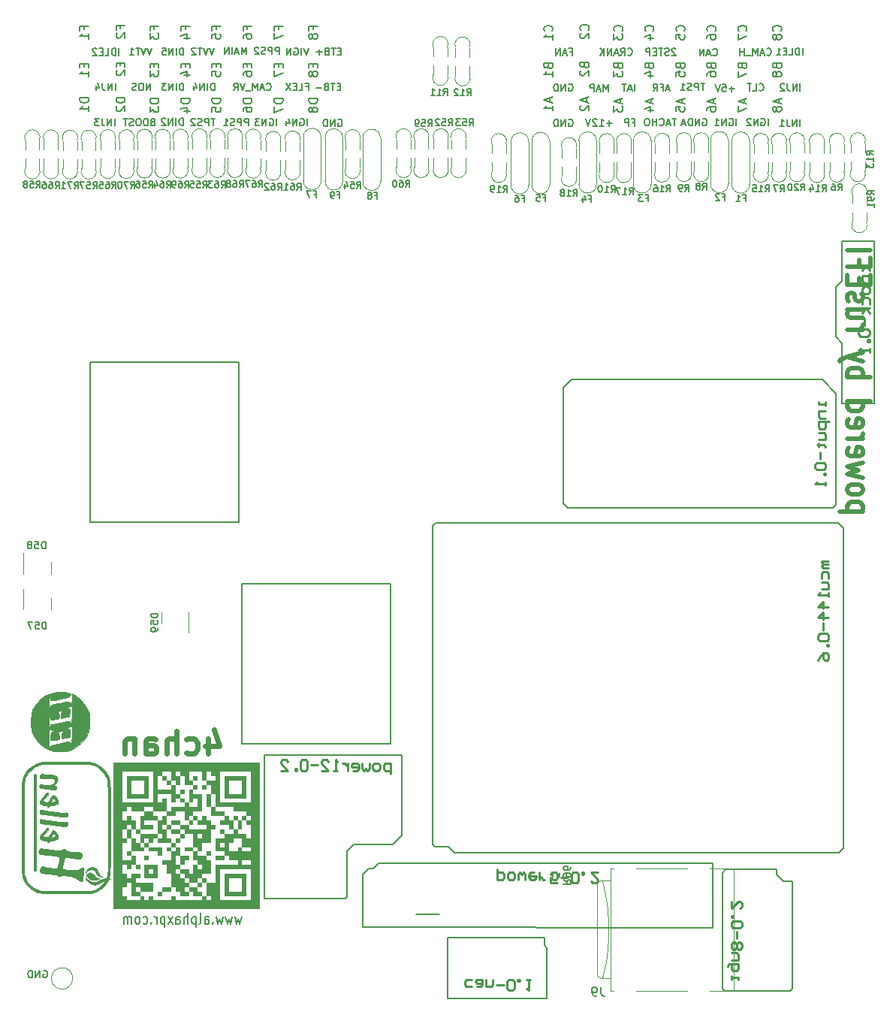
<source format=gbo>
G75*
G70*
%OFA0B0*%
%FSLAX25Y25*%
%IPPOS*%
%LPD*%
%AMOC8*
5,1,8,0,0,1.08239X$1,22.5*
%
%ADD13C,0.02362*%
%ADD57C,0.00787*%
%ADD59C,0.01969*%
%ADD61C,0.00800*%
%ADD67C,0.00472*%
%ADD75C,0.00669*%
%ADD77C,0.00500*%
%ADD78C,0.00591*%
%ADD79C,0.00390*%
%ADD80C,0.01000*%
%ADD85C,0.00512*%
%ADD86C,0.00010*%
X0000000Y0000000D02*
%LPD*%
G01*
D75*
X0331933Y0388614D02*
X0331933Y0391763D01*
X0328783Y0391613D02*
X0329083Y0391763D01*
X0329533Y0391763D01*
X0329983Y0391613D01*
X0330283Y0391313D01*
X0330433Y0391013D01*
X0330583Y0390413D01*
X0330583Y0389964D01*
X0330433Y0389364D01*
X0330283Y0389064D01*
X0329983Y0388764D01*
X0329533Y0388614D01*
X0329233Y0388614D01*
X0328783Y0388764D01*
X0328633Y0388914D01*
X0328633Y0389964D01*
X0329233Y0389964D01*
X0327284Y0388614D02*
X0327284Y0391763D01*
X0325484Y0388614D01*
X0325484Y0391763D01*
X0324134Y0391463D02*
X0323984Y0391613D01*
X0323684Y0391763D01*
X0322934Y0391763D01*
X0322634Y0391613D01*
X0322484Y0391463D01*
X0322334Y0391163D01*
X0322334Y0390863D01*
X0322484Y0390413D01*
X0324284Y0388614D01*
X0322334Y0388614D01*
X0269608Y0420139D02*
X0269758Y0419989D01*
X0270208Y0419839D01*
X0270508Y0419839D01*
X0270958Y0419989D01*
X0271258Y0420289D01*
X0271408Y0420589D01*
X0271558Y0421189D01*
X0271558Y0421639D01*
X0271408Y0422239D01*
X0271258Y0422539D01*
X0270958Y0422839D01*
X0270508Y0422989D01*
X0270208Y0422989D01*
X0269758Y0422839D01*
X0269608Y0422689D01*
X0266459Y0419839D02*
X0267509Y0421339D01*
X0268258Y0419839D02*
X0268258Y0422989D01*
X0267059Y0422989D01*
X0266759Y0422839D01*
X0266609Y0422689D01*
X0266459Y0422389D01*
X0266459Y0421939D01*
X0266609Y0421639D01*
X0266759Y0421489D01*
X0267059Y0421339D01*
X0268258Y0421339D01*
X0265259Y0420739D02*
X0263759Y0420739D01*
X0265559Y0419839D02*
X0264509Y0422989D01*
X0263459Y0419839D01*
X0262409Y0419839D02*
X0262409Y0422989D01*
X0260609Y0419839D01*
X0260609Y0422989D01*
X0259110Y0419839D02*
X0259110Y0422989D01*
X0257310Y0419839D02*
X0258660Y0421639D01*
X0257310Y0422989D02*
X0259110Y0421189D01*
X0100272Y0420229D02*
X0100272Y0423378D01*
X0099222Y0421129D01*
X0098172Y0423378D01*
X0098172Y0420229D01*
X0096822Y0421129D02*
X0095322Y0421129D01*
X0097122Y0420229D02*
X0096072Y0423378D01*
X0095022Y0420229D01*
X0093973Y0420229D02*
X0093973Y0423378D01*
X0092473Y0420229D02*
X0092473Y0423378D01*
X0090673Y0420229D01*
X0090673Y0423378D01*
X0142210Y0421682D02*
X0141160Y0421682D01*
X0140711Y0420032D02*
X0142210Y0420032D01*
X0142210Y0423181D01*
X0140711Y0423181D01*
X0139811Y0423181D02*
X0138011Y0423181D01*
X0138911Y0420032D02*
X0138911Y0423181D01*
X0135911Y0421682D02*
X0135461Y0421532D01*
X0135311Y0421382D01*
X0135161Y0421082D01*
X0135161Y0420632D01*
X0135311Y0420332D01*
X0135461Y0420182D01*
X0135761Y0420032D01*
X0136961Y0420032D01*
X0136961Y0423181D01*
X0135911Y0423181D01*
X0135611Y0423031D01*
X0135461Y0422882D01*
X0135311Y0422582D01*
X0135311Y0422282D01*
X0135461Y0421982D01*
X0135611Y0421832D01*
X0135911Y0421682D01*
X0136961Y0421682D01*
X0133811Y0421232D02*
X0131412Y0421232D01*
X0132612Y0420032D02*
X0132612Y0422432D01*
X0347269Y0419976D02*
X0347269Y0423126D01*
X0345769Y0419976D02*
X0345769Y0423126D01*
X0345019Y0423126D01*
X0344569Y0422976D01*
X0344269Y0422676D01*
X0344119Y0422376D01*
X0343969Y0421776D01*
X0343969Y0421326D01*
X0344119Y0420726D01*
X0344269Y0420426D01*
X0344569Y0420126D01*
X0345019Y0419976D01*
X0345769Y0419976D01*
X0341119Y0419976D02*
X0342619Y0419976D01*
X0342619Y0423126D01*
X0340070Y0421626D02*
X0339020Y0421626D01*
X0338570Y0419976D02*
X0340070Y0419976D01*
X0340070Y0423126D01*
X0338570Y0423126D01*
X0335570Y0419976D02*
X0337370Y0419976D01*
X0336470Y0419976D02*
X0336470Y0423126D01*
X0336770Y0422676D01*
X0337070Y0422376D01*
X0337370Y0422226D01*
D57*
X0098191Y0037627D02*
X0097441Y0034477D01*
X0096691Y0036727D01*
X0095941Y0034477D01*
X0095191Y0037627D01*
X0094066Y0037627D02*
X0093316Y0034477D01*
X0092567Y0036727D01*
X0091817Y0034477D01*
X0091067Y0037627D01*
X0089942Y0037627D02*
X0089192Y0034477D01*
X0088442Y0036727D01*
X0087692Y0034477D01*
X0086942Y0037627D01*
X0085442Y0034927D02*
X0085255Y0034702D01*
X0085442Y0034477D01*
X0085630Y0034702D01*
X0085442Y0034927D01*
X0085442Y0034477D01*
X0081880Y0034477D02*
X0081880Y0036952D01*
X0082068Y0037402D01*
X0082443Y0037627D01*
X0083193Y0037627D01*
X0083568Y0037402D01*
X0081880Y0034702D02*
X0082255Y0034477D01*
X0083193Y0034477D01*
X0083568Y0034702D01*
X0083755Y0035152D01*
X0083755Y0035602D01*
X0083568Y0036052D01*
X0083193Y0036277D01*
X0082255Y0036277D01*
X0081880Y0036502D01*
X0079443Y0034477D02*
X0079818Y0034702D01*
X0080006Y0035152D01*
X0080006Y0039201D01*
X0077943Y0037627D02*
X0077943Y0032902D01*
X0077943Y0037402D02*
X0077568Y0037627D01*
X0076819Y0037627D01*
X0076444Y0037402D01*
X0076256Y0037177D01*
X0076069Y0036727D01*
X0076069Y0035377D01*
X0076256Y0034927D01*
X0076444Y0034702D01*
X0076819Y0034477D01*
X0077568Y0034477D01*
X0077943Y0034702D01*
X0074381Y0034477D02*
X0074381Y0039201D01*
X0072694Y0034477D02*
X0072694Y0036952D01*
X0072882Y0037402D01*
X0073256Y0037627D01*
X0073819Y0037627D01*
X0074194Y0037402D01*
X0074381Y0037177D01*
X0069132Y0034477D02*
X0069132Y0036952D01*
X0069319Y0037402D01*
X0069694Y0037627D01*
X0070444Y0037627D01*
X0070819Y0037402D01*
X0069132Y0034702D02*
X0069507Y0034477D01*
X0070444Y0034477D01*
X0070819Y0034702D01*
X0071007Y0035152D01*
X0071007Y0035602D01*
X0070819Y0036052D01*
X0070444Y0036277D01*
X0069507Y0036277D01*
X0069132Y0036502D01*
X0067632Y0034477D02*
X0065570Y0037627D01*
X0067632Y0037627D02*
X0065570Y0034477D01*
X0064070Y0037627D02*
X0064070Y0032902D01*
X0064070Y0037402D02*
X0063695Y0037627D01*
X0062945Y0037627D01*
X0062570Y0037402D01*
X0062383Y0037177D01*
X0062195Y0036727D01*
X0062195Y0035377D01*
X0062383Y0034927D01*
X0062570Y0034702D01*
X0062945Y0034477D01*
X0063695Y0034477D01*
X0064070Y0034702D01*
X0060508Y0034477D02*
X0060508Y0037627D01*
X0060508Y0036727D02*
X0060321Y0037177D01*
X0060133Y0037402D01*
X0059758Y0037627D01*
X0059383Y0037627D01*
X0058071Y0034927D02*
X0057883Y0034702D01*
X0058071Y0034477D01*
X0058258Y0034702D01*
X0058071Y0034927D01*
X0058071Y0034477D01*
X0054509Y0034702D02*
X0054884Y0034477D01*
X0055634Y0034477D01*
X0056009Y0034702D01*
X0056196Y0034927D01*
X0056384Y0035377D01*
X0056384Y0036727D01*
X0056196Y0037177D01*
X0056009Y0037402D01*
X0055634Y0037627D01*
X0054884Y0037627D01*
X0054509Y0037402D01*
X0052259Y0034477D02*
X0052634Y0034702D01*
X0052822Y0034927D01*
X0053009Y0035377D01*
X0053009Y0036727D01*
X0052822Y0037177D01*
X0052634Y0037402D01*
X0052259Y0037627D01*
X0051697Y0037627D01*
X0051322Y0037402D01*
X0051134Y0037177D01*
X0050947Y0036727D01*
X0050947Y0035377D01*
X0051134Y0034927D01*
X0051322Y0034702D01*
X0051697Y0034477D01*
X0052259Y0034477D01*
X0049259Y0034477D02*
X0049259Y0037627D01*
X0049259Y0037177D02*
X0049072Y0037402D01*
X0048697Y0037627D01*
X0048135Y0037627D01*
X0047760Y0037402D01*
X0047572Y0036952D01*
X0047572Y0034477D01*
X0047572Y0036952D02*
X0047385Y0037402D01*
X0047010Y0037627D01*
X0046447Y0037627D01*
X0046072Y0037402D01*
X0045885Y0036952D01*
X0045885Y0034477D01*
D75*
X0058446Y0423181D02*
X0057396Y0420032D01*
X0056346Y0423181D01*
X0055746Y0423181D02*
X0054696Y0420032D01*
X0053646Y0423181D01*
X0053046Y0423181D02*
X0051247Y0423181D01*
X0052147Y0420032D02*
X0052147Y0423181D01*
X0048547Y0420032D02*
X0050347Y0420032D01*
X0049447Y0420032D02*
X0049447Y0423181D01*
X0049747Y0422732D01*
X0050047Y0422432D01*
X0050347Y0422282D01*
X0072244Y0388733D02*
X0072244Y0391882D01*
X0071494Y0391882D01*
X0071044Y0391732D01*
X0070744Y0391432D01*
X0070594Y0391132D01*
X0070444Y0390532D01*
X0070444Y0390082D01*
X0070594Y0389483D01*
X0070744Y0389183D01*
X0071044Y0388883D01*
X0071494Y0388733D01*
X0072244Y0388733D01*
X0069094Y0388733D02*
X0069094Y0391882D01*
X0067595Y0388733D02*
X0067595Y0391882D01*
X0065795Y0388733D01*
X0065795Y0391882D01*
X0064445Y0391582D02*
X0064295Y0391732D01*
X0063995Y0391882D01*
X0063245Y0391882D01*
X0062945Y0391732D01*
X0062795Y0391582D01*
X0062645Y0391282D01*
X0062645Y0390982D01*
X0062795Y0390532D01*
X0064595Y0388733D01*
X0062645Y0388733D01*
X0043766Y0419835D02*
X0043766Y0422985D01*
X0042267Y0419835D02*
X0042267Y0422985D01*
X0041517Y0422985D01*
X0041067Y0422835D01*
X0040767Y0422535D01*
X0040617Y0422235D01*
X0040467Y0421635D01*
X0040467Y0421185D01*
X0040617Y0420585D01*
X0040767Y0420285D01*
X0041067Y0419985D01*
X0041517Y0419835D01*
X0042267Y0419835D01*
X0037617Y0419835D02*
X0039117Y0419835D01*
X0039117Y0422985D01*
X0036567Y0421485D02*
X0035517Y0421485D01*
X0035067Y0419835D02*
X0036567Y0419835D01*
X0036567Y0422985D01*
X0035067Y0422985D01*
X0033868Y0422685D02*
X0033718Y0422835D01*
X0033418Y0422985D01*
X0032668Y0422985D01*
X0032368Y0422835D01*
X0032218Y0422685D01*
X0032068Y0422385D01*
X0032068Y0422085D01*
X0032218Y0421635D01*
X0034018Y0419835D01*
X0032068Y0419835D01*
X0127859Y0423181D02*
X0126809Y0420032D01*
X0125759Y0423181D01*
X0124709Y0420032D02*
X0124709Y0423181D01*
X0121560Y0423031D02*
X0121860Y0423181D01*
X0122310Y0423181D01*
X0122760Y0423031D01*
X0123060Y0422732D01*
X0123210Y0422432D01*
X0123360Y0421832D01*
X0123360Y0421382D01*
X0123210Y0420782D01*
X0123060Y0420482D01*
X0122760Y0420182D01*
X0122310Y0420032D01*
X0122010Y0420032D01*
X0121560Y0420182D01*
X0121410Y0420332D01*
X0121410Y0421382D01*
X0122010Y0421382D01*
X0120060Y0420032D02*
X0120060Y0423181D01*
X0118260Y0420032D01*
X0118260Y0423181D01*
X0142013Y0405934D02*
X0140964Y0405934D01*
X0140514Y0404284D02*
X0142013Y0404284D01*
X0142013Y0407433D01*
X0140514Y0407433D01*
X0139614Y0407433D02*
X0137814Y0407433D01*
X0138714Y0404284D02*
X0138714Y0407433D01*
X0135714Y0405934D02*
X0135264Y0405784D01*
X0135114Y0405634D01*
X0134964Y0405334D01*
X0134964Y0404884D01*
X0135114Y0404584D01*
X0135264Y0404434D01*
X0135564Y0404284D01*
X0136764Y0404284D01*
X0136764Y0407433D01*
X0135714Y0407433D01*
X0135414Y0407283D01*
X0135264Y0407133D01*
X0135114Y0406834D01*
X0135114Y0406534D01*
X0135264Y0406234D01*
X0135414Y0406084D01*
X0135714Y0405934D01*
X0136764Y0405934D01*
X0133615Y0405484D02*
X0131215Y0405484D01*
D13*
X0083373Y0116760D02*
X0083373Y0109936D01*
X0085810Y0120660D02*
X0088247Y0113348D01*
X0081910Y0113348D01*
X0073624Y0110424D02*
X0074599Y0109936D01*
X0076549Y0109936D01*
X0077523Y0110424D01*
X0078011Y0110911D01*
X0078498Y0111886D01*
X0078498Y0114811D01*
X0078011Y0115786D01*
X0077523Y0116273D01*
X0076549Y0116760D01*
X0074599Y0116760D01*
X0073624Y0116273D01*
X0069237Y0109936D02*
X0069237Y0120172D01*
X0064850Y0109936D02*
X0064850Y0115298D01*
X0065337Y0116273D01*
X0066312Y0116760D01*
X0067775Y0116760D01*
X0068750Y0116273D01*
X0069237Y0115786D01*
X0055589Y0109936D02*
X0055589Y0115298D01*
X0056076Y0116273D01*
X0057051Y0116760D01*
X0059001Y0116760D01*
X0059976Y0116273D01*
X0055589Y0110424D02*
X0056564Y0109936D01*
X0059001Y0109936D01*
X0059976Y0110424D01*
X0060463Y0111399D01*
X0060463Y0112373D01*
X0059976Y0113348D01*
X0059001Y0113836D01*
X0056564Y0113836D01*
X0055589Y0114323D01*
X0050714Y0116760D02*
X0050714Y0109936D01*
X0050714Y0115786D02*
X0050227Y0116273D01*
X0049252Y0116760D01*
X0047790Y0116760D01*
X0046815Y0116273D01*
X0046327Y0115298D01*
X0046327Y0109936D01*
D75*
X0126781Y0405934D02*
X0127831Y0405934D01*
X0127831Y0404284D02*
X0127831Y0407433D01*
X0126331Y0407433D01*
X0123631Y0404284D02*
X0125131Y0404284D01*
X0125131Y0407433D01*
X0122582Y0405934D02*
X0121532Y0405934D01*
X0121082Y0404284D02*
X0122582Y0404284D01*
X0122582Y0407433D01*
X0121082Y0407433D01*
X0120032Y0407433D02*
X0117932Y0404284D01*
X0117932Y0407433D02*
X0120032Y0404284D01*
X0109252Y0404584D02*
X0109402Y0404434D01*
X0109852Y0404284D01*
X0110152Y0404284D01*
X0110602Y0404434D01*
X0110902Y0404734D01*
X0111052Y0405034D01*
X0111202Y0405634D01*
X0111202Y0406084D01*
X0111052Y0406684D01*
X0110902Y0406984D01*
X0110602Y0407283D01*
X0110152Y0407433D01*
X0109852Y0407433D01*
X0109402Y0407283D01*
X0109252Y0407133D01*
X0108052Y0405184D02*
X0106552Y0405184D01*
X0108352Y0404284D02*
X0107302Y0407433D01*
X0106252Y0404284D01*
X0105202Y0404284D02*
X0105202Y0407433D01*
X0104153Y0405184D01*
X0103103Y0407433D01*
X0103103Y0404284D01*
X0102353Y0403984D02*
X0099953Y0403984D01*
X0099653Y0407433D02*
X0098603Y0404284D01*
X0097553Y0407433D01*
X0094704Y0404284D02*
X0095754Y0405784D01*
X0096504Y0404284D02*
X0096504Y0407433D01*
X0095304Y0407433D01*
X0095004Y0407283D01*
X0094854Y0407133D01*
X0094704Y0406834D01*
X0094704Y0406384D01*
X0094854Y0406084D01*
X0095004Y0405934D01*
X0095304Y0405784D01*
X0096504Y0405784D01*
X0058727Y0390186D02*
X0058277Y0390036D01*
X0058127Y0389886D01*
X0057977Y0389586D01*
X0057977Y0389136D01*
X0058127Y0388836D01*
X0058277Y0388686D01*
X0058577Y0388536D01*
X0059777Y0388536D01*
X0059777Y0391685D01*
X0058727Y0391685D01*
X0058427Y0391535D01*
X0058277Y0391385D01*
X0058127Y0391085D01*
X0058127Y0390786D01*
X0058277Y0390486D01*
X0058427Y0390336D01*
X0058727Y0390186D01*
X0059777Y0390186D01*
X0056027Y0391685D02*
X0055427Y0391685D01*
X0055127Y0391535D01*
X0054828Y0391235D01*
X0054678Y0390636D01*
X0054678Y0389586D01*
X0054828Y0388986D01*
X0055127Y0388686D01*
X0055427Y0388536D01*
X0056027Y0388536D01*
X0056327Y0388686D01*
X0056627Y0388986D01*
X0056777Y0389586D01*
X0056777Y0390636D01*
X0056627Y0391235D01*
X0056327Y0391535D01*
X0056027Y0391685D01*
X0052728Y0391685D02*
X0052128Y0391685D01*
X0051828Y0391535D01*
X0051528Y0391235D01*
X0051378Y0390636D01*
X0051378Y0389586D01*
X0051528Y0388986D01*
X0051828Y0388686D01*
X0052128Y0388536D01*
X0052728Y0388536D01*
X0053028Y0388686D01*
X0053328Y0388986D01*
X0053478Y0389586D01*
X0053478Y0390636D01*
X0053328Y0391235D01*
X0053028Y0391535D01*
X0052728Y0391685D01*
X0050178Y0388686D02*
X0049728Y0388536D01*
X0048978Y0388536D01*
X0048678Y0388686D01*
X0048528Y0388836D01*
X0048378Y0389136D01*
X0048378Y0389436D01*
X0048528Y0389736D01*
X0048678Y0389886D01*
X0048978Y0390036D01*
X0049578Y0390186D01*
X0049878Y0390336D01*
X0050028Y0390486D01*
X0050178Y0390786D01*
X0050178Y0391085D01*
X0050028Y0391385D01*
X0049878Y0391535D01*
X0049578Y0391685D01*
X0048828Y0391685D01*
X0048378Y0391535D01*
X0047478Y0391685D02*
X0045679Y0391685D01*
X0046579Y0388536D02*
X0046579Y0391685D01*
X0140982Y0391339D02*
X0141282Y0391489D01*
X0141732Y0391489D01*
X0142182Y0391339D01*
X0142482Y0391039D01*
X0142632Y0390739D01*
X0142782Y0390139D01*
X0142782Y0389689D01*
X0142632Y0389089D01*
X0142482Y0388789D01*
X0142182Y0388489D01*
X0141732Y0388339D01*
X0141432Y0388339D01*
X0140982Y0388489D01*
X0140832Y0388639D01*
X0140832Y0389689D01*
X0141432Y0389689D01*
X0139483Y0388339D02*
X0139483Y0391489D01*
X0137683Y0388339D01*
X0137683Y0391489D01*
X0136183Y0388339D02*
X0136183Y0391489D01*
X0135433Y0391489D01*
X0134983Y0391339D01*
X0134683Y0391039D01*
X0134533Y0390739D01*
X0134383Y0390139D01*
X0134383Y0389689D01*
X0134533Y0389089D01*
X0134683Y0388789D01*
X0134983Y0388489D01*
X0135433Y0388339D01*
X0136183Y0388339D01*
D59*
X0373847Y0217515D02*
X0363611Y0217515D01*
X0373360Y0217515D02*
X0373847Y0218340D01*
X0373847Y0219990D01*
X0373360Y0220815D01*
X0372872Y0221227D01*
X0371897Y0221639D01*
X0368973Y0221639D01*
X0367998Y0221227D01*
X0367510Y0220815D01*
X0367023Y0219990D01*
X0367023Y0218340D01*
X0367510Y0217515D01*
X0367023Y0226589D02*
X0367510Y0225764D01*
X0367998Y0225352D01*
X0368973Y0224939D01*
X0371897Y0224939D01*
X0372872Y0225352D01*
X0373360Y0225764D01*
X0373847Y0226589D01*
X0373847Y0227826D01*
X0373360Y0228651D01*
X0372872Y0229064D01*
X0371897Y0229476D01*
X0368973Y0229476D01*
X0367998Y0229064D01*
X0367510Y0228651D01*
X0367023Y0227826D01*
X0367023Y0226589D01*
X0373847Y0232363D02*
X0367023Y0234013D01*
X0371897Y0235663D01*
X0367023Y0237313D01*
X0373847Y0238962D01*
X0367510Y0245561D02*
X0367023Y0244737D01*
X0367023Y0243087D01*
X0367510Y0242262D01*
X0368485Y0241849D01*
X0372385Y0241849D01*
X0373360Y0242262D01*
X0373847Y0243087D01*
X0373847Y0244737D01*
X0373360Y0245561D01*
X0372385Y0245974D01*
X0371410Y0245974D01*
X0370435Y0241849D01*
X0367023Y0249686D02*
X0373847Y0249686D01*
X0371897Y0249686D02*
X0372872Y0250098D01*
X0373360Y0250511D01*
X0373847Y0251336D01*
X0373847Y0252161D01*
X0367510Y0258347D02*
X0367023Y0257522D01*
X0367023Y0255873D01*
X0367510Y0255048D01*
X0368485Y0254635D01*
X0372385Y0254635D01*
X0373360Y0255048D01*
X0373847Y0255873D01*
X0373847Y0257522D01*
X0373360Y0258347D01*
X0372385Y0258760D01*
X0371410Y0258760D01*
X0370435Y0254635D01*
X0367023Y0266184D02*
X0377259Y0266184D01*
X0367510Y0266184D02*
X0367023Y0265359D01*
X0367023Y0263709D01*
X0367510Y0262884D01*
X0367998Y0262472D01*
X0368973Y0262059D01*
X0371897Y0262059D01*
X0372872Y0262472D01*
X0373360Y0262884D01*
X0373847Y0263709D01*
X0373847Y0265359D01*
X0373360Y0266184D01*
X0367023Y0276908D02*
X0377259Y0276908D01*
X0373360Y0276908D02*
X0373847Y0277732D01*
X0373847Y0279382D01*
X0373360Y0280207D01*
X0372872Y0280620D01*
X0371897Y0281032D01*
X0368973Y0281032D01*
X0367998Y0280620D01*
X0367510Y0280207D01*
X0367023Y0279382D01*
X0367023Y0277732D01*
X0367510Y0276908D01*
X0373847Y0283919D02*
X0367023Y0285981D01*
X0373847Y0288044D02*
X0367023Y0285981D01*
X0364586Y0285157D01*
X0364098Y0284744D01*
X0363611Y0283919D01*
X0367023Y0297942D02*
X0373847Y0297942D01*
X0371897Y0297942D02*
X0372872Y0298355D01*
X0373360Y0298767D01*
X0373847Y0299592D01*
X0373847Y0300417D01*
X0373847Y0307016D02*
X0367023Y0307016D01*
X0373847Y0303304D02*
X0368485Y0303304D01*
X0367510Y0303717D01*
X0367023Y0304542D01*
X0367023Y0305779D01*
X0367510Y0306604D01*
X0367998Y0307016D01*
X0367510Y0310728D02*
X0367023Y0311553D01*
X0367023Y0313203D01*
X0367510Y0314028D01*
X0368485Y0314440D01*
X0368973Y0314440D01*
X0369948Y0314028D01*
X0370435Y0313203D01*
X0370435Y0311966D01*
X0370922Y0311141D01*
X0371897Y0310728D01*
X0372385Y0310728D01*
X0373360Y0311141D01*
X0373847Y0311966D01*
X0373847Y0313203D01*
X0373360Y0314028D01*
X0372385Y0318152D02*
X0372385Y0321040D01*
X0367023Y0322277D02*
X0367023Y0318152D01*
X0377259Y0318152D01*
X0377259Y0322277D01*
X0372385Y0328876D02*
X0372385Y0325989D01*
X0367023Y0325989D02*
X0377259Y0325989D01*
X0377259Y0330113D01*
X0367023Y0333413D02*
X0377259Y0333413D01*
D75*
X0042145Y0404284D02*
X0042145Y0407433D01*
X0040645Y0404284D02*
X0040645Y0407433D01*
X0038845Y0404284D01*
X0038845Y0407433D01*
X0036445Y0407433D02*
X0036445Y0405184D01*
X0036595Y0404734D01*
X0036895Y0404434D01*
X0037345Y0404284D01*
X0037645Y0404284D01*
X0033596Y0406384D02*
X0033596Y0404284D01*
X0034346Y0407583D02*
X0035096Y0405334D01*
X0033146Y0405334D01*
X0303699Y0407433D02*
X0301900Y0407433D01*
X0302800Y0404284D02*
X0302800Y0407433D01*
X0300850Y0404284D02*
X0300850Y0407433D01*
X0299650Y0407433D01*
X0299350Y0407283D01*
X0299200Y0407133D01*
X0299050Y0406834D01*
X0299050Y0406384D01*
X0299200Y0406084D01*
X0299350Y0405934D01*
X0299650Y0405784D01*
X0300850Y0405784D01*
X0297850Y0404434D02*
X0297400Y0404284D01*
X0296650Y0404284D01*
X0296350Y0404434D01*
X0296200Y0404584D01*
X0296050Y0404884D01*
X0296050Y0405184D01*
X0296200Y0405484D01*
X0296350Y0405634D01*
X0296650Y0405784D01*
X0297250Y0405934D01*
X0297550Y0406084D01*
X0297700Y0406234D01*
X0297850Y0406534D01*
X0297850Y0406834D01*
X0297700Y0407133D01*
X0297550Y0407283D01*
X0297250Y0407433D01*
X0296500Y0407433D01*
X0296050Y0407283D01*
X0293051Y0404284D02*
X0294851Y0404284D01*
X0293951Y0404284D02*
X0293951Y0407433D01*
X0294251Y0406984D01*
X0294551Y0406684D01*
X0294851Y0406534D01*
X0345981Y0388339D02*
X0345981Y0391489D01*
X0344481Y0388339D02*
X0344481Y0391489D01*
X0342682Y0388339D01*
X0342682Y0391489D01*
X0340282Y0391489D02*
X0340282Y0389239D01*
X0340432Y0388789D01*
X0340732Y0388489D01*
X0341182Y0388339D01*
X0341482Y0388339D01*
X0337132Y0388339D02*
X0338932Y0388339D01*
X0338032Y0388339D02*
X0338032Y0391489D01*
X0338332Y0391039D01*
X0338632Y0390739D01*
X0338932Y0390589D01*
X0041948Y0388536D02*
X0041948Y0391685D01*
X0040448Y0388536D02*
X0040448Y0391685D01*
X0038648Y0388536D01*
X0038648Y0391685D01*
X0036249Y0391685D02*
X0036249Y0389436D01*
X0036399Y0388986D01*
X0036699Y0388686D01*
X0037148Y0388536D01*
X0037448Y0388536D01*
X0035049Y0391685D02*
X0033099Y0391685D01*
X0034149Y0390486D01*
X0033699Y0390486D01*
X0033399Y0390336D01*
X0033249Y0390186D01*
X0033099Y0389886D01*
X0033099Y0389136D01*
X0033249Y0388836D01*
X0033399Y0388686D01*
X0033699Y0388536D01*
X0034599Y0388536D01*
X0034899Y0388686D01*
X0035049Y0388836D01*
X0307393Y0419864D02*
X0307543Y0419714D01*
X0307993Y0419564D01*
X0308293Y0419564D01*
X0308743Y0419714D01*
X0309042Y0420014D01*
X0309192Y0420314D01*
X0309342Y0420914D01*
X0309342Y0421364D01*
X0309192Y0421964D01*
X0309042Y0422264D01*
X0308743Y0422564D01*
X0308293Y0422714D01*
X0307993Y0422714D01*
X0307543Y0422564D01*
X0307393Y0422414D01*
X0306193Y0420464D02*
X0304693Y0420464D01*
X0306493Y0419564D02*
X0305443Y0422714D01*
X0304393Y0419564D01*
X0303343Y0419564D02*
X0303343Y0422714D01*
X0301543Y0419564D01*
X0301543Y0422714D01*
X0271603Y0390126D02*
X0272653Y0390126D01*
X0272653Y0388476D02*
X0272653Y0391626D01*
X0271153Y0391626D01*
X0269953Y0388476D02*
X0269953Y0391626D01*
X0268753Y0391626D01*
X0268453Y0391476D01*
X0268303Y0391326D01*
X0268153Y0391026D01*
X0268153Y0390576D01*
X0268303Y0390276D01*
X0268453Y0390126D01*
X0268753Y0389976D01*
X0269953Y0389976D01*
X0127362Y0388536D02*
X0127362Y0391685D01*
X0124213Y0391535D02*
X0124513Y0391685D01*
X0124963Y0391685D01*
X0125412Y0391535D01*
X0125712Y0391235D01*
X0125862Y0390936D01*
X0126012Y0390336D01*
X0126012Y0389886D01*
X0125862Y0389286D01*
X0125712Y0388986D01*
X0125412Y0388686D01*
X0124963Y0388536D01*
X0124663Y0388536D01*
X0124213Y0388686D01*
X0124063Y0388836D01*
X0124063Y0389886D01*
X0124663Y0389886D01*
X0122713Y0388536D02*
X0122713Y0391685D01*
X0120913Y0388536D01*
X0120913Y0391685D01*
X0118063Y0390636D02*
X0118063Y0388536D01*
X0118813Y0391835D02*
X0119563Y0389586D01*
X0117613Y0389586D01*
X0317785Y0388614D02*
X0317785Y0391763D01*
X0314635Y0391613D02*
X0314935Y0391763D01*
X0315385Y0391763D01*
X0315835Y0391613D01*
X0316135Y0391313D01*
X0316285Y0391013D01*
X0316435Y0390413D01*
X0316435Y0389964D01*
X0316285Y0389364D01*
X0316135Y0389064D01*
X0315835Y0388764D01*
X0315385Y0388614D01*
X0315085Y0388614D01*
X0314635Y0388764D01*
X0314485Y0388914D01*
X0314485Y0389964D01*
X0315085Y0389964D01*
X0313135Y0388614D02*
X0313135Y0391763D01*
X0311335Y0388614D01*
X0311335Y0391763D01*
X0308186Y0388614D02*
X0309986Y0388614D01*
X0309086Y0388614D02*
X0309086Y0391763D01*
X0309386Y0391313D01*
X0309686Y0391013D01*
X0309986Y0390863D01*
X0327884Y0404342D02*
X0328034Y0404192D01*
X0328484Y0404042D01*
X0328784Y0404042D01*
X0329234Y0404192D01*
X0329534Y0404492D01*
X0329684Y0404792D01*
X0329834Y0405392D01*
X0329834Y0405842D01*
X0329684Y0406442D01*
X0329534Y0406742D01*
X0329234Y0407042D01*
X0328784Y0407192D01*
X0328484Y0407192D01*
X0328034Y0407042D01*
X0327884Y0406892D01*
X0325035Y0404042D02*
X0326534Y0404042D01*
X0326534Y0407192D01*
X0324435Y0407192D02*
X0322635Y0407192D01*
X0323535Y0404042D02*
X0323535Y0407192D01*
X0243345Y0391339D02*
X0243645Y0391489D01*
X0244094Y0391489D01*
X0244544Y0391339D01*
X0244844Y0391039D01*
X0244994Y0390739D01*
X0245144Y0390139D01*
X0245144Y0389689D01*
X0244994Y0389089D01*
X0244844Y0388789D01*
X0244544Y0388489D01*
X0244094Y0388339D01*
X0243795Y0388339D01*
X0243345Y0388489D01*
X0243195Y0388639D01*
X0243195Y0389689D01*
X0243795Y0389689D01*
X0241845Y0388339D02*
X0241845Y0391489D01*
X0240045Y0388339D01*
X0240045Y0391489D01*
X0238545Y0388339D02*
X0238545Y0391489D01*
X0237795Y0391489D01*
X0237345Y0391339D01*
X0237045Y0391039D01*
X0236895Y0390739D01*
X0236745Y0390139D01*
X0236745Y0389689D01*
X0236895Y0389089D01*
X0237045Y0388789D01*
X0237345Y0388489D01*
X0237795Y0388339D01*
X0238545Y0388339D01*
X0086380Y0391685D02*
X0084580Y0391685D01*
X0085480Y0388536D02*
X0085480Y0391685D01*
X0083530Y0388536D02*
X0083530Y0391685D01*
X0082330Y0391685D01*
X0082030Y0391535D01*
X0081880Y0391385D01*
X0081730Y0391085D01*
X0081730Y0390636D01*
X0081880Y0390336D01*
X0082030Y0390186D01*
X0082330Y0390036D01*
X0083530Y0390036D01*
X0080531Y0388686D02*
X0080081Y0388536D01*
X0079331Y0388536D01*
X0079031Y0388686D01*
X0078881Y0388836D01*
X0078731Y0389136D01*
X0078731Y0389436D01*
X0078881Y0389736D01*
X0079031Y0389886D01*
X0079331Y0390036D01*
X0079931Y0390186D01*
X0080231Y0390336D01*
X0080381Y0390486D01*
X0080531Y0390786D01*
X0080531Y0391085D01*
X0080381Y0391385D01*
X0080231Y0391535D01*
X0079931Y0391685D01*
X0079181Y0391685D01*
X0078731Y0391535D01*
X0077531Y0391385D02*
X0077381Y0391535D01*
X0077081Y0391685D01*
X0076331Y0391685D01*
X0076031Y0391535D01*
X0075881Y0391385D01*
X0075731Y0391085D01*
X0075731Y0390786D01*
X0075881Y0390336D01*
X0077681Y0388536D01*
X0075731Y0388536D01*
X0243345Y0406998D02*
X0243645Y0407148D01*
X0244094Y0407148D01*
X0244544Y0406998D01*
X0244844Y0406698D01*
X0244994Y0406398D01*
X0245144Y0405798D01*
X0245144Y0405348D01*
X0244994Y0404748D01*
X0244844Y0404448D01*
X0244544Y0404148D01*
X0244094Y0403998D01*
X0243795Y0403998D01*
X0243345Y0404148D01*
X0243195Y0404298D01*
X0243195Y0405348D01*
X0243795Y0405348D01*
X0241845Y0403998D02*
X0241845Y0407148D01*
X0240045Y0403998D01*
X0240045Y0407148D01*
X0238545Y0403998D02*
X0238545Y0407148D01*
X0237795Y0407148D01*
X0237345Y0406998D01*
X0237045Y0406698D01*
X0236895Y0406398D01*
X0236745Y0405798D01*
X0236745Y0405348D01*
X0236895Y0404748D01*
X0237045Y0404448D01*
X0237345Y0404148D01*
X0237795Y0403998D01*
X0238545Y0403998D01*
X0101265Y0388536D02*
X0101265Y0391685D01*
X0100066Y0391685D01*
X0099766Y0391535D01*
X0099616Y0391385D01*
X0099466Y0391085D01*
X0099466Y0390636D01*
X0099616Y0390336D01*
X0099766Y0390186D01*
X0100066Y0390036D01*
X0101265Y0390036D01*
X0098116Y0388536D02*
X0098116Y0391685D01*
X0096916Y0391685D01*
X0096616Y0391535D01*
X0096466Y0391385D01*
X0096316Y0391085D01*
X0096316Y0390636D01*
X0096466Y0390336D01*
X0096616Y0390186D01*
X0096916Y0390036D01*
X0098116Y0390036D01*
X0095116Y0388686D02*
X0094666Y0388536D01*
X0093916Y0388536D01*
X0093616Y0388686D01*
X0093466Y0388836D01*
X0093316Y0389136D01*
X0093316Y0389436D01*
X0093466Y0389736D01*
X0093616Y0389886D01*
X0093916Y0390036D01*
X0094516Y0390186D01*
X0094816Y0390336D01*
X0094966Y0390486D01*
X0095116Y0390786D01*
X0095116Y0391085D01*
X0094966Y0391385D01*
X0094816Y0391535D01*
X0094516Y0391685D01*
X0093766Y0391685D01*
X0093316Y0391535D01*
X0090317Y0388536D02*
X0092117Y0388536D01*
X0091217Y0388536D02*
X0091217Y0391685D01*
X0091517Y0391235D01*
X0091817Y0390936D01*
X0092117Y0390786D01*
X0346119Y0404042D02*
X0346119Y0407192D01*
X0344619Y0404042D02*
X0344619Y0407192D01*
X0342819Y0404042D01*
X0342819Y0407192D01*
X0340419Y0407192D02*
X0340419Y0404942D01*
X0340569Y0404492D01*
X0340869Y0404192D01*
X0341319Y0404042D01*
X0341619Y0404042D01*
X0339069Y0406892D02*
X0338919Y0407042D01*
X0338619Y0407192D01*
X0337870Y0407192D01*
X0337570Y0407042D01*
X0337420Y0406892D01*
X0337270Y0406592D01*
X0337270Y0406292D01*
X0337420Y0405842D01*
X0339219Y0404042D01*
X0337270Y0404042D01*
X0086220Y0404284D02*
X0086220Y0407433D01*
X0085471Y0407433D01*
X0085021Y0407283D01*
X0084721Y0406984D01*
X0084571Y0406684D01*
X0084421Y0406084D01*
X0084421Y0405634D01*
X0084571Y0405034D01*
X0084721Y0404734D01*
X0085021Y0404434D01*
X0085471Y0404284D01*
X0086220Y0404284D01*
X0083071Y0404284D02*
X0083071Y0407433D01*
X0081571Y0404284D02*
X0081571Y0407433D01*
X0079771Y0404284D01*
X0079771Y0407433D01*
X0076922Y0406384D02*
X0076922Y0404284D01*
X0077672Y0407583D02*
X0078421Y0405334D01*
X0076472Y0405334D01*
X0288163Y0404805D02*
X0286664Y0404805D01*
X0288463Y0403905D02*
X0287413Y0407054D01*
X0286364Y0403905D01*
X0284264Y0405555D02*
X0285314Y0405555D01*
X0285314Y0403905D02*
X0285314Y0407054D01*
X0283814Y0407054D01*
X0280814Y0403905D02*
X0281864Y0405405D01*
X0282614Y0403905D02*
X0282614Y0407054D01*
X0281414Y0407054D01*
X0281114Y0406905D01*
X0280964Y0406755D01*
X0280814Y0406455D01*
X0280814Y0406005D01*
X0280964Y0405705D01*
X0281114Y0405555D01*
X0281414Y0405405D01*
X0282614Y0405405D01*
X0290813Y0422689D02*
X0290663Y0422839D01*
X0290363Y0422989D01*
X0289613Y0422989D01*
X0289313Y0422839D01*
X0289163Y0422689D01*
X0289014Y0422389D01*
X0289014Y0422089D01*
X0289163Y0421639D01*
X0290963Y0419839D01*
X0289014Y0419839D01*
X0287814Y0419989D02*
X0287364Y0419839D01*
X0286614Y0419839D01*
X0286314Y0419989D01*
X0286164Y0420139D01*
X0286014Y0420439D01*
X0286014Y0420739D01*
X0286164Y0421039D01*
X0286314Y0421189D01*
X0286614Y0421339D01*
X0287214Y0421489D01*
X0287514Y0421639D01*
X0287664Y0421789D01*
X0287814Y0422089D01*
X0287814Y0422389D01*
X0287664Y0422689D01*
X0287514Y0422839D01*
X0287214Y0422989D01*
X0286464Y0422989D01*
X0286014Y0422839D01*
X0285114Y0422989D02*
X0283314Y0422989D01*
X0284214Y0419839D02*
X0284214Y0422989D01*
X0282264Y0421489D02*
X0281214Y0421489D01*
X0280765Y0419839D02*
X0282264Y0419839D01*
X0282264Y0422989D01*
X0280765Y0422989D01*
X0279415Y0419839D02*
X0279415Y0422989D01*
X0278215Y0422989D01*
X0277915Y0422839D01*
X0277765Y0422689D01*
X0277615Y0422389D01*
X0277615Y0421939D01*
X0277765Y0421639D01*
X0277915Y0421489D01*
X0278215Y0421339D01*
X0279415Y0421339D01*
X0331271Y0420139D02*
X0331421Y0419989D01*
X0331871Y0419839D01*
X0332171Y0419839D01*
X0332621Y0419989D01*
X0332921Y0420289D01*
X0333071Y0420589D01*
X0333221Y0421189D01*
X0333221Y0421639D01*
X0333071Y0422239D01*
X0332921Y0422539D01*
X0332621Y0422839D01*
X0332171Y0422989D01*
X0331871Y0422989D01*
X0331421Y0422839D01*
X0331271Y0422689D01*
X0330072Y0420739D02*
X0328572Y0420739D01*
X0330372Y0419839D02*
X0329322Y0422989D01*
X0328272Y0419839D01*
X0327222Y0419839D02*
X0327222Y0422989D01*
X0326172Y0420739D01*
X0325122Y0422989D01*
X0325122Y0419839D01*
X0324372Y0419539D02*
X0321973Y0419539D01*
X0321223Y0419839D02*
X0321223Y0422989D01*
X0321223Y0421489D02*
X0319423Y0421489D01*
X0319423Y0419839D02*
X0319423Y0422989D01*
X0243907Y0421489D02*
X0244957Y0421489D01*
X0244957Y0419839D02*
X0244957Y0422989D01*
X0243457Y0422989D01*
X0242407Y0420739D02*
X0240907Y0420739D01*
X0242707Y0419839D02*
X0241657Y0422989D01*
X0240607Y0419839D01*
X0239557Y0419839D02*
X0239557Y0422989D01*
X0237757Y0419839D01*
X0237757Y0422989D01*
X0113780Y0388536D02*
X0113780Y0391685D01*
X0110630Y0391535D02*
X0110930Y0391685D01*
X0111380Y0391685D01*
X0111830Y0391535D01*
X0112130Y0391235D01*
X0112280Y0390936D01*
X0112430Y0390336D01*
X0112430Y0389886D01*
X0112280Y0389286D01*
X0112130Y0388986D01*
X0111830Y0388686D01*
X0111380Y0388536D01*
X0111080Y0388536D01*
X0110630Y0388686D01*
X0110480Y0388836D01*
X0110480Y0389886D01*
X0111080Y0389886D01*
X0109130Y0388536D02*
X0109130Y0391685D01*
X0107330Y0388536D01*
X0107330Y0391685D01*
X0106130Y0391685D02*
X0104181Y0391685D01*
X0105231Y0390486D01*
X0104781Y0390486D01*
X0104481Y0390336D01*
X0104331Y0390186D01*
X0104181Y0389886D01*
X0104181Y0389136D01*
X0104331Y0388836D01*
X0104481Y0388686D01*
X0104781Y0388536D01*
X0105681Y0388536D01*
X0105980Y0388686D01*
X0106130Y0388836D01*
X0114848Y0420229D02*
X0114848Y0423378D01*
X0113648Y0423378D01*
X0113348Y0423228D01*
X0113198Y0423078D01*
X0113048Y0422778D01*
X0113048Y0422328D01*
X0113198Y0422028D01*
X0113348Y0421879D01*
X0113648Y0421729D01*
X0114848Y0421729D01*
X0111699Y0420229D02*
X0111699Y0423378D01*
X0110499Y0423378D01*
X0110199Y0423228D01*
X0110049Y0423078D01*
X0109899Y0422778D01*
X0109899Y0422328D01*
X0110049Y0422028D01*
X0110199Y0421879D01*
X0110499Y0421729D01*
X0111699Y0421729D01*
X0108699Y0420379D02*
X0108249Y0420229D01*
X0107499Y0420229D01*
X0107199Y0420379D01*
X0107049Y0420529D01*
X0106899Y0420829D01*
X0106899Y0421129D01*
X0107049Y0421429D01*
X0107199Y0421579D01*
X0107499Y0421729D01*
X0108099Y0421879D01*
X0108399Y0422028D01*
X0108549Y0422178D01*
X0108699Y0422478D01*
X0108699Y0422778D01*
X0108549Y0423078D01*
X0108399Y0423228D01*
X0108099Y0423378D01*
X0107349Y0423378D01*
X0106899Y0423228D01*
X0105699Y0423078D02*
X0105549Y0423228D01*
X0105249Y0423378D01*
X0104499Y0423378D01*
X0104199Y0423228D01*
X0104049Y0423078D01*
X0103900Y0422778D01*
X0103900Y0422478D01*
X0104049Y0422028D01*
X0105849Y0420229D01*
X0103900Y0420229D01*
X0010137Y0013622D02*
X0010444Y0013776D01*
X0010906Y0013776D01*
X0011367Y0013622D01*
X0011674Y0013315D01*
X0011828Y0013007D01*
X0011982Y0012392D01*
X0011982Y0011931D01*
X0011828Y0011316D01*
X0011674Y0011009D01*
X0011367Y0010701D01*
X0010906Y0010547D01*
X0010598Y0010547D01*
X0010137Y0010701D01*
X0009983Y0010855D01*
X0009983Y0011931D01*
X0010598Y0011931D01*
X0008600Y0010547D02*
X0008600Y0013776D01*
X0006755Y0010547D01*
X0006755Y0013776D01*
X0005217Y0010547D02*
X0005217Y0013776D01*
X0004449Y0013776D01*
X0003988Y0013622D01*
X0003680Y0013315D01*
X0003526Y0013007D01*
X0003373Y0012392D01*
X0003373Y0011931D01*
X0003526Y0011316D01*
X0003680Y0011009D01*
X0003988Y0010701D01*
X0004449Y0010547D01*
X0005217Y0010547D01*
X0072441Y0404284D02*
X0072441Y0407433D01*
X0071691Y0407433D01*
X0071241Y0407283D01*
X0070941Y0406984D01*
X0070791Y0406684D01*
X0070641Y0406084D01*
X0070641Y0405634D01*
X0070791Y0405034D01*
X0070941Y0404734D01*
X0071241Y0404434D01*
X0071691Y0404284D01*
X0072441Y0404284D01*
X0069291Y0404284D02*
X0069291Y0407433D01*
X0067792Y0404284D02*
X0067792Y0407433D01*
X0065992Y0404284D01*
X0065992Y0407433D01*
X0064792Y0407433D02*
X0062842Y0407433D01*
X0063892Y0406234D01*
X0063442Y0406234D01*
X0063142Y0406084D01*
X0062992Y0405934D01*
X0062842Y0405634D01*
X0062842Y0404884D01*
X0062992Y0404584D01*
X0063142Y0404434D01*
X0063442Y0404284D01*
X0064342Y0404284D01*
X0064642Y0404434D01*
X0064792Y0404584D01*
X0302936Y0391613D02*
X0303236Y0391763D01*
X0303686Y0391763D01*
X0304136Y0391613D01*
X0304436Y0391313D01*
X0304586Y0391013D01*
X0304736Y0390413D01*
X0304736Y0389964D01*
X0304586Y0389364D01*
X0304436Y0389064D01*
X0304136Y0388764D01*
X0303686Y0388614D01*
X0303386Y0388614D01*
X0302936Y0388764D01*
X0302786Y0388914D01*
X0302786Y0389964D01*
X0303386Y0389964D01*
X0301436Y0388614D02*
X0301436Y0391763D01*
X0299637Y0388614D01*
X0299637Y0391763D01*
X0298137Y0388614D02*
X0298137Y0391763D01*
X0297387Y0391763D01*
X0296937Y0391613D01*
X0296637Y0391313D01*
X0296487Y0391013D01*
X0296337Y0390413D01*
X0296337Y0389964D01*
X0296487Y0389364D01*
X0296637Y0389064D01*
X0296937Y0388764D01*
X0297387Y0388614D01*
X0298137Y0388614D01*
X0295137Y0389514D02*
X0293637Y0389514D01*
X0295437Y0388614D02*
X0294387Y0391763D01*
X0293337Y0388614D01*
X0316972Y0404967D02*
X0314573Y0404967D01*
X0315773Y0403768D02*
X0315773Y0406167D01*
X0311573Y0406917D02*
X0313073Y0406917D01*
X0313223Y0405417D01*
X0313073Y0405567D01*
X0312773Y0405717D01*
X0312023Y0405717D01*
X0311723Y0405567D01*
X0311573Y0405417D01*
X0311423Y0405117D01*
X0311423Y0404367D01*
X0311573Y0404067D01*
X0311723Y0403918D01*
X0312023Y0403768D01*
X0312773Y0403768D01*
X0313073Y0403918D01*
X0313223Y0404067D01*
X0310523Y0406917D02*
X0309473Y0403768D01*
X0308423Y0406917D01*
X0057790Y0404284D02*
X0057790Y0407433D01*
X0055990Y0404284D01*
X0055990Y0407433D01*
X0053890Y0407433D02*
X0053290Y0407433D01*
X0052990Y0407283D01*
X0052690Y0406984D01*
X0052540Y0406384D01*
X0052540Y0405334D01*
X0052690Y0404734D01*
X0052990Y0404434D01*
X0053290Y0404284D01*
X0053890Y0404284D01*
X0054190Y0404434D01*
X0054490Y0404734D01*
X0054640Y0405334D01*
X0054640Y0406384D01*
X0054490Y0406984D01*
X0054190Y0407283D01*
X0053890Y0407433D01*
X0051340Y0404434D02*
X0050891Y0404284D01*
X0050141Y0404284D01*
X0049841Y0404434D01*
X0049691Y0404584D01*
X0049541Y0404884D01*
X0049541Y0405184D01*
X0049691Y0405484D01*
X0049841Y0405634D01*
X0050141Y0405784D01*
X0050741Y0405934D01*
X0051040Y0406084D01*
X0051190Y0406234D01*
X0051340Y0406534D01*
X0051340Y0406834D01*
X0051190Y0407133D01*
X0051040Y0407283D01*
X0050741Y0407433D01*
X0049991Y0407433D01*
X0049541Y0407283D01*
X0260853Y0403768D02*
X0260853Y0406917D01*
X0259804Y0404667D01*
X0258754Y0406917D01*
X0258754Y0403768D01*
X0257404Y0404667D02*
X0255904Y0404667D01*
X0257704Y0403768D02*
X0256654Y0406917D01*
X0255604Y0403768D01*
X0254554Y0403768D02*
X0254554Y0406917D01*
X0253354Y0406917D01*
X0253054Y0406767D01*
X0252904Y0406617D01*
X0252754Y0406317D01*
X0252754Y0405867D01*
X0252904Y0405567D01*
X0253054Y0405417D01*
X0253354Y0405267D01*
X0254554Y0405267D01*
X0086005Y0423181D02*
X0084955Y0420032D01*
X0083905Y0423181D01*
X0083305Y0423181D02*
X0082255Y0420032D01*
X0081205Y0423181D01*
X0080606Y0423181D02*
X0078806Y0423181D01*
X0079706Y0420032D02*
X0079706Y0423181D01*
X0077906Y0422882D02*
X0077756Y0423031D01*
X0077456Y0423181D01*
X0076706Y0423181D01*
X0076406Y0423031D01*
X0076256Y0422882D01*
X0076106Y0422582D01*
X0076106Y0422282D01*
X0076256Y0421832D01*
X0078056Y0420032D01*
X0076106Y0420032D01*
X0272615Y0403905D02*
X0272615Y0407054D01*
X0271266Y0404805D02*
X0269766Y0404805D01*
X0271566Y0403905D02*
X0270516Y0407054D01*
X0269466Y0403905D01*
X0268866Y0407054D02*
X0267066Y0407054D01*
X0267966Y0403905D02*
X0267966Y0407054D01*
X0072441Y0420032D02*
X0072441Y0423181D01*
X0071691Y0423181D01*
X0071241Y0423031D01*
X0070941Y0422732D01*
X0070791Y0422432D01*
X0070641Y0421832D01*
X0070641Y0421382D01*
X0070791Y0420782D01*
X0070941Y0420482D01*
X0071241Y0420182D01*
X0071691Y0420032D01*
X0072441Y0420032D01*
X0069291Y0420032D02*
X0069291Y0423181D01*
X0067792Y0420032D02*
X0067792Y0423181D01*
X0065992Y0420032D01*
X0065992Y0423181D01*
X0062992Y0423181D02*
X0064492Y0423181D01*
X0064642Y0421682D01*
X0064492Y0421832D01*
X0064192Y0421982D01*
X0063442Y0421982D01*
X0063142Y0421832D01*
X0062992Y0421682D01*
X0062842Y0421382D01*
X0062842Y0420632D01*
X0062992Y0420332D01*
X0063142Y0420182D01*
X0063442Y0420032D01*
X0064192Y0420032D01*
X0064492Y0420182D01*
X0064642Y0420332D01*
X0262566Y0389676D02*
X0260166Y0389676D01*
X0261366Y0388476D02*
X0261366Y0390876D01*
X0257016Y0388476D02*
X0258816Y0388476D01*
X0257916Y0388476D02*
X0257916Y0391626D01*
X0258216Y0391176D01*
X0258516Y0390876D01*
X0258816Y0390726D01*
X0255816Y0391326D02*
X0255666Y0391476D01*
X0255367Y0391626D01*
X0254617Y0391626D01*
X0254317Y0391476D01*
X0254167Y0391326D01*
X0254017Y0391026D01*
X0254017Y0390726D01*
X0254167Y0390276D01*
X0255966Y0388476D01*
X0254017Y0388476D01*
X0253117Y0391626D02*
X0252067Y0388476D01*
X0251017Y0391626D01*
X0291063Y0391763D02*
X0289264Y0391763D01*
X0290164Y0388614D02*
X0290164Y0391763D01*
X0288364Y0389514D02*
X0286864Y0389514D01*
X0288664Y0388614D02*
X0287614Y0391763D01*
X0286564Y0388614D01*
X0283714Y0388914D02*
X0283864Y0388764D01*
X0284314Y0388614D01*
X0284614Y0388614D01*
X0285064Y0388764D01*
X0285364Y0389064D01*
X0285514Y0389364D01*
X0285664Y0389964D01*
X0285664Y0390413D01*
X0285514Y0391013D01*
X0285364Y0391313D01*
X0285064Y0391613D01*
X0284614Y0391763D01*
X0284314Y0391763D01*
X0283864Y0391613D01*
X0283714Y0391463D01*
X0282365Y0388614D02*
X0282365Y0391763D01*
X0282365Y0390263D02*
X0280565Y0390263D01*
X0280565Y0388614D02*
X0280565Y0391763D01*
X0278465Y0391763D02*
X0277865Y0391763D01*
X0277565Y0391613D01*
X0277265Y0391313D01*
X0277115Y0390713D01*
X0277115Y0389664D01*
X0277265Y0389064D01*
X0277565Y0388764D01*
X0277865Y0388614D01*
X0278465Y0388614D01*
X0278765Y0388764D01*
X0279065Y0389064D01*
X0279215Y0389664D01*
X0279215Y0390713D01*
X0279065Y0391313D01*
X0278765Y0391613D01*
X0278465Y0391763D01*
D85*
X0302780Y0360171D02*
X0303764Y0361577D01*
X0304467Y0360171D02*
X0304467Y0363124D01*
X0303342Y0363124D01*
X0303061Y0362983D01*
X0302920Y0362843D01*
X0302780Y0362561D01*
X0302780Y0362139D01*
X0302920Y0361858D01*
X0303061Y0361718D01*
X0303342Y0361577D01*
X0304467Y0361577D01*
X0301092Y0361858D02*
X0301374Y0361999D01*
X0301514Y0362139D01*
X0301655Y0362421D01*
X0301655Y0362561D01*
X0301514Y0362843D01*
X0301374Y0362983D01*
X0301092Y0363124D01*
X0300530Y0363124D01*
X0300249Y0362983D01*
X0300108Y0362843D01*
X0299968Y0362561D01*
X0299968Y0362421D01*
X0300108Y0362139D01*
X0300249Y0361999D01*
X0300530Y0361858D01*
X0301092Y0361858D01*
X0301374Y0361718D01*
X0301514Y0361577D01*
X0301655Y0361296D01*
X0301655Y0360733D01*
X0301514Y0360452D01*
X0301374Y0360312D01*
X0301092Y0360171D01*
X0300530Y0360171D01*
X0300249Y0360312D01*
X0300108Y0360452D01*
X0299968Y0360733D01*
X0299968Y0361296D01*
X0300108Y0361577D01*
X0300249Y0361718D01*
X0300530Y0361858D01*
D77*
X0180866Y0388210D02*
X0181866Y0389638D01*
X0182580Y0388210D02*
X0182580Y0391210D01*
X0181437Y0391210D01*
X0181151Y0391067D01*
X0181008Y0390924D01*
X0180866Y0390638D01*
X0180866Y0390210D01*
X0181008Y0389924D01*
X0181151Y0389781D01*
X0181437Y0389638D01*
X0182580Y0389638D01*
X0178151Y0391210D02*
X0179580Y0391210D01*
X0179723Y0389781D01*
X0179580Y0389924D01*
X0179294Y0390067D01*
X0178580Y0390067D01*
X0178294Y0389924D01*
X0178151Y0389781D01*
X0178008Y0389496D01*
X0178008Y0388781D01*
X0178151Y0388496D01*
X0178294Y0388353D01*
X0178580Y0388210D01*
X0179294Y0388210D01*
X0179580Y0388353D01*
X0179723Y0388496D01*
X0176580Y0388210D02*
X0176008Y0388210D01*
X0175723Y0388353D01*
X0175580Y0388496D01*
X0175294Y0388924D01*
X0175151Y0389496D01*
X0175151Y0390638D01*
X0175294Y0390924D01*
X0175437Y0391067D01*
X0175723Y0391210D01*
X0176294Y0391210D01*
X0176580Y0391067D01*
X0176723Y0390924D01*
X0176866Y0390638D01*
X0176866Y0389924D01*
X0176723Y0389638D01*
X0176580Y0389496D01*
X0176294Y0389353D01*
X0175723Y0389353D01*
X0175437Y0389496D01*
X0175294Y0389638D01*
X0175151Y0389924D01*
X0294988Y0359470D02*
X0295988Y0360898D01*
X0296702Y0359470D02*
X0296702Y0362470D01*
X0295560Y0362470D01*
X0295274Y0362327D01*
X0295131Y0362184D01*
X0294988Y0361898D01*
X0294988Y0361470D01*
X0295131Y0361184D01*
X0295274Y0361041D01*
X0295560Y0360898D01*
X0296702Y0360898D01*
X0293560Y0359470D02*
X0292988Y0359470D01*
X0292702Y0359612D01*
X0292560Y0359755D01*
X0292274Y0360184D01*
X0292131Y0360755D01*
X0292131Y0361898D01*
X0292274Y0362184D01*
X0292417Y0362327D01*
X0292702Y0362470D01*
X0293274Y0362470D01*
X0293560Y0362327D01*
X0293702Y0362184D01*
X0293845Y0361898D01*
X0293845Y0361184D01*
X0293702Y0360898D01*
X0293560Y0360755D01*
X0293274Y0360612D01*
X0292702Y0360612D01*
X0292417Y0360755D01*
X0292274Y0360898D01*
X0292131Y0361184D01*
X0097204Y0361241D02*
X0098204Y0362670D01*
X0098918Y0361241D02*
X0098918Y0364241D01*
X0097776Y0364241D01*
X0097490Y0364098D01*
X0097347Y0363956D01*
X0097204Y0363670D01*
X0097204Y0363241D01*
X0097347Y0362956D01*
X0097490Y0362813D01*
X0097776Y0362670D01*
X0098918Y0362670D01*
X0094633Y0364241D02*
X0095204Y0364241D01*
X0095490Y0364098D01*
X0095633Y0363956D01*
X0095918Y0363527D01*
X0096061Y0362956D01*
X0096061Y0361813D01*
X0095918Y0361527D01*
X0095776Y0361384D01*
X0095490Y0361241D01*
X0094918Y0361241D01*
X0094633Y0361384D01*
X0094490Y0361527D01*
X0094347Y0361813D01*
X0094347Y0362527D01*
X0094490Y0362813D01*
X0094633Y0362956D01*
X0094918Y0363098D01*
X0095490Y0363098D01*
X0095776Y0362956D01*
X0095918Y0362813D01*
X0096061Y0362527D01*
X0092633Y0362956D02*
X0092918Y0363098D01*
X0093061Y0363241D01*
X0093204Y0363527D01*
X0093204Y0363670D01*
X0093061Y0363956D01*
X0092918Y0364098D01*
X0092633Y0364241D01*
X0092061Y0364241D01*
X0091776Y0364098D01*
X0091633Y0363956D01*
X0091490Y0363670D01*
X0091490Y0363527D01*
X0091633Y0363241D01*
X0091776Y0363098D01*
X0092061Y0362956D01*
X0092633Y0362956D01*
X0092918Y0362813D01*
X0093061Y0362670D01*
X0093204Y0362384D01*
X0093204Y0361813D01*
X0093061Y0361527D01*
X0092918Y0361384D01*
X0092633Y0361241D01*
X0092061Y0361241D01*
X0091776Y0361384D01*
X0091633Y0361527D01*
X0091490Y0361813D01*
X0091490Y0362384D01*
X0091633Y0362670D01*
X0091776Y0362813D01*
X0092061Y0362956D01*
X0252378Y0356120D02*
X0253378Y0356120D01*
X0253378Y0354548D02*
X0253378Y0357548D01*
X0251949Y0357548D01*
X0249521Y0356548D02*
X0249521Y0354548D01*
X0250235Y0357691D02*
X0250949Y0355548D01*
X0249092Y0355548D01*
X0378916Y0358110D02*
X0377488Y0359110D01*
X0378916Y0359824D02*
X0375916Y0359824D01*
X0375916Y0358681D01*
X0376059Y0358395D01*
X0376202Y0358253D01*
X0376488Y0358110D01*
X0376916Y0358110D01*
X0377202Y0358253D01*
X0377345Y0358395D01*
X0377488Y0358681D01*
X0377488Y0359824D01*
X0378916Y0356681D02*
X0378916Y0356110D01*
X0378773Y0355824D01*
X0378630Y0355681D01*
X0378202Y0355395D01*
X0377630Y0355253D01*
X0376488Y0355253D01*
X0376202Y0355395D01*
X0376059Y0355538D01*
X0375916Y0355824D01*
X0375916Y0356395D01*
X0376059Y0356681D01*
X0376202Y0356824D01*
X0376488Y0356967D01*
X0377202Y0356967D01*
X0377488Y0356824D01*
X0377630Y0356681D01*
X0377773Y0356395D01*
X0377773Y0355824D01*
X0377630Y0355538D01*
X0377488Y0355395D01*
X0377202Y0355253D01*
X0378916Y0352395D02*
X0378916Y0354110D01*
X0378916Y0353253D02*
X0375916Y0353253D01*
X0376345Y0353538D01*
X0376630Y0353824D01*
X0376773Y0354110D01*
D78*
X0129837Y0431234D02*
X0129837Y0432546D01*
X0131899Y0432546D02*
X0127962Y0432546D01*
X0127962Y0430671D01*
X0129649Y0428609D02*
X0129462Y0428984D01*
X0129274Y0429171D01*
X0128900Y0429359D01*
X0128712Y0429359D01*
X0128337Y0429171D01*
X0128150Y0428984D01*
X0127962Y0428609D01*
X0127962Y0427859D01*
X0128150Y0427484D01*
X0128337Y0427297D01*
X0128712Y0427109D01*
X0128900Y0427109D01*
X0129274Y0427297D01*
X0129462Y0427484D01*
X0129649Y0427859D01*
X0129649Y0428609D01*
X0129837Y0428984D01*
X0130024Y0429171D01*
X0130399Y0429359D01*
X0131149Y0429359D01*
X0131524Y0429171D01*
X0131712Y0428984D01*
X0131899Y0428609D01*
X0131899Y0427859D01*
X0131712Y0427484D01*
X0131524Y0427297D01*
X0131149Y0427109D01*
X0130399Y0427109D01*
X0130024Y0427297D01*
X0129837Y0427484D01*
X0129649Y0427859D01*
X0116545Y0400544D02*
X0112608Y0400544D01*
X0112608Y0399606D01*
X0112795Y0399044D01*
X0113170Y0398669D01*
X0113545Y0398481D01*
X0114295Y0398294D01*
X0114858Y0398294D01*
X0115607Y0398481D01*
X0115982Y0398669D01*
X0116357Y0399044D01*
X0116545Y0399606D01*
X0116545Y0400544D01*
X0112608Y0396982D02*
X0112608Y0394357D01*
X0116545Y0396044D01*
X0028262Y0431234D02*
X0028262Y0432546D01*
X0030324Y0432546D02*
X0026387Y0432546D01*
X0026387Y0430671D01*
X0030324Y0427109D02*
X0030324Y0429359D01*
X0030324Y0428234D02*
X0026387Y0428234D01*
X0026950Y0428609D01*
X0027325Y0428984D01*
X0027512Y0429359D01*
X0086924Y0416104D02*
X0086924Y0414792D01*
X0088986Y0414229D02*
X0088986Y0416104D01*
X0085049Y0416104D01*
X0085049Y0414229D01*
X0085049Y0410667D02*
X0085049Y0412542D01*
X0086924Y0412730D01*
X0086736Y0412542D01*
X0086549Y0412167D01*
X0086549Y0411230D01*
X0086736Y0410855D01*
X0086924Y0410667D01*
X0087298Y0410480D01*
X0088236Y0410480D01*
X0088611Y0410667D01*
X0088798Y0410855D01*
X0088986Y0411230D01*
X0088986Y0412167D01*
X0088798Y0412542D01*
X0088611Y0412730D01*
X0059364Y0416104D02*
X0059364Y0414792D01*
X0061427Y0414229D02*
X0061427Y0416104D01*
X0057490Y0416104D01*
X0057490Y0414229D01*
X0057490Y0412917D02*
X0057490Y0410480D01*
X0058990Y0411792D01*
X0058990Y0411230D01*
X0059177Y0410855D01*
X0059364Y0410667D01*
X0059739Y0410480D01*
X0060677Y0410480D01*
X0061052Y0410667D01*
X0061239Y0410855D01*
X0061427Y0411230D01*
X0061427Y0412355D01*
X0061239Y0412730D01*
X0061052Y0412917D01*
X0073144Y0431234D02*
X0073144Y0432546D01*
X0075206Y0432546D02*
X0071269Y0432546D01*
X0071269Y0430671D01*
X0072582Y0427484D02*
X0075206Y0427484D01*
X0071082Y0428421D02*
X0073894Y0429359D01*
X0073894Y0426922D01*
X0044404Y0416498D02*
X0044404Y0415186D01*
X0046466Y0414623D02*
X0046466Y0416498D01*
X0042529Y0416498D01*
X0042529Y0414623D01*
X0042904Y0413123D02*
X0042717Y0412936D01*
X0042529Y0412561D01*
X0042529Y0411624D01*
X0042717Y0411249D01*
X0042904Y0411061D01*
X0043279Y0410874D01*
X0043654Y0410874D01*
X0044216Y0411061D01*
X0046466Y0413311D01*
X0046466Y0410874D01*
X0114483Y0431234D02*
X0114483Y0432546D01*
X0116545Y0432546D02*
X0112608Y0432546D01*
X0112608Y0430671D01*
X0112608Y0429546D02*
X0112608Y0426922D01*
X0116545Y0428609D01*
X0030324Y0400937D02*
X0026387Y0400937D01*
X0026387Y0400000D01*
X0026575Y0399438D01*
X0026950Y0399063D01*
X0027325Y0398875D01*
X0028075Y0398688D01*
X0028637Y0398688D01*
X0029387Y0398875D01*
X0029762Y0399063D01*
X0030137Y0399438D01*
X0030324Y0400000D01*
X0030324Y0400937D01*
X0030324Y0394938D02*
X0030324Y0397188D01*
X0030324Y0396063D02*
X0026387Y0396063D01*
X0026950Y0396438D01*
X0027325Y0396813D01*
X0027512Y0397188D01*
X0088986Y0400544D02*
X0085049Y0400544D01*
X0085049Y0399606D01*
X0085236Y0399044D01*
X0085611Y0398669D01*
X0085986Y0398481D01*
X0086736Y0398294D01*
X0087298Y0398294D01*
X0088048Y0398481D01*
X0088423Y0398669D01*
X0088798Y0399044D01*
X0088986Y0399606D01*
X0088986Y0400544D01*
X0085049Y0394732D02*
X0085049Y0396607D01*
X0086924Y0396794D01*
X0086736Y0396607D01*
X0086549Y0396232D01*
X0086549Y0395294D01*
X0086736Y0394919D01*
X0086924Y0394732D01*
X0087298Y0394544D01*
X0088236Y0394544D01*
X0088611Y0394732D01*
X0088798Y0394919D01*
X0088986Y0395294D01*
X0088986Y0396232D01*
X0088798Y0396607D01*
X0088611Y0396794D01*
X0073144Y0416104D02*
X0073144Y0414792D01*
X0075206Y0414229D02*
X0075206Y0416104D01*
X0071269Y0416104D01*
X0071269Y0414229D01*
X0072582Y0410855D02*
X0075206Y0410855D01*
X0071082Y0411792D02*
X0073894Y0412730D01*
X0073894Y0410292D01*
X0075206Y0400544D02*
X0071269Y0400544D01*
X0071269Y0399606D01*
X0071457Y0399044D01*
X0071832Y0398669D01*
X0072207Y0398481D01*
X0072957Y0398294D01*
X0073519Y0398294D01*
X0074269Y0398481D01*
X0074644Y0398669D01*
X0075019Y0399044D01*
X0075206Y0399606D01*
X0075206Y0400544D01*
X0072582Y0394919D02*
X0075206Y0394919D01*
X0071082Y0395857D02*
X0073894Y0396794D01*
X0073894Y0394357D01*
X0061427Y0400544D02*
X0057490Y0400544D01*
X0057490Y0399606D01*
X0057677Y0399044D01*
X0058052Y0398669D01*
X0058427Y0398481D01*
X0059177Y0398294D01*
X0059739Y0398294D01*
X0060489Y0398481D01*
X0060864Y0398669D01*
X0061239Y0399044D01*
X0061427Y0399606D01*
X0061427Y0400544D01*
X0057490Y0396982D02*
X0057490Y0394544D01*
X0058990Y0395857D01*
X0058990Y0395294D01*
X0059177Y0394919D01*
X0059364Y0394732D01*
X0059739Y0394544D01*
X0060677Y0394544D01*
X0061052Y0394732D01*
X0061239Y0394919D01*
X0061427Y0395294D01*
X0061427Y0396419D01*
X0061239Y0396794D01*
X0061052Y0396982D01*
X0102765Y0400544D02*
X0098828Y0400544D01*
X0098828Y0399606D01*
X0099016Y0399044D01*
X0099391Y0398669D01*
X0099766Y0398481D01*
X0100516Y0398294D01*
X0101078Y0398294D01*
X0101828Y0398481D01*
X0102203Y0398669D01*
X0102578Y0399044D01*
X0102765Y0399606D01*
X0102765Y0400544D01*
X0098828Y0394919D02*
X0098828Y0395669D01*
X0099016Y0396044D01*
X0099203Y0396232D01*
X0099766Y0396607D01*
X0100516Y0396794D01*
X0102015Y0396794D01*
X0102390Y0396607D01*
X0102578Y0396419D01*
X0102765Y0396044D01*
X0102765Y0395294D01*
X0102578Y0394919D01*
X0102390Y0394732D01*
X0102015Y0394544D01*
X0101078Y0394544D01*
X0100703Y0394732D01*
X0100516Y0394919D01*
X0100328Y0395294D01*
X0100328Y0396044D01*
X0100516Y0396419D01*
X0100703Y0396607D01*
X0101078Y0396794D01*
X0086924Y0431234D02*
X0086924Y0432546D01*
X0088986Y0432546D02*
X0085049Y0432546D01*
X0085049Y0430671D01*
X0085049Y0427297D02*
X0085049Y0429171D01*
X0086924Y0429359D01*
X0086736Y0429171D01*
X0086549Y0428796D01*
X0086549Y0427859D01*
X0086736Y0427484D01*
X0086924Y0427297D01*
X0087298Y0427109D01*
X0088236Y0427109D01*
X0088611Y0427297D01*
X0088798Y0427484D01*
X0088986Y0427859D01*
X0088986Y0428796D01*
X0088798Y0429171D01*
X0088611Y0429359D01*
X0044404Y0431627D02*
X0044404Y0432940D01*
X0046466Y0432940D02*
X0042529Y0432940D01*
X0042529Y0431065D01*
X0042904Y0429753D02*
X0042717Y0429565D01*
X0042529Y0429190D01*
X0042529Y0428253D01*
X0042717Y0427878D01*
X0042904Y0427690D01*
X0043279Y0427503D01*
X0043654Y0427503D01*
X0044216Y0427690D01*
X0046466Y0429940D01*
X0046466Y0427503D01*
X0100703Y0431234D02*
X0100703Y0432546D01*
X0102765Y0432546D02*
X0098828Y0432546D01*
X0098828Y0430671D01*
X0098828Y0427484D02*
X0098828Y0428234D01*
X0099016Y0428609D01*
X0099203Y0428796D01*
X0099766Y0429171D01*
X0100516Y0429359D01*
X0102015Y0429359D01*
X0102390Y0429171D01*
X0102578Y0428984D01*
X0102765Y0428609D01*
X0102765Y0427859D01*
X0102578Y0427484D01*
X0102390Y0427297D01*
X0102015Y0427109D01*
X0101078Y0427109D01*
X0100703Y0427297D01*
X0100516Y0427484D01*
X0100328Y0427859D01*
X0100328Y0428609D01*
X0100516Y0428984D01*
X0100703Y0429171D01*
X0101078Y0429359D01*
X0059364Y0431234D02*
X0059364Y0432546D01*
X0061427Y0432546D02*
X0057490Y0432546D01*
X0057490Y0430671D01*
X0057490Y0429546D02*
X0057490Y0427109D01*
X0058990Y0428421D01*
X0058990Y0427859D01*
X0059177Y0427484D01*
X0059364Y0427297D01*
X0059739Y0427109D01*
X0060677Y0427109D01*
X0061052Y0427297D01*
X0061239Y0427484D01*
X0061427Y0427859D01*
X0061427Y0428984D01*
X0061239Y0429359D01*
X0061052Y0429546D01*
X0028262Y0416104D02*
X0028262Y0414792D01*
X0030324Y0414229D02*
X0030324Y0416104D01*
X0026387Y0416104D01*
X0026387Y0414229D01*
X0030324Y0410480D02*
X0030324Y0412730D01*
X0030324Y0411605D02*
X0026387Y0411605D01*
X0026950Y0411980D01*
X0027325Y0412355D01*
X0027512Y0412730D01*
X0131899Y0400544D02*
X0127962Y0400544D01*
X0127962Y0399606D01*
X0128150Y0399044D01*
X0128525Y0398669D01*
X0128900Y0398481D01*
X0129649Y0398294D01*
X0130212Y0398294D01*
X0130962Y0398481D01*
X0131337Y0398669D01*
X0131712Y0399044D01*
X0131899Y0399606D01*
X0131899Y0400544D01*
X0129649Y0396044D02*
X0129462Y0396419D01*
X0129274Y0396607D01*
X0128900Y0396794D01*
X0128712Y0396794D01*
X0128337Y0396607D01*
X0128150Y0396419D01*
X0127962Y0396044D01*
X0127962Y0395294D01*
X0128150Y0394919D01*
X0128337Y0394732D01*
X0128712Y0394544D01*
X0128900Y0394544D01*
X0129274Y0394732D01*
X0129462Y0394919D01*
X0129649Y0395294D01*
X0129649Y0396044D01*
X0129837Y0396419D01*
X0130024Y0396607D01*
X0130399Y0396794D01*
X0131149Y0396794D01*
X0131524Y0396607D01*
X0131712Y0396419D01*
X0131899Y0396044D01*
X0131899Y0395294D01*
X0131712Y0394919D01*
X0131524Y0394732D01*
X0131149Y0394544D01*
X0130399Y0394544D01*
X0130024Y0394732D01*
X0129837Y0394919D01*
X0129649Y0395294D01*
X0114483Y0416104D02*
X0114483Y0414792D01*
X0116545Y0414229D02*
X0116545Y0416104D01*
X0112608Y0416104D01*
X0112608Y0414229D01*
X0112608Y0412917D02*
X0112608Y0410292D01*
X0116545Y0411980D01*
X0100703Y0416104D02*
X0100703Y0414792D01*
X0102765Y0414229D02*
X0102765Y0416104D01*
X0098828Y0416104D01*
X0098828Y0414229D01*
X0098828Y0410855D02*
X0098828Y0411605D01*
X0099016Y0411980D01*
X0099203Y0412167D01*
X0099766Y0412542D01*
X0100516Y0412730D01*
X0102015Y0412730D01*
X0102390Y0412542D01*
X0102578Y0412355D01*
X0102765Y0411980D01*
X0102765Y0411230D01*
X0102578Y0410855D01*
X0102390Y0410667D01*
X0102015Y0410480D01*
X0101078Y0410480D01*
X0100703Y0410667D01*
X0100516Y0410855D01*
X0100328Y0411230D01*
X0100328Y0411980D01*
X0100516Y0412355D01*
X0100703Y0412542D01*
X0101078Y0412730D01*
X0129837Y0416104D02*
X0129837Y0414792D01*
X0131899Y0414229D02*
X0131899Y0416104D01*
X0127962Y0416104D01*
X0127962Y0414229D01*
X0129649Y0411980D02*
X0129462Y0412355D01*
X0129274Y0412542D01*
X0128900Y0412730D01*
X0128712Y0412730D01*
X0128337Y0412542D01*
X0128150Y0412355D01*
X0127962Y0411980D01*
X0127962Y0411230D01*
X0128150Y0410855D01*
X0128337Y0410667D01*
X0128712Y0410480D01*
X0128900Y0410480D01*
X0129274Y0410667D01*
X0129462Y0410855D01*
X0129649Y0411230D01*
X0129649Y0411980D01*
X0129837Y0412355D01*
X0130024Y0412542D01*
X0130399Y0412730D01*
X0131149Y0412730D01*
X0131524Y0412542D01*
X0131712Y0412355D01*
X0131899Y0411980D01*
X0131899Y0411230D01*
X0131712Y0410855D01*
X0131524Y0410667D01*
X0131149Y0410480D01*
X0130399Y0410480D01*
X0130024Y0410667D01*
X0129837Y0410855D01*
X0129649Y0411230D01*
X0046466Y0400937D02*
X0042529Y0400937D01*
X0042529Y0400000D01*
X0042717Y0399438D01*
X0043091Y0399063D01*
X0043466Y0398875D01*
X0044216Y0398688D01*
X0044779Y0398688D01*
X0045529Y0398875D01*
X0045904Y0399063D01*
X0046279Y0399438D01*
X0046466Y0400000D01*
X0046466Y0400937D01*
X0042904Y0397188D02*
X0042717Y0397000D01*
X0042529Y0396625D01*
X0042529Y0395688D01*
X0042717Y0395313D01*
X0042904Y0395126D01*
X0043279Y0394938D01*
X0043654Y0394938D01*
X0044216Y0395126D01*
X0046466Y0397375D01*
X0046466Y0394938D01*
D85*
X0187788Y0402176D02*
X0188772Y0403582D01*
X0189475Y0402176D02*
X0189475Y0405129D01*
X0188350Y0405129D01*
X0188069Y0404988D01*
X0187929Y0404848D01*
X0187788Y0404566D01*
X0187788Y0404145D01*
X0187929Y0403863D01*
X0188069Y0403723D01*
X0188350Y0403582D01*
X0189475Y0403582D01*
X0184976Y0402176D02*
X0186663Y0402176D01*
X0185819Y0402176D02*
X0185819Y0405129D01*
X0186101Y0404707D01*
X0186382Y0404426D01*
X0186663Y0404285D01*
X0182164Y0402176D02*
X0183851Y0402176D01*
X0183007Y0402176D02*
X0183007Y0405129D01*
X0183289Y0404707D01*
X0183570Y0404426D01*
X0183851Y0404285D01*
X0362894Y0359885D02*
X0363878Y0361291D01*
X0364581Y0359885D02*
X0364581Y0362837D01*
X0363456Y0362837D01*
X0363175Y0362697D01*
X0363034Y0362556D01*
X0362894Y0362275D01*
X0362894Y0361853D01*
X0363034Y0361572D01*
X0363175Y0361431D01*
X0363456Y0361291D01*
X0364581Y0361291D01*
X0360363Y0362837D02*
X0360925Y0362837D01*
X0361206Y0362697D01*
X0361347Y0362556D01*
X0361628Y0362134D01*
X0361769Y0361572D01*
X0361769Y0360447D01*
X0361628Y0360166D01*
X0361488Y0360025D01*
X0361206Y0359885D01*
X0360644Y0359885D01*
X0360363Y0360025D01*
X0360222Y0360166D01*
X0360082Y0360447D01*
X0360082Y0361150D01*
X0360222Y0361431D01*
X0360363Y0361572D01*
X0360644Y0361713D01*
X0361206Y0361713D01*
X0361488Y0361572D01*
X0361628Y0361431D01*
X0361769Y0361150D01*
D77*
X0171023Y0361438D02*
X0172023Y0362867D01*
X0172737Y0361438D02*
X0172737Y0364438D01*
X0171594Y0364438D01*
X0171309Y0364295D01*
X0171166Y0364152D01*
X0171023Y0363867D01*
X0171023Y0363438D01*
X0171166Y0363152D01*
X0171309Y0363010D01*
X0171594Y0362867D01*
X0172737Y0362867D01*
X0168452Y0364438D02*
X0169023Y0364438D01*
X0169309Y0364295D01*
X0169452Y0364152D01*
X0169737Y0363724D01*
X0169880Y0363152D01*
X0169880Y0362010D01*
X0169737Y0361724D01*
X0169594Y0361581D01*
X0169309Y0361438D01*
X0168737Y0361438D01*
X0168452Y0361581D01*
X0168309Y0361724D01*
X0168166Y0362010D01*
X0168166Y0362724D01*
X0168309Y0363010D01*
X0168452Y0363152D01*
X0168737Y0363295D01*
X0169309Y0363295D01*
X0169594Y0363152D01*
X0169737Y0363010D01*
X0169880Y0362724D01*
X0166309Y0364438D02*
X0166023Y0364438D01*
X0165737Y0364295D01*
X0165594Y0364152D01*
X0165452Y0363867D01*
X0165309Y0363295D01*
X0165309Y0362581D01*
X0165452Y0362010D01*
X0165594Y0361724D01*
X0165737Y0361581D01*
X0166023Y0361438D01*
X0166309Y0361438D01*
X0166594Y0361581D01*
X0166737Y0361724D01*
X0166880Y0362010D01*
X0167023Y0362581D01*
X0167023Y0363295D01*
X0166880Y0363867D01*
X0166737Y0364152D01*
X0166594Y0364295D01*
X0166309Y0364438D01*
X0015511Y0360716D02*
X0016511Y0362145D01*
X0017226Y0360716D02*
X0017226Y0363716D01*
X0016083Y0363716D01*
X0015797Y0363574D01*
X0015654Y0363431D01*
X0015511Y0363145D01*
X0015511Y0362716D01*
X0015654Y0362431D01*
X0015797Y0362288D01*
X0016083Y0362145D01*
X0017226Y0362145D01*
X0012940Y0363716D02*
X0013511Y0363716D01*
X0013797Y0363574D01*
X0013940Y0363431D01*
X0014226Y0363002D01*
X0014368Y0362431D01*
X0014368Y0361288D01*
X0014226Y0361002D01*
X0014083Y0360859D01*
X0013797Y0360716D01*
X0013226Y0360716D01*
X0012940Y0360859D01*
X0012797Y0361002D01*
X0012654Y0361288D01*
X0012654Y0362002D01*
X0012797Y0362288D01*
X0012940Y0362431D01*
X0013226Y0362574D01*
X0013797Y0362574D01*
X0014083Y0362431D01*
X0014226Y0362288D01*
X0014368Y0362002D01*
X0010083Y0363716D02*
X0010654Y0363716D01*
X0010940Y0363574D01*
X0011083Y0363431D01*
X0011368Y0363002D01*
X0011511Y0362431D01*
X0011511Y0361288D01*
X0011368Y0361002D01*
X0011226Y0360859D01*
X0010940Y0360716D01*
X0010368Y0360716D01*
X0010083Y0360859D01*
X0009940Y0361002D01*
X0009797Y0361288D01*
X0009797Y0362002D01*
X0009940Y0362288D01*
X0010083Y0362431D01*
X0010368Y0362574D01*
X0010940Y0362574D01*
X0011226Y0362431D01*
X0011368Y0362288D01*
X0011511Y0362002D01*
D85*
X0270205Y0358113D02*
X0271190Y0359519D01*
X0271893Y0358113D02*
X0271893Y0361066D01*
X0270768Y0361066D01*
X0270486Y0360925D01*
X0270346Y0360785D01*
X0270205Y0360503D01*
X0270205Y0360082D01*
X0270346Y0359800D01*
X0270486Y0359660D01*
X0270768Y0359519D01*
X0271893Y0359519D01*
X0267393Y0358113D02*
X0269080Y0358113D01*
X0268237Y0358113D02*
X0268237Y0361066D01*
X0268518Y0360644D01*
X0268799Y0360363D01*
X0269080Y0360222D01*
X0266409Y0361066D02*
X0264440Y0361066D01*
X0265706Y0358113D01*
D77*
X0089133Y0361044D02*
X0090133Y0362473D01*
X0090848Y0361044D02*
X0090848Y0364044D01*
X0089705Y0364044D01*
X0089419Y0363902D01*
X0089276Y0363759D01*
X0089133Y0363473D01*
X0089133Y0363044D01*
X0089276Y0362759D01*
X0089419Y0362616D01*
X0089705Y0362473D01*
X0090848Y0362473D01*
X0086562Y0364044D02*
X0087133Y0364044D01*
X0087419Y0363902D01*
X0087562Y0363759D01*
X0087848Y0363330D01*
X0087990Y0362759D01*
X0087990Y0361616D01*
X0087848Y0361330D01*
X0087705Y0361187D01*
X0087419Y0361044D01*
X0086848Y0361044D01*
X0086562Y0361187D01*
X0086419Y0361330D01*
X0086276Y0361616D01*
X0086276Y0362330D01*
X0086419Y0362616D01*
X0086562Y0362759D01*
X0086848Y0362902D01*
X0087419Y0362902D01*
X0087705Y0362759D01*
X0087848Y0362616D01*
X0087990Y0362330D01*
X0085276Y0364044D02*
X0083419Y0364044D01*
X0084419Y0362902D01*
X0083990Y0362902D01*
X0083705Y0362759D01*
X0083562Y0362616D01*
X0083419Y0362330D01*
X0083419Y0361616D01*
X0083562Y0361330D01*
X0083705Y0361187D01*
X0083990Y0361044D01*
X0084848Y0361044D01*
X0085133Y0361187D01*
X0085276Y0361330D01*
D85*
X0286741Y0359263D02*
X0287725Y0360669D01*
X0288428Y0359263D02*
X0288428Y0362215D01*
X0287303Y0362215D01*
X0287022Y0362075D01*
X0286881Y0361934D01*
X0286741Y0361653D01*
X0286741Y0361231D01*
X0286881Y0360950D01*
X0287022Y0360809D01*
X0287303Y0360669D01*
X0288428Y0360669D01*
X0283929Y0359263D02*
X0285616Y0359263D01*
X0284772Y0359263D02*
X0284772Y0362215D01*
X0285053Y0361794D01*
X0285335Y0361512D01*
X0285616Y0361372D01*
X0281398Y0362215D02*
X0281960Y0362215D01*
X0282241Y0362075D01*
X0282382Y0361934D01*
X0282663Y0361512D01*
X0282804Y0360950D01*
X0282804Y0359825D01*
X0282663Y0359544D01*
X0282522Y0359403D01*
X0282241Y0359263D01*
X0281679Y0359263D01*
X0281398Y0359403D01*
X0281257Y0359544D01*
X0281116Y0359825D01*
X0281116Y0360528D01*
X0281257Y0360809D01*
X0281398Y0360950D01*
X0281679Y0361091D01*
X0282241Y0361091D01*
X0282522Y0360950D01*
X0282663Y0360809D01*
X0282804Y0360528D01*
D77*
X0048976Y0360848D02*
X0049976Y0362276D01*
X0050690Y0360848D02*
X0050690Y0363848D01*
X0049547Y0363848D01*
X0049262Y0363705D01*
X0049119Y0363562D01*
X0048976Y0363276D01*
X0048976Y0362848D01*
X0049119Y0362562D01*
X0049262Y0362419D01*
X0049547Y0362276D01*
X0050690Y0362276D01*
X0047976Y0363848D02*
X0045976Y0363848D01*
X0047262Y0360848D01*
X0044262Y0363848D02*
X0043976Y0363848D01*
X0043690Y0363705D01*
X0043547Y0363562D01*
X0043404Y0363276D01*
X0043262Y0362705D01*
X0043262Y0361990D01*
X0043404Y0361419D01*
X0043547Y0361133D01*
X0043690Y0360990D01*
X0043976Y0360848D01*
X0044262Y0360848D01*
X0044547Y0360990D01*
X0044690Y0361133D01*
X0044833Y0361419D01*
X0044976Y0361990D01*
X0044976Y0362705D01*
X0044833Y0363276D01*
X0044690Y0363562D01*
X0044547Y0363705D01*
X0044262Y0363848D01*
X0262165Y0359076D02*
X0263165Y0360504D01*
X0263879Y0359076D02*
X0263879Y0362076D01*
X0262736Y0362076D01*
X0262451Y0361933D01*
X0262308Y0361790D01*
X0262165Y0361504D01*
X0262165Y0361076D01*
X0262308Y0360790D01*
X0262451Y0360647D01*
X0262736Y0360504D01*
X0263879Y0360504D01*
X0259308Y0359076D02*
X0261022Y0359076D01*
X0260165Y0359076D02*
X0260165Y0362076D01*
X0260451Y0361647D01*
X0260736Y0361362D01*
X0261022Y0361219D01*
X0257451Y0362076D02*
X0257165Y0362076D01*
X0256879Y0361933D01*
X0256736Y0361790D01*
X0256593Y0361504D01*
X0256451Y0360933D01*
X0256451Y0360219D01*
X0256593Y0359647D01*
X0256736Y0359362D01*
X0256879Y0359219D01*
X0257165Y0359076D01*
X0257451Y0359076D01*
X0257736Y0359219D01*
X0257879Y0359362D01*
X0258022Y0359647D01*
X0258165Y0360219D01*
X0258165Y0360933D01*
X0258022Y0361504D01*
X0257879Y0361790D01*
X0257736Y0361933D01*
X0257451Y0362076D01*
X0114133Y0360060D02*
X0115133Y0361489D01*
X0115848Y0360060D02*
X0115848Y0363060D01*
X0114705Y0363060D01*
X0114419Y0362917D01*
X0114276Y0362774D01*
X0114133Y0362489D01*
X0114133Y0362060D01*
X0114276Y0361774D01*
X0114419Y0361632D01*
X0114705Y0361489D01*
X0115848Y0361489D01*
X0111562Y0363060D02*
X0112133Y0363060D01*
X0112419Y0362917D01*
X0112562Y0362774D01*
X0112848Y0362346D01*
X0112990Y0361774D01*
X0112990Y0360632D01*
X0112848Y0360346D01*
X0112705Y0360203D01*
X0112419Y0360060D01*
X0111848Y0360060D01*
X0111562Y0360203D01*
X0111419Y0360346D01*
X0111276Y0360632D01*
X0111276Y0361346D01*
X0111419Y0361632D01*
X0111562Y0361774D01*
X0111848Y0361917D01*
X0112419Y0361917D01*
X0112705Y0361774D01*
X0112848Y0361632D01*
X0112990Y0361346D01*
X0110133Y0362774D02*
X0109990Y0362917D01*
X0109705Y0363060D01*
X0108990Y0363060D01*
X0108705Y0362917D01*
X0108562Y0362774D01*
X0108419Y0362489D01*
X0108419Y0362203D01*
X0108562Y0361774D01*
X0110276Y0360060D01*
X0108419Y0360060D01*
X0040708Y0360848D02*
X0041708Y0362276D01*
X0042422Y0360848D02*
X0042422Y0363848D01*
X0041280Y0363848D01*
X0040994Y0363705D01*
X0040851Y0363562D01*
X0040708Y0363276D01*
X0040708Y0362848D01*
X0040851Y0362562D01*
X0040994Y0362419D01*
X0041280Y0362276D01*
X0042422Y0362276D01*
X0038137Y0363848D02*
X0038708Y0363848D01*
X0038994Y0363705D01*
X0039137Y0363562D01*
X0039422Y0363133D01*
X0039565Y0362562D01*
X0039565Y0361419D01*
X0039422Y0361133D01*
X0039280Y0360990D01*
X0038994Y0360848D01*
X0038422Y0360848D01*
X0038137Y0360990D01*
X0037994Y0361133D01*
X0037851Y0361419D01*
X0037851Y0362133D01*
X0037994Y0362419D01*
X0038137Y0362562D01*
X0038422Y0362705D01*
X0038994Y0362705D01*
X0039280Y0362562D01*
X0039422Y0362419D01*
X0039565Y0362133D01*
X0035137Y0363848D02*
X0036565Y0363848D01*
X0036708Y0362419D01*
X0036565Y0362562D01*
X0036280Y0362705D01*
X0035565Y0362705D01*
X0035280Y0362562D01*
X0035137Y0362419D01*
X0034994Y0362133D01*
X0034994Y0361419D01*
X0035137Y0361133D01*
X0035280Y0360990D01*
X0035565Y0360848D01*
X0036280Y0360848D01*
X0036565Y0360990D01*
X0036708Y0361133D01*
X0130331Y0358088D02*
X0131331Y0358088D01*
X0131331Y0356517D02*
X0131331Y0359517D01*
X0129902Y0359517D01*
X0129045Y0359517D02*
X0127045Y0359517D01*
X0128331Y0356517D01*
X0007047Y0361044D02*
X0008047Y0362473D01*
X0008761Y0361044D02*
X0008761Y0364044D01*
X0007618Y0364044D01*
X0007332Y0363902D01*
X0007190Y0363759D01*
X0007047Y0363473D01*
X0007047Y0363044D01*
X0007190Y0362759D01*
X0007332Y0362616D01*
X0007618Y0362473D01*
X0008761Y0362473D01*
X0004332Y0364044D02*
X0005761Y0364044D01*
X0005904Y0362616D01*
X0005761Y0362759D01*
X0005475Y0362902D01*
X0004761Y0362902D01*
X0004475Y0362759D01*
X0004332Y0362616D01*
X0004190Y0362330D01*
X0004190Y0361616D01*
X0004332Y0361330D01*
X0004475Y0361187D01*
X0004761Y0361044D01*
X0005475Y0361044D01*
X0005761Y0361187D01*
X0005904Y0361330D01*
X0002475Y0362759D02*
X0002761Y0362902D01*
X0002904Y0363044D01*
X0003047Y0363330D01*
X0003047Y0363473D01*
X0002904Y0363759D01*
X0002761Y0363902D01*
X0002475Y0364044D01*
X0001904Y0364044D01*
X0001618Y0363902D01*
X0001475Y0363759D01*
X0001332Y0363473D01*
X0001332Y0363330D01*
X0001475Y0363044D01*
X0001618Y0362902D01*
X0001904Y0362759D01*
X0002475Y0362759D01*
X0002761Y0362616D01*
X0002904Y0362473D01*
X0003047Y0362187D01*
X0003047Y0361616D01*
X0002904Y0361330D01*
X0002761Y0361187D01*
X0002475Y0361044D01*
X0001904Y0361044D01*
X0001618Y0361187D01*
X0001475Y0361330D01*
X0001332Y0361616D01*
X0001332Y0362187D01*
X0001475Y0362473D01*
X0001618Y0362616D01*
X0001904Y0362759D01*
X0057047Y0361044D02*
X0058047Y0362473D01*
X0058761Y0361044D02*
X0058761Y0364044D01*
X0057618Y0364044D01*
X0057332Y0363902D01*
X0057190Y0363759D01*
X0057047Y0363473D01*
X0057047Y0363044D01*
X0057190Y0362759D01*
X0057332Y0362616D01*
X0057618Y0362473D01*
X0058761Y0362473D01*
X0054332Y0364044D02*
X0055761Y0364044D01*
X0055904Y0362616D01*
X0055761Y0362759D01*
X0055475Y0362902D01*
X0054761Y0362902D01*
X0054475Y0362759D01*
X0054332Y0362616D01*
X0054190Y0362330D01*
X0054190Y0361616D01*
X0054332Y0361330D01*
X0054475Y0361187D01*
X0054761Y0361044D01*
X0055475Y0361044D01*
X0055761Y0361187D01*
X0055904Y0361330D01*
X0051618Y0364044D02*
X0052190Y0364044D01*
X0052475Y0363902D01*
X0052618Y0363759D01*
X0052904Y0363330D01*
X0053047Y0362759D01*
X0053047Y0361616D01*
X0052904Y0361330D01*
X0052761Y0361187D01*
X0052475Y0361044D01*
X0051904Y0361044D01*
X0051618Y0361187D01*
X0051475Y0361330D01*
X0051332Y0361616D01*
X0051332Y0362330D01*
X0051475Y0362616D01*
X0051618Y0362759D01*
X0051904Y0362902D01*
X0052475Y0362902D01*
X0052761Y0362759D01*
X0052904Y0362616D01*
X0053047Y0362330D01*
X0214330Y0359076D02*
X0215330Y0360504D01*
X0216044Y0359076D02*
X0216044Y0362076D01*
X0214902Y0362076D01*
X0214616Y0361933D01*
X0214473Y0361790D01*
X0214330Y0361504D01*
X0214330Y0361076D01*
X0214473Y0360790D01*
X0214616Y0360647D01*
X0214902Y0360504D01*
X0216044Y0360504D01*
X0211473Y0359076D02*
X0213187Y0359076D01*
X0212330Y0359076D02*
X0212330Y0362076D01*
X0212616Y0361647D01*
X0212902Y0361362D01*
X0213187Y0361219D01*
X0210044Y0359076D02*
X0209473Y0359076D01*
X0209187Y0359219D01*
X0209044Y0359362D01*
X0208759Y0359790D01*
X0208616Y0360362D01*
X0208616Y0361504D01*
X0208759Y0361790D01*
X0208902Y0361933D01*
X0209187Y0362076D01*
X0209759Y0362076D01*
X0210044Y0361933D01*
X0210187Y0361790D01*
X0210330Y0361504D01*
X0210330Y0360790D01*
X0210187Y0360504D01*
X0210044Y0360362D01*
X0209759Y0360219D01*
X0209187Y0360219D01*
X0208902Y0360362D01*
X0208759Y0360504D01*
X0208616Y0360790D01*
X0105669Y0361241D02*
X0106669Y0362670D01*
X0107383Y0361241D02*
X0107383Y0364241D01*
X0106240Y0364241D01*
X0105954Y0364098D01*
X0105812Y0363956D01*
X0105669Y0363670D01*
X0105669Y0363241D01*
X0105812Y0362956D01*
X0105954Y0362813D01*
X0106240Y0362670D01*
X0107383Y0362670D01*
X0103097Y0364241D02*
X0103669Y0364241D01*
X0103954Y0364098D01*
X0104097Y0363956D01*
X0104383Y0363527D01*
X0104526Y0362956D01*
X0104526Y0361813D01*
X0104383Y0361527D01*
X0104240Y0361384D01*
X0103954Y0361241D01*
X0103383Y0361241D01*
X0103097Y0361384D01*
X0102954Y0361527D01*
X0102812Y0361813D01*
X0102812Y0362527D01*
X0102954Y0362813D01*
X0103097Y0362956D01*
X0103383Y0363098D01*
X0103954Y0363098D01*
X0104240Y0362956D01*
X0104383Y0362813D01*
X0104526Y0362527D01*
X0101812Y0364241D02*
X0099812Y0364241D01*
X0101097Y0361241D01*
X0320866Y0356494D02*
X0321866Y0356494D01*
X0321866Y0354922D02*
X0321866Y0357922D01*
X0320438Y0357922D01*
X0317723Y0354922D02*
X0319438Y0354922D01*
X0318580Y0354922D02*
X0318580Y0357922D01*
X0318866Y0357494D01*
X0319152Y0357208D01*
X0319438Y0357065D01*
D85*
X0355835Y0359491D02*
X0356819Y0360897D01*
X0357522Y0359491D02*
X0357522Y0362444D01*
X0356398Y0362444D01*
X0356116Y0362303D01*
X0355976Y0362163D01*
X0355835Y0361881D01*
X0355835Y0361460D01*
X0355976Y0361178D01*
X0356116Y0361038D01*
X0356398Y0360897D01*
X0357522Y0360897D01*
X0353023Y0359491D02*
X0354710Y0359491D01*
X0353867Y0359491D02*
X0353867Y0362444D01*
X0354148Y0362022D01*
X0354429Y0361741D01*
X0354710Y0361600D01*
X0350492Y0361460D02*
X0350492Y0359491D01*
X0351195Y0362584D02*
X0351898Y0360475D01*
X0350070Y0360475D01*
D77*
X0064921Y0361044D02*
X0065921Y0362473D01*
X0066635Y0361044D02*
X0066635Y0364044D01*
X0065492Y0364044D01*
X0065206Y0363902D01*
X0065064Y0363759D01*
X0064921Y0363473D01*
X0064921Y0363044D01*
X0065064Y0362759D01*
X0065206Y0362616D01*
X0065492Y0362473D01*
X0066635Y0362473D01*
X0062349Y0364044D02*
X0062921Y0364044D01*
X0063206Y0363902D01*
X0063349Y0363759D01*
X0063635Y0363330D01*
X0063778Y0362759D01*
X0063778Y0361616D01*
X0063635Y0361330D01*
X0063492Y0361187D01*
X0063206Y0361044D01*
X0062635Y0361044D01*
X0062349Y0361187D01*
X0062206Y0361330D01*
X0062064Y0361616D01*
X0062064Y0362330D01*
X0062206Y0362616D01*
X0062349Y0362759D01*
X0062635Y0362902D01*
X0063206Y0362902D01*
X0063492Y0362759D01*
X0063635Y0362616D01*
X0063778Y0362330D01*
X0059492Y0363044D02*
X0059492Y0361044D01*
X0060206Y0364187D02*
X0060921Y0362044D01*
X0059064Y0362044D01*
X0277575Y0356514D02*
X0278575Y0356514D01*
X0278575Y0354942D02*
X0278575Y0357942D01*
X0277146Y0357942D01*
X0276289Y0357942D02*
X0274432Y0357942D01*
X0275432Y0356799D01*
X0275003Y0356799D01*
X0274718Y0356656D01*
X0274575Y0356514D01*
X0274432Y0356228D01*
X0274432Y0355514D01*
X0274575Y0355228D01*
X0274718Y0355085D01*
X0275003Y0354942D01*
X0275861Y0354942D01*
X0276146Y0355085D01*
X0276289Y0355228D01*
X0023976Y0360651D02*
X0024976Y0362079D01*
X0025690Y0360651D02*
X0025690Y0363651D01*
X0024547Y0363651D01*
X0024262Y0363508D01*
X0024119Y0363365D01*
X0023976Y0363079D01*
X0023976Y0362651D01*
X0024119Y0362365D01*
X0024262Y0362222D01*
X0024547Y0362079D01*
X0025690Y0362079D01*
X0022976Y0363651D02*
X0020976Y0363651D01*
X0022262Y0360651D01*
X0018262Y0360651D02*
X0019976Y0360651D01*
X0019119Y0360651D02*
X0019119Y0363651D01*
X0019404Y0363222D01*
X0019690Y0362936D01*
X0019976Y0362794D01*
X0122795Y0360060D02*
X0123795Y0361489D01*
X0124509Y0360060D02*
X0124509Y0363060D01*
X0123366Y0363060D01*
X0123080Y0362917D01*
X0122938Y0362774D01*
X0122795Y0362489D01*
X0122795Y0362060D01*
X0122938Y0361774D01*
X0123080Y0361632D01*
X0123366Y0361489D01*
X0124509Y0361489D01*
X0120223Y0363060D02*
X0120795Y0363060D01*
X0121080Y0362917D01*
X0121223Y0362774D01*
X0121509Y0362346D01*
X0121652Y0361774D01*
X0121652Y0360632D01*
X0121509Y0360346D01*
X0121366Y0360203D01*
X0121080Y0360060D01*
X0120509Y0360060D01*
X0120223Y0360203D01*
X0120080Y0360346D01*
X0119938Y0360632D01*
X0119938Y0361346D01*
X0120080Y0361632D01*
X0120223Y0361774D01*
X0120509Y0361917D01*
X0121080Y0361917D01*
X0121366Y0361774D01*
X0121509Y0361632D01*
X0121652Y0361346D01*
X0117080Y0360060D02*
X0118795Y0360060D01*
X0117938Y0360060D02*
X0117938Y0363060D01*
X0118223Y0362632D01*
X0118509Y0362346D01*
X0118795Y0362203D01*
X0072992Y0361044D02*
X0073992Y0362473D01*
X0074706Y0361044D02*
X0074706Y0364044D01*
X0073563Y0364044D01*
X0073277Y0363902D01*
X0073134Y0363759D01*
X0072992Y0363473D01*
X0072992Y0363044D01*
X0073134Y0362759D01*
X0073277Y0362616D01*
X0073563Y0362473D01*
X0074706Y0362473D01*
X0070420Y0364044D02*
X0070992Y0364044D01*
X0071277Y0363902D01*
X0071420Y0363759D01*
X0071706Y0363330D01*
X0071849Y0362759D01*
X0071849Y0361616D01*
X0071706Y0361330D01*
X0071563Y0361187D01*
X0071277Y0361044D01*
X0070706Y0361044D01*
X0070420Y0361187D01*
X0070277Y0361330D01*
X0070134Y0361616D01*
X0070134Y0362330D01*
X0070277Y0362616D01*
X0070420Y0362759D01*
X0070706Y0362902D01*
X0071277Y0362902D01*
X0071563Y0362759D01*
X0071706Y0362616D01*
X0071849Y0362330D01*
X0068706Y0361044D02*
X0068134Y0361044D01*
X0067849Y0361187D01*
X0067706Y0361330D01*
X0067420Y0361759D01*
X0067277Y0362330D01*
X0067277Y0363473D01*
X0067420Y0363759D01*
X0067563Y0363902D01*
X0067849Y0364044D01*
X0068420Y0364044D01*
X0068706Y0363902D01*
X0068849Y0363759D01*
X0068992Y0363473D01*
X0068992Y0362759D01*
X0068849Y0362473D01*
X0068706Y0362330D01*
X0068420Y0362187D01*
X0067849Y0362187D01*
X0067563Y0362330D01*
X0067420Y0362473D01*
X0067277Y0362759D01*
X0081062Y0361044D02*
X0082062Y0362473D01*
X0082777Y0361044D02*
X0082777Y0364044D01*
X0081634Y0364044D01*
X0081348Y0363902D01*
X0081205Y0363759D01*
X0081062Y0363473D01*
X0081062Y0363044D01*
X0081205Y0362759D01*
X0081348Y0362616D01*
X0081634Y0362473D01*
X0082777Y0362473D01*
X0078348Y0364044D02*
X0079777Y0364044D01*
X0079920Y0362616D01*
X0079777Y0362759D01*
X0079491Y0362902D01*
X0078777Y0362902D01*
X0078491Y0362759D01*
X0078348Y0362616D01*
X0078205Y0362330D01*
X0078205Y0361616D01*
X0078348Y0361330D01*
X0078491Y0361187D01*
X0078777Y0361044D01*
X0079491Y0361044D01*
X0079777Y0361187D01*
X0079920Y0361330D01*
X0075491Y0364044D02*
X0076920Y0364044D01*
X0077062Y0362616D01*
X0076920Y0362759D01*
X0076634Y0362902D01*
X0075920Y0362902D01*
X0075634Y0362759D01*
X0075491Y0362616D01*
X0075348Y0362330D01*
X0075348Y0361616D01*
X0075491Y0361330D01*
X0075634Y0361187D01*
X0075920Y0361044D01*
X0076634Y0361044D01*
X0076920Y0361187D01*
X0077062Y0361330D01*
X0157299Y0357695D02*
X0158299Y0357695D01*
X0158299Y0356123D02*
X0158299Y0359123D01*
X0156871Y0359123D01*
X0155299Y0357837D02*
X0155585Y0357980D01*
X0155728Y0358123D01*
X0155871Y0358409D01*
X0155871Y0358552D01*
X0155728Y0358837D01*
X0155585Y0358980D01*
X0155299Y0359123D01*
X0154728Y0359123D01*
X0154442Y0358980D01*
X0154299Y0358837D01*
X0154156Y0358552D01*
X0154156Y0358409D01*
X0154299Y0358123D01*
X0154442Y0357980D01*
X0154728Y0357837D01*
X0155299Y0357837D01*
X0155585Y0357695D01*
X0155728Y0357552D01*
X0155871Y0357266D01*
X0155871Y0356695D01*
X0155728Y0356409D01*
X0155585Y0356266D01*
X0155299Y0356123D01*
X0154728Y0356123D01*
X0154442Y0356266D01*
X0154299Y0356409D01*
X0154156Y0356695D01*
X0154156Y0357266D01*
X0154299Y0357552D01*
X0154442Y0357695D01*
X0154728Y0357837D01*
X0149370Y0360848D02*
X0150370Y0362276D01*
X0151084Y0360848D02*
X0151084Y0363848D01*
X0149941Y0363848D01*
X0149655Y0363705D01*
X0149512Y0363562D01*
X0149370Y0363276D01*
X0149370Y0362848D01*
X0149512Y0362562D01*
X0149655Y0362419D01*
X0149941Y0362276D01*
X0151084Y0362276D01*
X0146655Y0363848D02*
X0148084Y0363848D01*
X0148227Y0362419D01*
X0148084Y0362562D01*
X0147798Y0362705D01*
X0147084Y0362705D01*
X0146798Y0362562D01*
X0146655Y0362419D01*
X0146512Y0362133D01*
X0146512Y0361419D01*
X0146655Y0361133D01*
X0146798Y0360990D01*
X0147084Y0360848D01*
X0147798Y0360848D01*
X0148084Y0360990D01*
X0148227Y0361133D01*
X0143941Y0362848D02*
X0143941Y0360848D01*
X0144655Y0363990D02*
X0145370Y0361848D01*
X0143512Y0361848D01*
X0189921Y0388603D02*
X0190921Y0390032D01*
X0191635Y0388603D02*
X0191635Y0391603D01*
X0190492Y0391603D01*
X0190206Y0391461D01*
X0190064Y0391318D01*
X0189921Y0391032D01*
X0189921Y0390603D01*
X0190064Y0390318D01*
X0190206Y0390175D01*
X0190492Y0390032D01*
X0191635Y0390032D01*
X0187206Y0391603D02*
X0188635Y0391603D01*
X0188778Y0390175D01*
X0188635Y0390318D01*
X0188349Y0390461D01*
X0187635Y0390461D01*
X0187349Y0390318D01*
X0187206Y0390175D01*
X0187064Y0389889D01*
X0187064Y0389175D01*
X0187206Y0388889D01*
X0187349Y0388746D01*
X0187635Y0388603D01*
X0188349Y0388603D01*
X0188635Y0388746D01*
X0188778Y0388889D01*
X0185921Y0391318D02*
X0185778Y0391461D01*
X0185492Y0391603D01*
X0184778Y0391603D01*
X0184492Y0391461D01*
X0184349Y0391318D01*
X0184206Y0391032D01*
X0184206Y0390746D01*
X0184349Y0390318D01*
X0186064Y0388603D01*
X0184206Y0388603D01*
D85*
X0330567Y0359243D02*
X0331552Y0360649D01*
X0332255Y0359243D02*
X0332255Y0362196D01*
X0331130Y0362196D01*
X0330849Y0362055D01*
X0330708Y0361915D01*
X0330567Y0361633D01*
X0330567Y0361211D01*
X0330708Y0360930D01*
X0330849Y0360790D01*
X0331130Y0360649D01*
X0332255Y0360649D01*
X0327755Y0359243D02*
X0329443Y0359243D01*
X0328599Y0359243D02*
X0328599Y0362196D01*
X0328880Y0361774D01*
X0329161Y0361493D01*
X0329443Y0361352D01*
X0325084Y0362196D02*
X0326490Y0362196D01*
X0326630Y0360790D01*
X0326490Y0360930D01*
X0326209Y0361071D01*
X0325506Y0361071D01*
X0325224Y0360930D01*
X0325084Y0360790D01*
X0324943Y0360508D01*
X0324943Y0359805D01*
X0325084Y0359524D01*
X0325224Y0359384D01*
X0325506Y0359243D01*
X0326209Y0359243D01*
X0326490Y0359384D01*
X0326630Y0359524D01*
D77*
X0032244Y0360651D02*
X0033244Y0362079D01*
X0033958Y0360651D02*
X0033958Y0363651D01*
X0032815Y0363651D01*
X0032529Y0363508D01*
X0032386Y0363365D01*
X0032244Y0363079D01*
X0032244Y0362651D01*
X0032386Y0362365D01*
X0032529Y0362222D01*
X0032815Y0362079D01*
X0033958Y0362079D01*
X0029529Y0363651D02*
X0030958Y0363651D01*
X0031101Y0362222D01*
X0030958Y0362365D01*
X0030672Y0362508D01*
X0029958Y0362508D01*
X0029672Y0362365D01*
X0029529Y0362222D01*
X0029386Y0361936D01*
X0029386Y0361222D01*
X0029529Y0360936D01*
X0029672Y0360794D01*
X0029958Y0360651D01*
X0030672Y0360651D01*
X0030958Y0360794D01*
X0031101Y0360936D01*
X0028386Y0363651D02*
X0026386Y0363651D01*
X0027672Y0360651D01*
X0199173Y0388603D02*
X0200173Y0390032D01*
X0200887Y0388603D02*
X0200887Y0391603D01*
X0199744Y0391603D01*
X0199458Y0391461D01*
X0199316Y0391318D01*
X0199173Y0391032D01*
X0199173Y0390603D01*
X0199316Y0390318D01*
X0199458Y0390175D01*
X0199744Y0390032D01*
X0200887Y0390032D01*
X0196458Y0391603D02*
X0197887Y0391603D01*
X0198030Y0390175D01*
X0197887Y0390318D01*
X0197601Y0390461D01*
X0196887Y0390461D01*
X0196601Y0390318D01*
X0196458Y0390175D01*
X0196316Y0389889D01*
X0196316Y0389175D01*
X0196458Y0388889D01*
X0196601Y0388746D01*
X0196887Y0388603D01*
X0197601Y0388603D01*
X0197887Y0388746D01*
X0198030Y0388889D01*
X0195316Y0391603D02*
X0193458Y0391603D01*
X0194458Y0390461D01*
X0194030Y0390461D01*
X0193744Y0390318D01*
X0193601Y0390175D01*
X0193458Y0389889D01*
X0193458Y0389175D01*
X0193601Y0388889D01*
X0193744Y0388746D01*
X0194030Y0388603D01*
X0194887Y0388603D01*
X0195173Y0388746D01*
X0195316Y0388889D01*
X0140764Y0357891D02*
X0141764Y0357891D01*
X0141764Y0356320D02*
X0141764Y0359320D01*
X0140335Y0359320D01*
X0139049Y0356320D02*
X0138478Y0356320D01*
X0138192Y0356463D01*
X0138049Y0356606D01*
X0137764Y0357034D01*
X0137621Y0357606D01*
X0137621Y0358749D01*
X0137764Y0359034D01*
X0137907Y0359177D01*
X0138192Y0359320D01*
X0138764Y0359320D01*
X0139049Y0359177D01*
X0139192Y0359034D01*
X0139335Y0358749D01*
X0139335Y0358034D01*
X0139192Y0357749D01*
X0139049Y0357606D01*
X0138764Y0357463D01*
X0138192Y0357463D01*
X0137907Y0357606D01*
X0137764Y0357749D01*
X0137621Y0358034D01*
X0337169Y0359253D02*
X0338169Y0360682D01*
X0338884Y0359253D02*
X0338884Y0362253D01*
X0337741Y0362253D01*
X0337455Y0362110D01*
X0337312Y0361967D01*
X0337169Y0361682D01*
X0337169Y0361253D01*
X0337312Y0360967D01*
X0337455Y0360825D01*
X0337741Y0360682D01*
X0338884Y0360682D01*
X0336169Y0362253D02*
X0334169Y0362253D01*
X0335455Y0359253D01*
D85*
X0378501Y0375560D02*
X0377095Y0376544D01*
X0378501Y0377247D02*
X0375548Y0377247D01*
X0375548Y0376122D01*
X0375689Y0375841D01*
X0375830Y0375700D01*
X0376111Y0375560D01*
X0376533Y0375560D01*
X0376814Y0375700D01*
X0376954Y0375841D01*
X0377095Y0376122D01*
X0377095Y0377247D01*
X0378501Y0372747D02*
X0378501Y0374435D01*
X0378501Y0373591D02*
X0375548Y0373591D01*
X0375970Y0373872D01*
X0376251Y0374154D01*
X0376392Y0374435D01*
X0375548Y0371763D02*
X0375548Y0369935D01*
X0376673Y0370920D01*
X0376673Y0370498D01*
X0376814Y0370217D01*
X0376954Y0370076D01*
X0377236Y0369935D01*
X0377939Y0369935D01*
X0378220Y0370076D01*
X0378361Y0370217D01*
X0378501Y0370498D01*
X0378501Y0371341D01*
X0378361Y0371623D01*
X0378220Y0371763D01*
X0346363Y0359851D02*
X0347347Y0361257D01*
X0348050Y0359851D02*
X0348050Y0362804D01*
X0346925Y0362804D01*
X0346644Y0362663D01*
X0346503Y0362522D01*
X0346363Y0362241D01*
X0346363Y0361819D01*
X0346503Y0361538D01*
X0346644Y0361397D01*
X0346925Y0361257D01*
X0348050Y0361257D01*
X0345238Y0362522D02*
X0345097Y0362663D01*
X0344816Y0362804D01*
X0344113Y0362804D01*
X0343832Y0362663D01*
X0343691Y0362522D01*
X0343550Y0362241D01*
X0343550Y0361960D01*
X0343691Y0361538D01*
X0345378Y0359851D01*
X0343550Y0359851D01*
X0341723Y0362804D02*
X0341441Y0362804D01*
X0341160Y0362663D01*
X0341019Y0362522D01*
X0340879Y0362241D01*
X0340738Y0361679D01*
X0340738Y0360976D01*
X0340879Y0360413D01*
X0341019Y0360132D01*
X0341160Y0359991D01*
X0341441Y0359851D01*
X0341723Y0359851D01*
X0342004Y0359991D01*
X0342144Y0360132D01*
X0342285Y0360413D01*
X0342426Y0360976D01*
X0342426Y0361679D01*
X0342285Y0362241D01*
X0342144Y0362522D01*
X0342004Y0362663D01*
X0341723Y0362804D01*
D78*
X0280737Y0430577D02*
X0280924Y0430765D01*
X0281112Y0431327D01*
X0281112Y0431702D01*
X0280924Y0432265D01*
X0280549Y0432640D01*
X0280174Y0432827D01*
X0279424Y0433015D01*
X0278862Y0433015D01*
X0278112Y0432827D01*
X0277737Y0432640D01*
X0277362Y0432265D01*
X0277175Y0431702D01*
X0277175Y0431327D01*
X0277362Y0430765D01*
X0277550Y0430577D01*
X0278487Y0427203D02*
X0281112Y0427203D01*
X0276987Y0428140D02*
X0279799Y0429078D01*
X0279799Y0426640D01*
X0306609Y0414979D02*
X0306796Y0414417D01*
X0306984Y0414229D01*
X0307358Y0414042D01*
X0307921Y0414042D01*
X0308296Y0414229D01*
X0308483Y0414417D01*
X0308671Y0414792D01*
X0308671Y0416292D01*
X0304734Y0416292D01*
X0304734Y0414979D01*
X0304921Y0414604D01*
X0305109Y0414417D01*
X0305484Y0414229D01*
X0305859Y0414229D01*
X0306234Y0414417D01*
X0306421Y0414604D01*
X0306609Y0414979D01*
X0306609Y0416292D01*
X0304734Y0410667D02*
X0304734Y0411417D01*
X0304921Y0411792D01*
X0305109Y0411980D01*
X0305671Y0412355D01*
X0306421Y0412542D01*
X0307921Y0412542D01*
X0308296Y0412355D01*
X0308483Y0412167D01*
X0308671Y0411792D01*
X0308671Y0411042D01*
X0308483Y0410667D01*
X0308296Y0410480D01*
X0307921Y0410292D01*
X0306984Y0410292D01*
X0306609Y0410480D01*
X0306421Y0410667D01*
X0306234Y0411042D01*
X0306234Y0411792D01*
X0306421Y0412167D01*
X0306609Y0412355D01*
X0306984Y0412542D01*
X0251247Y0400844D02*
X0251247Y0398969D01*
X0252372Y0401219D02*
X0248435Y0399906D01*
X0252372Y0398594D01*
X0248810Y0397469D02*
X0248622Y0397282D01*
X0248435Y0396907D01*
X0248435Y0395969D01*
X0248622Y0395594D01*
X0248810Y0395407D01*
X0249184Y0395219D01*
X0249559Y0395219D01*
X0250122Y0395407D01*
X0252372Y0397657D01*
X0252372Y0395219D01*
X0321325Y0400450D02*
X0321325Y0398575D01*
X0322450Y0400825D02*
X0318513Y0399513D01*
X0322450Y0398200D01*
X0318513Y0397263D02*
X0318513Y0394638D01*
X0322450Y0396325D01*
X0251997Y0430971D02*
X0252184Y0431159D01*
X0252372Y0431721D01*
X0252372Y0432096D01*
X0252184Y0432658D01*
X0251809Y0433033D01*
X0251434Y0433221D01*
X0250684Y0433408D01*
X0250122Y0433408D01*
X0249372Y0433221D01*
X0248997Y0433033D01*
X0248622Y0432658D01*
X0248435Y0432096D01*
X0248435Y0431721D01*
X0248622Y0431159D01*
X0248810Y0430971D01*
X0248810Y0429471D02*
X0248622Y0429284D01*
X0248435Y0428909D01*
X0248435Y0427972D01*
X0248622Y0427597D01*
X0248810Y0427409D01*
X0249184Y0427222D01*
X0249559Y0427222D01*
X0250122Y0427409D01*
X0252372Y0429659D01*
X0252372Y0427222D01*
X0293766Y0400450D02*
X0293766Y0398575D01*
X0294891Y0400825D02*
X0290954Y0399513D01*
X0294891Y0398200D01*
X0290954Y0395013D02*
X0290954Y0396888D01*
X0292829Y0397075D01*
X0292642Y0396888D01*
X0292454Y0396513D01*
X0292454Y0395576D01*
X0292642Y0395201D01*
X0292829Y0395013D01*
X0293204Y0394826D01*
X0294141Y0394826D01*
X0294516Y0395013D01*
X0294704Y0395201D01*
X0294891Y0395576D01*
X0294891Y0396513D01*
X0294704Y0396888D01*
X0294516Y0397075D01*
X0292829Y0414979D02*
X0293016Y0414417D01*
X0293204Y0414229D01*
X0293579Y0414042D01*
X0294141Y0414042D01*
X0294516Y0414229D01*
X0294704Y0414417D01*
X0294891Y0414792D01*
X0294891Y0416292D01*
X0290954Y0416292D01*
X0290954Y0414979D01*
X0291142Y0414604D01*
X0291329Y0414417D01*
X0291704Y0414229D01*
X0292079Y0414229D01*
X0292454Y0414417D01*
X0292642Y0414604D01*
X0292829Y0414979D01*
X0292829Y0416292D01*
X0290954Y0410480D02*
X0290954Y0412355D01*
X0292829Y0412542D01*
X0292642Y0412355D01*
X0292454Y0411980D01*
X0292454Y0411042D01*
X0292642Y0410667D01*
X0292829Y0410480D01*
X0293204Y0410292D01*
X0294141Y0410292D01*
X0294516Y0410480D01*
X0294704Y0410667D01*
X0294891Y0411042D01*
X0294891Y0411980D01*
X0294704Y0412355D01*
X0294516Y0412542D01*
X0279049Y0414979D02*
X0279237Y0414417D01*
X0279424Y0414229D01*
X0279799Y0414042D01*
X0280362Y0414042D01*
X0280737Y0414229D01*
X0280924Y0414417D01*
X0281112Y0414792D01*
X0281112Y0416292D01*
X0277175Y0416292D01*
X0277175Y0414979D01*
X0277362Y0414604D01*
X0277550Y0414417D01*
X0277925Y0414229D01*
X0278300Y0414229D01*
X0278675Y0414417D01*
X0278862Y0414604D01*
X0279049Y0414979D01*
X0279049Y0416292D01*
X0278487Y0410667D02*
X0281112Y0410667D01*
X0276987Y0411605D02*
X0279799Y0412542D01*
X0279799Y0410105D01*
X0294516Y0430577D02*
X0294704Y0430765D01*
X0294891Y0431327D01*
X0294891Y0431702D01*
X0294704Y0432265D01*
X0294329Y0432640D01*
X0293954Y0432827D01*
X0293204Y0433015D01*
X0292642Y0433015D01*
X0291892Y0432827D01*
X0291517Y0432640D01*
X0291142Y0432265D01*
X0290954Y0431702D01*
X0290954Y0431327D01*
X0291142Y0430765D01*
X0291329Y0430577D01*
X0290954Y0427015D02*
X0290954Y0428890D01*
X0292829Y0429078D01*
X0292642Y0428890D01*
X0292454Y0428515D01*
X0292454Y0427578D01*
X0292642Y0427203D01*
X0292829Y0427015D01*
X0293204Y0426828D01*
X0294141Y0426828D01*
X0294516Y0427015D01*
X0294704Y0427203D01*
X0294891Y0427578D01*
X0294891Y0428515D01*
X0294704Y0428890D01*
X0294516Y0429078D01*
X0307546Y0400450D02*
X0307546Y0398575D01*
X0308671Y0400825D02*
X0304734Y0399513D01*
X0308671Y0398200D01*
X0304734Y0395201D02*
X0304734Y0395951D01*
X0304921Y0396325D01*
X0305109Y0396513D01*
X0305671Y0396888D01*
X0306421Y0397075D01*
X0307921Y0397075D01*
X0308296Y0396888D01*
X0308483Y0396700D01*
X0308671Y0396325D01*
X0308671Y0395576D01*
X0308483Y0395201D01*
X0308296Y0395013D01*
X0307921Y0394826D01*
X0306984Y0394826D01*
X0306609Y0395013D01*
X0306421Y0395201D01*
X0306234Y0395576D01*
X0306234Y0396325D01*
X0306421Y0396700D01*
X0306609Y0396888D01*
X0306984Y0397075D01*
X0335742Y0414979D02*
X0335930Y0414417D01*
X0336117Y0414229D01*
X0336492Y0414042D01*
X0337055Y0414042D01*
X0337430Y0414229D01*
X0337617Y0414417D01*
X0337805Y0414792D01*
X0337805Y0416292D01*
X0333868Y0416292D01*
X0333868Y0414979D01*
X0334055Y0414604D01*
X0334243Y0414417D01*
X0334618Y0414229D01*
X0334992Y0414229D01*
X0335367Y0414417D01*
X0335555Y0414604D01*
X0335742Y0414979D01*
X0335742Y0416292D01*
X0335555Y0411792D02*
X0335367Y0412167D01*
X0335180Y0412355D01*
X0334805Y0412542D01*
X0334618Y0412542D01*
X0334243Y0412355D01*
X0334055Y0412167D01*
X0333868Y0411792D01*
X0333868Y0411042D01*
X0334055Y0410667D01*
X0334243Y0410480D01*
X0334618Y0410292D01*
X0334805Y0410292D01*
X0335180Y0410480D01*
X0335367Y0410667D01*
X0335555Y0411042D01*
X0335555Y0411792D01*
X0335742Y0412167D01*
X0335930Y0412355D01*
X0336305Y0412542D01*
X0337055Y0412542D01*
X0337430Y0412355D01*
X0337617Y0412167D01*
X0337805Y0411792D01*
X0337805Y0411042D01*
X0337617Y0410667D01*
X0337430Y0410480D01*
X0337055Y0410292D01*
X0336305Y0410292D01*
X0335930Y0410480D01*
X0335742Y0410667D01*
X0335555Y0411042D01*
X0322075Y0430577D02*
X0322263Y0430765D01*
X0322450Y0431327D01*
X0322450Y0431702D01*
X0322263Y0432265D01*
X0321888Y0432640D01*
X0321513Y0432827D01*
X0320763Y0433015D01*
X0320201Y0433015D01*
X0319451Y0432827D01*
X0319076Y0432640D01*
X0318701Y0432265D01*
X0318513Y0431702D01*
X0318513Y0431327D01*
X0318701Y0430765D01*
X0318888Y0430577D01*
X0318513Y0429265D02*
X0318513Y0426640D01*
X0322450Y0428328D01*
X0235855Y0430577D02*
X0236042Y0430765D01*
X0236230Y0431327D01*
X0236230Y0431702D01*
X0236042Y0432265D01*
X0235667Y0432640D01*
X0235292Y0432827D01*
X0234543Y0433015D01*
X0233980Y0433015D01*
X0233230Y0432827D01*
X0232855Y0432640D01*
X0232480Y0432265D01*
X0232293Y0431702D01*
X0232293Y0431327D01*
X0232480Y0430765D01*
X0232668Y0430577D01*
X0236230Y0426828D02*
X0236230Y0429078D01*
X0236230Y0427953D02*
X0232293Y0427953D01*
X0232855Y0428328D01*
X0233230Y0428703D01*
X0233418Y0429078D01*
X0320388Y0414979D02*
X0320576Y0414417D01*
X0320763Y0414229D01*
X0321138Y0414042D01*
X0321700Y0414042D01*
X0322075Y0414229D01*
X0322263Y0414417D01*
X0322450Y0414792D01*
X0322450Y0416292D01*
X0318513Y0416292D01*
X0318513Y0414979D01*
X0318701Y0414604D01*
X0318888Y0414417D01*
X0319263Y0414229D01*
X0319638Y0414229D01*
X0320013Y0414417D01*
X0320201Y0414604D01*
X0320388Y0414979D01*
X0320388Y0416292D01*
X0318513Y0412730D02*
X0318513Y0410105D01*
X0322450Y0411792D01*
X0337430Y0430577D02*
X0337617Y0430765D01*
X0337805Y0431327D01*
X0337805Y0431702D01*
X0337617Y0432265D01*
X0337242Y0432640D01*
X0336867Y0432827D01*
X0336117Y0433015D01*
X0335555Y0433015D01*
X0334805Y0432827D01*
X0334430Y0432640D01*
X0334055Y0432265D01*
X0333868Y0431702D01*
X0333868Y0431327D01*
X0334055Y0430765D01*
X0334243Y0430577D01*
X0335555Y0428328D02*
X0335367Y0428703D01*
X0335180Y0428890D01*
X0334805Y0429078D01*
X0334618Y0429078D01*
X0334243Y0428890D01*
X0334055Y0428703D01*
X0333868Y0428328D01*
X0333868Y0427578D01*
X0334055Y0427203D01*
X0334243Y0427015D01*
X0334618Y0426828D01*
X0334805Y0426828D01*
X0335180Y0427015D01*
X0335367Y0427203D01*
X0335555Y0427578D01*
X0335555Y0428328D01*
X0335742Y0428703D01*
X0335930Y0428890D01*
X0336305Y0429078D01*
X0337055Y0429078D01*
X0337430Y0428890D01*
X0337617Y0428703D01*
X0337805Y0428328D01*
X0337805Y0427578D01*
X0337617Y0427203D01*
X0337430Y0427015D01*
X0337055Y0426828D01*
X0336305Y0426828D01*
X0335930Y0427015D01*
X0335742Y0427203D01*
X0335555Y0427578D01*
X0235105Y0400844D02*
X0235105Y0398969D01*
X0236230Y0401219D02*
X0232293Y0399906D01*
X0236230Y0398594D01*
X0236230Y0395219D02*
X0236230Y0397469D01*
X0236230Y0396344D02*
X0232293Y0396344D01*
X0232855Y0396719D01*
X0233230Y0397094D01*
X0233418Y0397469D01*
X0265270Y0414979D02*
X0265457Y0414417D01*
X0265645Y0414229D01*
X0266020Y0414042D01*
X0266582Y0414042D01*
X0266957Y0414229D01*
X0267145Y0414417D01*
X0267332Y0414792D01*
X0267332Y0416292D01*
X0263395Y0416292D01*
X0263395Y0414979D01*
X0263583Y0414604D01*
X0263770Y0414417D01*
X0264145Y0414229D01*
X0264520Y0414229D01*
X0264895Y0414417D01*
X0265082Y0414604D01*
X0265270Y0414979D01*
X0265270Y0416292D01*
X0263395Y0412730D02*
X0263395Y0410292D01*
X0264895Y0411605D01*
X0264895Y0411042D01*
X0265082Y0410667D01*
X0265270Y0410480D01*
X0265645Y0410292D01*
X0266582Y0410292D01*
X0266957Y0410480D01*
X0267145Y0410667D01*
X0267332Y0411042D01*
X0267332Y0412167D01*
X0267145Y0412542D01*
X0266957Y0412730D01*
X0266207Y0400450D02*
X0266207Y0398575D01*
X0267332Y0400825D02*
X0263395Y0399513D01*
X0267332Y0398200D01*
X0263395Y0397263D02*
X0263395Y0394826D01*
X0264895Y0396138D01*
X0264895Y0395576D01*
X0265082Y0395201D01*
X0265270Y0395013D01*
X0265645Y0394826D01*
X0266582Y0394826D01*
X0266957Y0395013D01*
X0267145Y0395201D01*
X0267332Y0395576D01*
X0267332Y0396700D01*
X0267145Y0397075D01*
X0266957Y0397263D01*
X0266957Y0430577D02*
X0267145Y0430765D01*
X0267332Y0431327D01*
X0267332Y0431702D01*
X0267145Y0432265D01*
X0266770Y0432640D01*
X0266395Y0432827D01*
X0265645Y0433015D01*
X0265082Y0433015D01*
X0264333Y0432827D01*
X0263958Y0432640D01*
X0263583Y0432265D01*
X0263395Y0431702D01*
X0263395Y0431327D01*
X0263583Y0430765D01*
X0263770Y0430577D01*
X0263395Y0429265D02*
X0263395Y0426828D01*
X0264895Y0428140D01*
X0264895Y0427578D01*
X0265082Y0427203D01*
X0265270Y0427015D01*
X0265645Y0426828D01*
X0266582Y0426828D01*
X0266957Y0427015D01*
X0267145Y0427203D01*
X0267332Y0427578D01*
X0267332Y0428703D01*
X0267145Y0429078D01*
X0266957Y0429265D01*
X0250309Y0415373D02*
X0250497Y0414811D01*
X0250684Y0414623D01*
X0251059Y0414436D01*
X0251622Y0414436D01*
X0251997Y0414623D01*
X0252184Y0414811D01*
X0252372Y0415186D01*
X0252372Y0416685D01*
X0248435Y0416685D01*
X0248435Y0415373D01*
X0248622Y0414998D01*
X0248810Y0414811D01*
X0249184Y0414623D01*
X0249559Y0414623D01*
X0249934Y0414811D01*
X0250122Y0414998D01*
X0250309Y0415373D01*
X0250309Y0416685D01*
X0248810Y0412936D02*
X0248622Y0412748D01*
X0248435Y0412373D01*
X0248435Y0411436D01*
X0248622Y0411061D01*
X0248810Y0410874D01*
X0249184Y0410686D01*
X0249559Y0410686D01*
X0250122Y0410874D01*
X0252372Y0413123D01*
X0252372Y0410686D01*
X0336680Y0400450D02*
X0336680Y0398575D01*
X0337805Y0400825D02*
X0333868Y0399513D01*
X0337805Y0398200D01*
X0335555Y0396325D02*
X0335367Y0396700D01*
X0335180Y0396888D01*
X0334805Y0397075D01*
X0334618Y0397075D01*
X0334243Y0396888D01*
X0334055Y0396700D01*
X0333868Y0396325D01*
X0333868Y0395576D01*
X0334055Y0395201D01*
X0334243Y0395013D01*
X0334618Y0394826D01*
X0334805Y0394826D01*
X0335180Y0395013D01*
X0335367Y0395201D01*
X0335555Y0395576D01*
X0335555Y0396325D01*
X0335742Y0396700D01*
X0335930Y0396888D01*
X0336305Y0397075D01*
X0337055Y0397075D01*
X0337430Y0396888D01*
X0337617Y0396700D01*
X0337805Y0396325D01*
X0337805Y0395576D01*
X0337617Y0395201D01*
X0337430Y0395013D01*
X0337055Y0394826D01*
X0336305Y0394826D01*
X0335930Y0395013D01*
X0335742Y0395201D01*
X0335555Y0395576D01*
X0279987Y0400450D02*
X0279987Y0398575D01*
X0281112Y0400825D02*
X0277175Y0399513D01*
X0281112Y0398200D01*
X0278487Y0395201D02*
X0281112Y0395201D01*
X0276987Y0396138D02*
X0279799Y0397075D01*
X0279799Y0394638D01*
X0234168Y0414979D02*
X0234355Y0414417D01*
X0234543Y0414229D01*
X0234918Y0414042D01*
X0235480Y0414042D01*
X0235855Y0414229D01*
X0236042Y0414417D01*
X0236230Y0414792D01*
X0236230Y0416292D01*
X0232293Y0416292D01*
X0232293Y0414979D01*
X0232480Y0414604D01*
X0232668Y0414417D01*
X0233043Y0414229D01*
X0233418Y0414229D01*
X0233793Y0414417D01*
X0233980Y0414604D01*
X0234168Y0414979D01*
X0234168Y0416292D01*
X0236230Y0410292D02*
X0236230Y0412542D01*
X0236230Y0411417D02*
X0232293Y0411417D01*
X0232855Y0411792D01*
X0233230Y0412167D01*
X0233418Y0412542D01*
X0308296Y0430577D02*
X0308483Y0430765D01*
X0308671Y0431327D01*
X0308671Y0431702D01*
X0308483Y0432265D01*
X0308108Y0432640D01*
X0307733Y0432827D01*
X0306984Y0433015D01*
X0306421Y0433015D01*
X0305671Y0432827D01*
X0305296Y0432640D01*
X0304921Y0432265D01*
X0304734Y0431702D01*
X0304734Y0431327D01*
X0304921Y0430765D01*
X0305109Y0430577D01*
X0304734Y0427203D02*
X0304734Y0427953D01*
X0304921Y0428328D01*
X0305109Y0428515D01*
X0305671Y0428890D01*
X0306421Y0429078D01*
X0307921Y0429078D01*
X0308296Y0428890D01*
X0308483Y0428703D01*
X0308671Y0428328D01*
X0308671Y0427578D01*
X0308483Y0427203D01*
X0308296Y0427015D01*
X0307921Y0426828D01*
X0306984Y0426828D01*
X0306609Y0427015D01*
X0306421Y0427203D01*
X0306234Y0427578D01*
X0306234Y0428328D01*
X0306421Y0428703D01*
X0306609Y0428890D01*
X0306984Y0429078D01*
D77*
X0222654Y0356317D02*
X0223654Y0356317D01*
X0223654Y0354745D02*
X0223654Y0357745D01*
X0222225Y0357745D01*
X0219796Y0357745D02*
X0220368Y0357745D01*
X0220654Y0357602D01*
X0220796Y0357460D01*
X0221082Y0357031D01*
X0221225Y0356460D01*
X0221225Y0355317D01*
X0221082Y0355031D01*
X0220939Y0354888D01*
X0220654Y0354745D01*
X0220082Y0354745D01*
X0219796Y0354888D01*
X0219654Y0355031D01*
X0219511Y0355317D01*
X0219511Y0356031D01*
X0219654Y0356317D01*
X0219796Y0356460D01*
X0220082Y0356602D01*
X0220654Y0356602D01*
X0220939Y0356460D01*
X0221082Y0356317D01*
X0221225Y0356031D01*
D85*
X0198158Y0401979D02*
X0199142Y0403385D01*
X0199845Y0401979D02*
X0199845Y0404932D01*
X0198720Y0404932D01*
X0198439Y0404791D01*
X0198299Y0404651D01*
X0198158Y0404370D01*
X0198158Y0403948D01*
X0198299Y0403666D01*
X0198439Y0403526D01*
X0198720Y0403385D01*
X0199845Y0403385D01*
X0195346Y0401979D02*
X0197033Y0401979D01*
X0196190Y0401979D02*
X0196190Y0404932D01*
X0196471Y0404510D01*
X0196752Y0404229D01*
X0197033Y0404088D01*
X0194221Y0404651D02*
X0194080Y0404791D01*
X0193799Y0404932D01*
X0193096Y0404932D01*
X0192815Y0404791D01*
X0192674Y0404651D01*
X0192534Y0404370D01*
X0192534Y0404088D01*
X0192674Y0403666D01*
X0194362Y0401979D01*
X0192534Y0401979D01*
X0245402Y0357294D02*
X0246386Y0358700D01*
X0247089Y0357294D02*
X0247089Y0360247D01*
X0245965Y0360247D01*
X0245683Y0360106D01*
X0245543Y0359966D01*
X0245402Y0359684D01*
X0245402Y0359263D01*
X0245543Y0358981D01*
X0245683Y0358841D01*
X0245965Y0358700D01*
X0247089Y0358700D01*
X0242590Y0357294D02*
X0244277Y0357294D01*
X0243434Y0357294D02*
X0243434Y0360247D01*
X0243715Y0359825D01*
X0243996Y0359544D01*
X0244277Y0359403D01*
X0240903Y0358981D02*
X0241184Y0359122D01*
X0241325Y0359263D01*
X0241465Y0359544D01*
X0241465Y0359684D01*
X0241325Y0359966D01*
X0241184Y0360106D01*
X0240903Y0360247D01*
X0240340Y0360247D01*
X0240059Y0360106D01*
X0239918Y0359966D01*
X0239778Y0359684D01*
X0239778Y0359544D01*
X0239918Y0359263D01*
X0240059Y0359122D01*
X0240340Y0358981D01*
X0240903Y0358981D01*
X0241184Y0358841D01*
X0241325Y0358700D01*
X0241465Y0358419D01*
X0241465Y0357857D01*
X0241325Y0357575D01*
X0241184Y0357435D01*
X0240903Y0357294D01*
X0240340Y0357294D01*
X0240059Y0357435D01*
X0239918Y0357575D01*
X0239778Y0357857D01*
X0239778Y0358419D01*
X0239918Y0358700D01*
X0240059Y0358841D01*
X0240340Y0358981D01*
D77*
X0232102Y0356691D02*
X0233102Y0356691D01*
X0233102Y0355119D02*
X0233102Y0358119D01*
X0231674Y0358119D01*
X0229102Y0358119D02*
X0230531Y0358119D01*
X0230674Y0356691D01*
X0230531Y0356834D01*
X0230245Y0356976D01*
X0229531Y0356976D01*
X0229245Y0356834D01*
X0229102Y0356691D01*
X0228960Y0356405D01*
X0228960Y0355691D01*
X0229102Y0355405D01*
X0229245Y0355262D01*
X0229531Y0355119D01*
X0230245Y0355119D01*
X0230531Y0355262D01*
X0230674Y0355405D01*
X0311630Y0357084D02*
X0312630Y0357084D01*
X0312630Y0355513D02*
X0312630Y0358513D01*
X0311201Y0358513D01*
X0310201Y0358227D02*
X0310058Y0358370D01*
X0309773Y0358513D01*
X0309058Y0358513D01*
X0308773Y0358370D01*
X0308630Y0358227D01*
X0308487Y0357942D01*
X0308487Y0357656D01*
X0308630Y0357227D01*
X0310344Y0355513D01*
X0308487Y0355513D01*
D75*
X0241020Y0053993D02*
X0242557Y0052917D01*
X0241020Y0052149D02*
X0244248Y0052149D01*
X0244248Y0053378D01*
X0244094Y0053686D01*
X0243941Y0053840D01*
X0243633Y0053993D01*
X0243172Y0053993D01*
X0242865Y0053840D01*
X0242711Y0053686D01*
X0242557Y0053378D01*
X0242557Y0052149D01*
X0241020Y0055531D02*
X0241020Y0056146D01*
X0241174Y0056453D01*
X0241327Y0056607D01*
X0241789Y0056914D01*
X0242403Y0057068D01*
X0243633Y0057068D01*
X0243941Y0056914D01*
X0244094Y0056761D01*
X0244248Y0056453D01*
X0244248Y0055838D01*
X0244094Y0055531D01*
X0243941Y0055377D01*
X0243633Y0055223D01*
X0242865Y0055223D01*
X0242557Y0055377D01*
X0242403Y0055531D01*
X0242250Y0055838D01*
X0242250Y0056453D01*
X0242403Y0056761D01*
X0242557Y0056914D01*
X0242865Y0057068D01*
X0244248Y0059835D02*
X0244248Y0059220D01*
X0244094Y0058913D01*
X0243941Y0058759D01*
X0243480Y0058452D01*
X0242865Y0058298D01*
X0241635Y0058298D01*
X0241327Y0058452D01*
X0241174Y0058605D01*
X0241020Y0058913D01*
X0241020Y0059528D01*
X0241174Y0059835D01*
X0241327Y0059989D01*
X0241635Y0060143D01*
X0242403Y0060143D01*
X0242711Y0059989D01*
X0242865Y0059835D01*
X0243018Y0059528D01*
X0243018Y0058913D01*
X0242865Y0058605D01*
X0242711Y0058452D01*
X0242403Y0058298D01*
X0011204Y0200902D02*
X0011204Y0204130D01*
X0010435Y0204130D01*
X0009974Y0203976D01*
X0009666Y0203669D01*
X0009513Y0203361D01*
X0009359Y0202747D01*
X0009359Y0202285D01*
X0009513Y0201670D01*
X0009666Y0201363D01*
X0009974Y0201055D01*
X0010435Y0200902D01*
X0011204Y0200902D01*
X0006438Y0204130D02*
X0007975Y0204130D01*
X0008129Y0202593D01*
X0007975Y0202747D01*
X0007668Y0202900D01*
X0006899Y0202900D01*
X0006592Y0202747D01*
X0006438Y0202593D01*
X0006284Y0202285D01*
X0006284Y0201517D01*
X0006438Y0201209D01*
X0006592Y0201055D01*
X0006899Y0200902D01*
X0007668Y0200902D01*
X0007975Y0201055D01*
X0008129Y0201209D01*
X0004439Y0202747D02*
X0004747Y0202900D01*
X0004901Y0203054D01*
X0005054Y0203361D01*
X0005054Y0203515D01*
X0004901Y0203823D01*
X0004747Y0203976D01*
X0004439Y0204130D01*
X0003825Y0204130D01*
X0003517Y0203976D01*
X0003363Y0203823D01*
X0003210Y0203515D01*
X0003210Y0203361D01*
X0003363Y0203054D01*
X0003517Y0202900D01*
X0003825Y0202747D01*
X0004439Y0202747D01*
X0004747Y0202593D01*
X0004901Y0202439D01*
X0005054Y0202132D01*
X0005054Y0201517D01*
X0004901Y0201209D01*
X0004747Y0201055D01*
X0004439Y0200902D01*
X0003825Y0200902D01*
X0003517Y0201055D01*
X0003363Y0201209D01*
X0003210Y0201517D01*
X0003210Y0202132D01*
X0003363Y0202439D01*
X0003517Y0202593D01*
X0003825Y0202747D01*
D78*
X0257651Y0006408D02*
X0257651Y0003596D01*
X0257838Y0003033D01*
X0258213Y0002658D01*
X0258776Y0002471D01*
X0259151Y0002471D01*
X0255589Y0002471D02*
X0254839Y0002471D01*
X0254464Y0002658D01*
X0254276Y0002846D01*
X0253901Y0003408D01*
X0253714Y0004158D01*
X0253714Y0005658D01*
X0253901Y0006033D01*
X0254089Y0006220D01*
X0254464Y0006408D01*
X0255214Y0006408D01*
X0255589Y0006220D01*
X0255776Y0006033D01*
X0255964Y0005658D01*
X0255964Y0004721D01*
X0255776Y0004346D01*
X0255589Y0004158D01*
X0255214Y0003971D01*
X0254464Y0003971D01*
X0254089Y0004158D01*
X0253901Y0004346D01*
X0253714Y0004721D01*
D75*
X0011440Y0165232D02*
X0011440Y0168461D01*
X0010671Y0168461D01*
X0010210Y0168307D01*
X0009903Y0168000D01*
X0009749Y0167692D01*
X0009595Y0167077D01*
X0009595Y0166616D01*
X0009749Y0166001D01*
X0009903Y0165694D01*
X0010210Y0165386D01*
X0010671Y0165232D01*
X0011440Y0165232D01*
X0006674Y0168461D02*
X0008211Y0168461D01*
X0008365Y0166924D01*
X0008211Y0167077D01*
X0007904Y0167231D01*
X0007135Y0167231D01*
X0006828Y0167077D01*
X0006674Y0166924D01*
X0006520Y0166616D01*
X0006520Y0165847D01*
X0006674Y0165540D01*
X0006828Y0165386D01*
X0007135Y0165232D01*
X0007904Y0165232D01*
X0008211Y0165386D01*
X0008365Y0165540D01*
X0005444Y0168461D02*
X0003292Y0168461D01*
X0004676Y0165232D01*
X0061106Y0172148D02*
X0057878Y0172148D01*
X0057878Y0171380D01*
X0058031Y0170919D01*
X0058339Y0170611D01*
X0058646Y0170457D01*
X0059261Y0170304D01*
X0059723Y0170304D01*
X0060337Y0170457D01*
X0060645Y0170611D01*
X0060952Y0170919D01*
X0061106Y0171380D01*
X0061106Y0172148D01*
X0057878Y0167383D02*
X0057878Y0168920D01*
X0059415Y0169074D01*
X0059261Y0168920D01*
X0059108Y0168613D01*
X0059108Y0167844D01*
X0059261Y0167537D01*
X0059415Y0167383D01*
X0059723Y0167229D01*
X0060491Y0167229D01*
X0060799Y0167383D01*
X0060952Y0167537D01*
X0061106Y0167844D01*
X0061106Y0168613D01*
X0060952Y0168920D01*
X0060799Y0169074D01*
X0061106Y0165692D02*
X0061106Y0165077D01*
X0060952Y0164769D01*
X0060799Y0164616D01*
X0060337Y0164308D01*
X0059723Y0164154D01*
X0058493Y0164154D01*
X0058185Y0164308D01*
X0058031Y0164462D01*
X0057878Y0164769D01*
X0057878Y0165384D01*
X0058031Y0165692D01*
X0058185Y0165846D01*
X0058493Y0165999D01*
X0059261Y0165999D01*
X0059569Y0165846D01*
X0059723Y0165692D01*
X0059876Y0165384D01*
X0059876Y0164769D01*
X0059723Y0164462D01*
X0059569Y0164308D01*
X0059261Y0164154D01*
D57*
X0311633Y0057134D02*
X0313057Y0058558D01*
X0311633Y0005710D02*
X0312618Y0004726D01*
X0338602Y0053248D02*
X0342539Y0053248D01*
X0313057Y0058558D02*
X0335649Y0058558D01*
X0311633Y0005710D02*
X0311633Y0057134D01*
X0341556Y0004726D02*
X0342539Y0005709D01*
X0342539Y0005709D02*
X0342539Y0053248D01*
X0312618Y0004726D02*
X0341556Y0004726D01*
X0335649Y0056201D02*
X0338602Y0053248D01*
X0335649Y0056201D02*
X0335649Y0058558D01*
D79*
X0299016Y0380606D02*
X0299016Y0376606D01*
X0299016Y0372606D02*
X0299016Y0368606D01*
X0305315Y0368606D02*
X0305315Y0372606D01*
X0305315Y0376606D02*
X0305315Y0380606D01*
D67*
X0305329Y0380841D02*
G75*
G03*
X0299016Y0380807I-003163J0001265D01*
G01*
X0299016Y0368406D02*
G75*
G03*
X0305321Y0368390I0003150J-001299D01*
G01*
D79*
X0174803Y0382378D02*
X0174803Y0378378D01*
X0181102Y0370378D02*
X0181102Y0374378D01*
X0181102Y0378378D02*
X0181102Y0382378D01*
X0174803Y0374378D02*
X0174803Y0370378D01*
D67*
X0174789Y0370143D02*
G75*
G03*
X0181102Y0370177I0003163J-001265D01*
G01*
X0181102Y0382579D02*
G75*
G03*
X0174797Y0382594I-003150J0001299D01*
G01*
D79*
X0291339Y0372606D02*
X0291339Y0368606D01*
X0291339Y0380606D02*
X0291339Y0376606D01*
X0297638Y0368606D02*
X0297638Y0372606D01*
X0297638Y0376606D02*
X0297638Y0380606D01*
D67*
X0291339Y0368406D02*
G75*
G03*
X0297644Y0368390I0003150J-001299D01*
G01*
X0297652Y0380841D02*
G75*
G03*
X0291339Y0380807I-003163J0001265D01*
G01*
D79*
X0092126Y0382378D02*
X0092126Y0378378D01*
X0098425Y0378378D02*
X0098425Y0382378D01*
X0092126Y0374378D02*
X0092126Y0370378D01*
X0098425Y0370378D02*
X0098425Y0374378D01*
D67*
X0098439Y0382613D02*
G75*
G03*
X0092126Y0382579I-003163J0001265D01*
G01*
X0092126Y0370177D02*
G75*
G03*
X0098432Y0370161I0003150J-001299D01*
G01*
X0255709Y0362795D02*
X0255709Y0381890D01*
X0247835Y0362795D02*
X0247835Y0381890D01*
X0247835Y0362598D02*
G75*
G03*
X0255709Y0362598I0003937J0000000D01*
G01*
X0255709Y0381890D02*
G75*
G03*
X0247835Y0381890I-003937J0000000D01*
G01*
D79*
X0369213Y0349929D02*
X0369213Y0345929D01*
X0375512Y0345929D02*
X0375512Y0349929D01*
X0369213Y0357929D02*
X0369213Y0353929D01*
X0375512Y0353929D02*
X0375512Y0357929D01*
D67*
X0375526Y0358164D02*
G75*
G03*
X0369213Y0358130I-003163J0001265D01*
G01*
X0369213Y0345728D02*
G75*
G03*
X0375518Y0345713I0003150J-001299D01*
G01*
D57*
X0356004Y0275904D02*
X0244469Y0275904D01*
X0242815Y0218916D02*
X0240846Y0220885D01*
X0362106Y0269802D02*
X0362106Y0220491D01*
X0360531Y0218916D02*
X0242815Y0218916D01*
X0362106Y0269802D02*
X0356004Y0275904D01*
X0362106Y0220491D02*
X0360531Y0218916D01*
X0240846Y0272263D02*
X0240846Y0220885D01*
X0244488Y0275904D02*
X0240846Y0272263D01*
D79*
X0183268Y0415323D02*
X0183268Y0411323D01*
X0189567Y0419323D02*
X0189567Y0423323D01*
X0183268Y0423323D02*
X0183268Y0419323D01*
X0189567Y0411323D02*
X0189567Y0415323D01*
D67*
X0189581Y0423557D02*
G75*
G03*
X0183268Y0423524I-003163J0001265D01*
G01*
X0183268Y0411122D02*
G75*
G03*
X0189573Y0411106I0003150J-001299D01*
G01*
D79*
X0365551Y0368409D02*
X0365551Y0372409D01*
X0359252Y0372409D02*
X0359252Y0368409D01*
X0359252Y0380409D02*
X0359252Y0376409D01*
X0365551Y0376409D02*
X0365551Y0380409D01*
D67*
X0365565Y0380644D02*
G75*
G03*
X0359252Y0380610I-003163J0001265D01*
G01*
X0359252Y0368209D02*
G75*
G03*
X0365558Y0368193I0003150J-001299D01*
G01*
D79*
X0166929Y0374378D02*
X0166929Y0370378D01*
X0173228Y0370378D02*
X0173228Y0374378D01*
X0166929Y0382378D02*
X0166929Y0378378D01*
X0173228Y0378378D02*
X0173228Y0382378D01*
D67*
X0166929Y0370177D02*
G75*
G03*
X0173235Y0370161I0003150J-001299D01*
G01*
X0173242Y0382613D02*
G75*
G03*
X0166929Y0382579I-003163J0001265D01*
G01*
D79*
X0010433Y0381853D02*
X0010433Y0377853D01*
X0010433Y0373853D02*
X0010433Y0369853D01*
X0016732Y0369853D02*
X0016732Y0373853D01*
X0016732Y0377853D02*
X0016732Y0381853D01*
D67*
X0016746Y0382088D02*
G75*
G03*
X0010433Y0382054I-003163J0001265D01*
G01*
X0010433Y0369652D02*
G75*
G03*
X0016739Y0369637I0003150J-001299D01*
G01*
D79*
X0271063Y0368213D02*
X0271063Y0372213D01*
X0271063Y0376213D02*
X0271063Y0380213D01*
X0264764Y0380213D02*
X0264764Y0376213D01*
X0264764Y0372213D02*
X0264764Y0368213D01*
D67*
X0264764Y0368012D02*
G75*
G03*
X0271069Y0367996I0003150J-001299D01*
G01*
X0271077Y0380447D02*
G75*
G03*
X0264764Y0380413I-003163J0001265D01*
G01*
D79*
X0090551Y0378378D02*
X0090551Y0382378D01*
X0090551Y0370378D02*
X0090551Y0374378D01*
X0084252Y0374378D02*
X0084252Y0370378D01*
X0084252Y0382378D02*
X0084252Y0378378D01*
D67*
X0090565Y0382613D02*
G75*
G03*
X0084252Y0382579I-003163J0001265D01*
G01*
X0084252Y0370177D02*
G75*
G03*
X0090558Y0370161I0003150J-001299D01*
G01*
D57*
X0364744Y0265433D02*
X0364744Y0292008D01*
X0378819Y0265433D02*
X0364744Y0265433D01*
X0364744Y0319764D02*
X0364744Y0337382D01*
X0378819Y0337382D02*
X0364744Y0337382D01*
X0364744Y0292008D02*
X0361890Y0294862D01*
X0361890Y0294862D02*
X0361890Y0316909D01*
X0361890Y0316909D02*
X0364744Y0319764D01*
X0378819Y0265433D02*
X0378819Y0337382D01*
D79*
X0287992Y0368409D02*
X0287992Y0372409D01*
X0281693Y0372409D02*
X0281693Y0368409D01*
X0281693Y0380409D02*
X0281693Y0376409D01*
X0287992Y0376409D02*
X0287992Y0380409D01*
D67*
X0288006Y0380644D02*
G75*
G03*
X0281693Y0380610I-003163J0001265D01*
G01*
X0281693Y0368209D02*
G75*
G03*
X0287999Y0368193I0003150J-001299D01*
G01*
D79*
X0043898Y0381984D02*
X0043898Y0377984D01*
X0050197Y0377984D02*
X0050197Y0381984D01*
X0043898Y0373984D02*
X0043898Y0369984D01*
X0050197Y0369984D02*
X0050197Y0373984D01*
D67*
X0050211Y0382219D02*
G75*
G03*
X0043898Y0382185I-003163J0001265D01*
G01*
X0043898Y0369783D02*
G75*
G03*
X0050203Y0369768I0003150J-001299D01*
G01*
D57*
X0189665Y0028371D02*
X0189665Y0001234D01*
X0233661Y0001387D02*
X0189665Y0001234D01*
X0232579Y0028150D02*
X0232579Y0024902D01*
X0233661Y0023819D02*
X0232579Y0024902D01*
X0233661Y0023819D02*
X0233661Y0001387D01*
X0232579Y0028150D02*
X0232357Y0028346D01*
X0232357Y0028346D02*
X0189665Y0028346D01*
X0169441Y0073756D02*
X0169441Y0109484D01*
X0144933Y0066571D02*
X0147885Y0069524D01*
X0165208Y0069524D02*
X0169441Y0073756D01*
X0144441Y0045803D02*
X0144933Y0046295D01*
X0144933Y0046295D02*
X0144933Y0066571D01*
X0108318Y0045803D02*
X0108318Y0109484D01*
X0144441Y0045803D02*
X0108318Y0045803D01*
X0169441Y0109484D02*
X0108318Y0109484D01*
X0165208Y0069524D02*
X0147885Y0069524D01*
X0164370Y0114370D02*
X0098425Y0114370D01*
X0098425Y0114370D02*
X0098425Y0185433D01*
X0098425Y0185433D02*
X0164370Y0185433D01*
X0164370Y0185433D02*
X0164370Y0114370D01*
D79*
X0263386Y0368213D02*
X0263386Y0372213D01*
X0257087Y0380213D02*
X0257087Y0376213D01*
X0263386Y0376213D02*
X0263386Y0380213D01*
X0257087Y0372213D02*
X0257087Y0368213D01*
D67*
X0263400Y0380447D02*
G75*
G03*
X0257087Y0380413I-003163J0001265D01*
G01*
X0257087Y0368012D02*
G75*
G03*
X0263392Y0367996I0003150J-001299D01*
G01*
D79*
X0109055Y0381197D02*
X0109055Y0377197D01*
X0115354Y0369197D02*
X0115354Y0373197D01*
X0109055Y0373197D02*
X0109055Y0369197D01*
X0115354Y0377197D02*
X0115354Y0381197D01*
D67*
X0115368Y0381432D02*
G75*
G03*
X0109055Y0381398I-003163J0001265D01*
G01*
X0109055Y0368996D02*
G75*
G03*
X0115361Y0368980I0003150J-001299D01*
G01*
D79*
X0041929Y0369984D02*
X0041929Y0373984D01*
X0035630Y0373984D02*
X0035630Y0369984D01*
X0035630Y0381984D02*
X0035630Y0377984D01*
X0041929Y0377984D02*
X0041929Y0381984D01*
D67*
X0035630Y0369783D02*
G75*
G03*
X0041936Y0369768I0003150J-001299D01*
G01*
X0041943Y0382219D02*
G75*
G03*
X0035630Y0382185I-003163J0001265D01*
G01*
X0125591Y0364370D02*
X0125591Y0383464D01*
X0133465Y0364370D02*
X0133465Y0383464D01*
X0125591Y0364173D02*
G75*
G03*
X0133465Y0364173I0003937J0000000D01*
G01*
X0133465Y0383464D02*
G75*
G03*
X0125591Y0383464I-003937J0000000D01*
G01*
D79*
X0008454Y0369853D02*
X0008454Y0373853D01*
X0008454Y0377853D02*
X0008454Y0381853D01*
X0002155Y0381853D02*
X0002155Y0377853D01*
X0002155Y0373853D02*
X0002155Y0369853D01*
D67*
X0002155Y0369652D02*
G75*
G03*
X0008461Y0369637I0003150J-001299D01*
G01*
X0008468Y0382088D02*
G75*
G03*
X0002155Y0382054I-003163J0001265D01*
G01*
D79*
X0051969Y0382181D02*
X0051969Y0378181D01*
X0058268Y0378181D02*
X0058268Y0382181D01*
X0058268Y0370181D02*
X0058268Y0374181D01*
X0051969Y0374181D02*
X0051969Y0370181D01*
D67*
X0051969Y0369980D02*
G75*
G03*
X0058274Y0369965I0003150J-001299D01*
G01*
X0058281Y0382416D02*
G75*
G03*
X0051969Y0382382I-003163J0001265D01*
G01*
D79*
X0215551Y0376213D02*
X0215551Y0380213D01*
X0215551Y0368213D02*
X0215551Y0372213D01*
X0209252Y0372213D02*
X0209252Y0368213D01*
X0209252Y0380213D02*
X0209252Y0376213D01*
D67*
X0215565Y0380447D02*
G75*
G03*
X0209252Y0380413I-003163J0001265D01*
G01*
X0209252Y0368012D02*
G75*
G03*
X0215558Y0367996I0003150J-001299D01*
G01*
D79*
X0100197Y0374181D02*
X0100197Y0370181D01*
X0106496Y0378181D02*
X0106496Y0382181D01*
X0100197Y0382181D02*
X0100197Y0378181D01*
X0106496Y0370181D02*
X0106496Y0374181D01*
D67*
X0106510Y0382416D02*
G75*
G03*
X0100197Y0382382I-003163J0001265D01*
G01*
X0100197Y0369980D02*
G75*
G03*
X0106503Y0369965I0003150J-001299D01*
G01*
X0315732Y0362776D02*
X0315732Y0381870D01*
X0323606Y0362776D02*
X0323606Y0381870D01*
X0323606Y0381870D02*
G75*
G03*
X0315732Y0381870I-003937J0000000D01*
G01*
X0315732Y0362579D02*
G75*
G03*
X0323606Y0362579I0003937J0000000D01*
G01*
D79*
X0350394Y0380213D02*
X0350394Y0376213D01*
X0356693Y0368213D02*
X0356693Y0372213D01*
X0350394Y0372213D02*
X0350394Y0368213D01*
X0356693Y0376213D02*
X0356693Y0380213D01*
D67*
X0350380Y0367978D02*
G75*
G03*
X0356693Y0368012I0003163J-001265D01*
G01*
X0356693Y0380413D02*
G75*
G03*
X0350387Y0380429I-003150J0001299D01*
G01*
D79*
X0066339Y0370181D02*
X0066339Y0374181D01*
X0060039Y0382181D02*
X0060039Y0378181D01*
X0066339Y0378181D02*
X0066339Y0382181D01*
X0060039Y0374181D02*
X0060039Y0370181D01*
D67*
X0060039Y0369980D02*
G75*
G03*
X0066345Y0369965I0003150J-001299D01*
G01*
X0066352Y0382416D02*
G75*
G03*
X0060039Y0382382I-003163J0001265D01*
G01*
X0272047Y0362795D02*
X0272047Y0381890D01*
X0279921Y0362795D02*
X0279921Y0381890D01*
X0279921Y0381890D02*
G75*
G03*
X0272047Y0381890I-003937J0000000D01*
G01*
X0272047Y0362598D02*
G75*
G03*
X0279921Y0362598I0003937J0000000D01*
G01*
D79*
X0018898Y0373787D02*
X0018898Y0369787D01*
X0018898Y0381787D02*
X0018898Y0377787D01*
X0025197Y0377787D02*
X0025197Y0381787D01*
X0025197Y0369787D02*
X0025197Y0373787D01*
D67*
X0025211Y0382022D02*
G75*
G03*
X0018898Y0381988I-003163J0001265D01*
G01*
X0018898Y0369587D02*
G75*
G03*
X0025203Y0369571I0003150J-001299D01*
G01*
D79*
X0124016Y0369394D02*
X0124016Y0373394D01*
X0117717Y0373394D02*
X0117717Y0369394D01*
X0124016Y0377394D02*
X0124016Y0381394D01*
X0117717Y0381394D02*
X0117717Y0377394D01*
D67*
X0117717Y0369193D02*
G75*
G03*
X0124022Y0369177I0003150J-001299D01*
G01*
X0124030Y0381628D02*
G75*
G03*
X0117717Y0381594I-003163J0001265D01*
G01*
D79*
X0067913Y0374181D02*
X0067913Y0370181D01*
X0074213Y0370181D02*
X0074213Y0374181D01*
X0074213Y0378181D02*
X0074213Y0382181D01*
X0067913Y0382181D02*
X0067913Y0378181D01*
D67*
X0067913Y0369980D02*
G75*
G03*
X0074219Y0369965I0003150J-001299D01*
G01*
X0074226Y0382416D02*
G75*
G03*
X0067913Y0382382I-003163J0001265D01*
G01*
D79*
X0082677Y0370378D02*
X0082677Y0374378D01*
X0076378Y0382378D02*
X0076378Y0378378D01*
X0076378Y0374378D02*
X0076378Y0370378D01*
X0082677Y0378378D02*
X0082677Y0382378D01*
D67*
X0076378Y0370177D02*
G75*
G03*
X0082684Y0370161I0003150J-001299D01*
G01*
X0082691Y0382613D02*
G75*
G03*
X0076378Y0382579I-003163J0001265D01*
G01*
X0151969Y0363976D02*
X0151969Y0383071D01*
X0159843Y0363976D02*
X0159843Y0383071D01*
X0159843Y0383071D02*
G75*
G03*
X0151969Y0383071I-003937J0000000D01*
G01*
X0151969Y0363779D02*
G75*
G03*
X0159843Y0363779I0003937J0000000D01*
G01*
D79*
X0144291Y0381984D02*
X0144291Y0377984D01*
X0150591Y0369984D02*
X0150591Y0373984D01*
X0150591Y0377984D02*
X0150591Y0381984D01*
X0144291Y0373984D02*
X0144291Y0369984D01*
D67*
X0150604Y0382219D02*
G75*
G03*
X0144291Y0382185I-003163J0001265D01*
G01*
X0144291Y0369783D02*
G75*
G03*
X0150597Y0369768I0003150J-001299D01*
G01*
D79*
X0183465Y0382378D02*
X0183465Y0378378D01*
X0183465Y0374378D02*
X0183465Y0370378D01*
X0189764Y0378378D02*
X0189764Y0382378D01*
X0189764Y0370378D02*
X0189764Y0374378D01*
D67*
X0183465Y0370177D02*
G75*
G03*
X0189770Y0370161I0003150J-001299D01*
G01*
X0189778Y0382613D02*
G75*
G03*
X0183465Y0382579I-003163J0001265D01*
G01*
D57*
X0363065Y0212215D02*
X0184275Y0212215D01*
X0363385Y0065959D02*
X0192569Y0065959D01*
X0182926Y0069598D02*
X0182926Y0210867D01*
X0183809Y0068715D02*
X0182926Y0069598D01*
X0192569Y0065959D02*
X0189813Y0068715D01*
X0189813Y0068715D02*
X0183809Y0068715D01*
X0184275Y0212215D02*
X0182926Y0210867D01*
X0365305Y0067879D02*
X0363385Y0065959D01*
X0365305Y0067879D02*
X0365305Y0209975D01*
X0365305Y0209975D02*
X0363065Y0212215D01*
D79*
X0331819Y0376390D02*
X0331819Y0380390D01*
X0325520Y0372390D02*
X0325520Y0368390D01*
X0331819Y0368390D02*
X0331819Y0372390D01*
X0325520Y0380390D02*
X0325520Y0376390D01*
D67*
X0325520Y0368189D02*
G75*
G03*
X0331825Y0368173I0003150J-001299D01*
G01*
X0331833Y0380624D02*
G75*
G03*
X0325520Y0380591I-003163J0001265D01*
G01*
D79*
X0027165Y0373787D02*
X0027165Y0369787D01*
X0027165Y0381787D02*
X0027165Y0377787D01*
X0033465Y0369787D02*
X0033465Y0373787D01*
X0033465Y0377787D02*
X0033465Y0381787D01*
D67*
X0033478Y0382022D02*
G75*
G03*
X0027165Y0381988I-003163J0001265D01*
G01*
X0027165Y0369587D02*
G75*
G03*
X0033471Y0369571I0003150J-001299D01*
G01*
D79*
X0197638Y0370378D02*
X0197638Y0374378D01*
X0191339Y0382378D02*
X0191339Y0378378D01*
X0191339Y0374378D02*
X0191339Y0370378D01*
X0197638Y0378378D02*
X0197638Y0382378D01*
D67*
X0197652Y0382613D02*
G75*
G03*
X0191339Y0382579I-003163J0001265D01*
G01*
X0191339Y0370177D02*
G75*
G03*
X0197644Y0370161I0003150J-001299D01*
G01*
D57*
X0097047Y0212598D02*
X0031102Y0212598D01*
X0031102Y0212598D02*
X0031102Y0283661D01*
X0031102Y0283661D02*
X0097047Y0283661D01*
X0097047Y0283661D02*
X0097047Y0212598D01*
D67*
X0143110Y0364173D02*
X0143110Y0383268D01*
X0135236Y0364173D02*
X0135236Y0383268D01*
X0143110Y0383268D02*
G75*
G03*
X0135236Y0383268I-003937J0000000D01*
G01*
X0135236Y0363976D02*
G75*
G03*
X0143110Y0363976I0003937J0000000D01*
G01*
D79*
X0333520Y0372390D02*
X0333520Y0368390D01*
X0339819Y0368390D02*
X0339819Y0372390D01*
X0333520Y0380390D02*
X0333520Y0376390D01*
X0339819Y0376390D02*
X0339819Y0380390D01*
D67*
X0333520Y0368189D02*
G75*
G03*
X0339825Y0368173I0003150J-001299D01*
G01*
X0339833Y0380624D02*
G75*
G03*
X0333520Y0380591I-003163J0001265D01*
G01*
D79*
X0368504Y0380606D02*
X0368504Y0376606D01*
X0374803Y0376606D02*
X0374803Y0380606D01*
X0374803Y0368606D02*
X0374803Y0372606D01*
X0368504Y0372606D02*
X0368504Y0368606D01*
D67*
X0374817Y0380841D02*
G75*
G03*
X0368504Y0380807I-003163J0001265D01*
G01*
X0368504Y0368406D02*
G75*
G03*
X0374810Y0368390I0003150J-001299D01*
G01*
D79*
X0347819Y0376579D02*
X0347819Y0380579D01*
X0341520Y0372579D02*
X0341520Y0368579D01*
X0341520Y0380579D02*
X0341520Y0376579D01*
X0347819Y0368579D02*
X0347819Y0372579D01*
D67*
X0341520Y0368378D02*
G75*
G03*
X0347825Y0368362I0003150J-001299D01*
G01*
X0347833Y0380813D02*
G75*
G03*
X0341520Y0380780I-003163J0001265D01*
G01*
X0217717Y0362402D02*
X0217717Y0381496D01*
X0225591Y0362402D02*
X0225591Y0381496D01*
X0225591Y0381496D02*
G75*
G03*
X0217717Y0381496I-003937J0000000D01*
G01*
X0217717Y0362205D02*
G75*
G03*
X0225591Y0362205I0003937J0000000D01*
G01*
D57*
X0159055Y0061220D02*
X0156693Y0058858D01*
X0154626Y0058858D02*
X0152067Y0056299D01*
X0307283Y0061220D02*
X0307283Y0032678D01*
X0156693Y0058858D02*
X0154626Y0058858D01*
X0307283Y0032678D02*
X0152067Y0032971D01*
X0307283Y0061220D02*
X0159055Y0061220D01*
X0152067Y0056299D02*
X0152067Y0032971D01*
X0186122Y0038681D02*
X0175787Y0038681D01*
D79*
X0193110Y0423126D02*
X0193110Y0419126D01*
X0193110Y0415126D02*
X0193110Y0411126D01*
X0199409Y0411126D02*
X0199409Y0415126D01*
X0199409Y0419126D02*
X0199409Y0423126D01*
D67*
X0199423Y0423361D02*
G75*
G03*
X0193110Y0423327I-003163J0001265D01*
G01*
X0193110Y0410925D02*
G75*
G03*
X0199416Y0410909I0003150J-001299D01*
G01*
D79*
X0246654Y0374441D02*
X0246654Y0378441D01*
X0246654Y0366441D02*
X0246654Y0370441D01*
X0240354Y0378441D02*
X0240354Y0374441D01*
X0240354Y0370441D02*
X0240354Y0366441D01*
D67*
X0246667Y0378676D02*
G75*
G03*
X0240354Y0378642I-003163J0001265D01*
G01*
X0240354Y0366240D02*
G75*
G03*
X0246660Y0366224I0003150J-001299D01*
G01*
X0234843Y0362579D02*
X0234843Y0381673D01*
X0226969Y0362579D02*
X0226969Y0381673D01*
X0234843Y0381673D02*
G75*
G03*
X0226969Y0381673I-003937J0000000D01*
G01*
X0226969Y0362382D02*
G75*
G03*
X0234843Y0362382I0003937J0000000D01*
G01*
X0306299Y0362972D02*
X0306299Y0382067D01*
X0314173Y0362972D02*
X0314173Y0382067D01*
X0314173Y0382067D02*
G75*
G03*
X0306299Y0382067I-003937J0000000D01*
G01*
X0306299Y0362776D02*
G75*
G03*
X0314173Y0362776I0003937J0000000D01*
G01*
D86*
X0019080Y0137413D02*
X0016340Y0137403D01*
X0016340Y0137403D02*
X0013620Y0136793D01*
X0013620Y0136793D02*
X0011050Y0135613D01*
X0011050Y0135613D02*
X0008780Y0133923D01*
X0008780Y0133923D02*
X0008160Y0133323D01*
X0008160Y0133323D02*
X0006520Y0131303D01*
X0006520Y0131303D02*
X0005430Y0129233D01*
X0005430Y0129233D02*
X0004820Y0126923D01*
X0004820Y0126923D02*
X0004630Y0124713D01*
X0004630Y0124713D02*
X0004650Y0122373D01*
X0004650Y0122373D02*
X0004920Y0120563D01*
X0004920Y0120563D02*
X0005060Y0120053D01*
X0005060Y0120053D02*
X0006250Y0117383D01*
X0006250Y0117383D02*
X0008000Y0115073D01*
X0008000Y0115073D02*
X0010310Y0113113D01*
X0010310Y0113113D02*
X0012220Y0111973D01*
X0012220Y0111973D02*
X0013080Y0111553D01*
X0013080Y0111553D02*
X0013860Y0111283D01*
X0013860Y0111283D02*
X0014730Y0111133D01*
X0014730Y0111133D02*
X0015870Y0111063D01*
X0015870Y0111063D02*
X0017480Y0111043D01*
X0017480Y0111043D02*
X0017690Y0111043D01*
X0017690Y0111043D02*
X0019360Y0111063D01*
X0019360Y0111063D02*
X0020560Y0111123D01*
X0020560Y0111123D02*
X0021470Y0111273D01*
X0021470Y0111273D02*
X0022290Y0111533D01*
X0022290Y0111533D02*
X0023200Y0111943D01*
X0023200Y0111943D02*
X0023300Y0112003D01*
X0023300Y0112003D02*
X0025380Y0113313D01*
X0025380Y0113313D02*
X0027340Y0115093D01*
X0027340Y0115093D02*
X0028960Y0117133D01*
X0028960Y0117133D02*
X0029700Y0118403D01*
X0029700Y0118403D02*
X0030130Y0119343D01*
X0030130Y0119343D02*
X0030420Y0120153D01*
X0030420Y0120153D02*
X0030580Y0121043D01*
X0030580Y0121043D02*
X0030660Y0122183D01*
X0030660Y0122183D02*
X0030680Y0123783D01*
X0030680Y0123783D02*
X0030680Y0124053D01*
X0030680Y0124053D02*
X0030670Y0125703D01*
X0030670Y0125703D02*
X0030610Y0126893D01*
X0030610Y0126893D02*
X0030470Y0127793D01*
X0030470Y0127793D02*
X0030210Y0128613D01*
X0030210Y0128613D02*
X0029790Y0129543D01*
X0029790Y0129543D02*
X0029620Y0129883D01*
X0029620Y0129883D02*
X0028290Y0131993D01*
X0028290Y0131993D02*
X0026530Y0133973D01*
X0026530Y0133973D02*
X0024540Y0135583D01*
X0024540Y0135583D02*
X0024100Y0135853D01*
X0024100Y0135853D02*
X0022850Y0136603D01*
X0022850Y0136603D02*
X0022850Y0134603D01*
X0022850Y0134603D02*
X0022800Y0133373D01*
X0022800Y0133373D02*
X0022620Y0132673D01*
X0022620Y0132673D02*
X0022360Y0132423D01*
X0022360Y0132423D02*
X0021930Y0132483D01*
X0021930Y0132483D02*
X0021860Y0132763D01*
X0021860Y0132763D02*
X0021690Y0133123D01*
X0021690Y0133123D02*
X0021090Y0133133D01*
X0021090Y0133133D02*
X0020940Y0133103D01*
X0020940Y0133103D02*
X0020220Y0132963D01*
X0020220Y0132963D02*
X0019040Y0132753D01*
X0019040Y0132753D02*
X0017590Y0132483D01*
X0017590Y0132483D02*
X0016720Y0132333D01*
X0016720Y0132333D02*
X0015140Y0132023D01*
X0015140Y0132023D02*
X0014110Y0131753D01*
X0014110Y0131753D02*
X0013520Y0131483D01*
X0013520Y0131483D02*
X0013280Y0131183D01*
X0013280Y0131183D02*
X0013270Y0131143D01*
X0013270Y0131143D02*
X0013250Y0131093D01*
X0013250Y0131093D02*
X0022850Y0131093D01*
X0022850Y0131093D02*
X0022850Y0127323D01*
X0022850Y0127323D02*
X0022840Y0125653D01*
X0022840Y0125653D02*
X0022790Y0124543D01*
X0022790Y0124543D02*
X0022690Y0123893D01*
X0022690Y0123893D02*
X0022530Y0123603D01*
X0022530Y0123603D02*
X0022350Y0123543D01*
X0022350Y0123543D02*
X0021910Y0123813D01*
X0021910Y0123813D02*
X0021850Y0124043D01*
X0021850Y0124043D02*
X0021870Y0124273D01*
X0021870Y0124273D02*
X0021840Y0124423D01*
X0021840Y0124423D02*
X0021670Y0124483D01*
X0021670Y0124483D02*
X0021260Y0124453D01*
X0021260Y0124453D02*
X0020490Y0124313D01*
X0020490Y0124313D02*
X0019280Y0124073D01*
X0019280Y0124073D02*
X0017520Y0123713D01*
X0017520Y0123713D02*
X0015960Y0123393D01*
X0015960Y0123393D02*
X0014650Y0123133D01*
X0014650Y0123133D02*
X0013730Y0122953D01*
X0013730Y0122953D02*
X0013320Y0122883D01*
X0013320Y0122883D02*
X0013310Y0122883D01*
X0013310Y0122883D02*
X0013200Y0122603D01*
X0013200Y0122603D02*
X0013190Y0122383D01*
X0013190Y0122383D02*
X0013080Y0122093D01*
X0013080Y0122093D02*
X0022850Y0122093D01*
X0022850Y0122093D02*
X0022850Y0118323D01*
X0022850Y0118323D02*
X0022840Y0116653D01*
X0022840Y0116653D02*
X0022790Y0115543D01*
X0022790Y0115543D02*
X0022690Y0114893D01*
X0022690Y0114893D02*
X0022530Y0114603D01*
X0022530Y0114603D02*
X0022350Y0114543D01*
X0022350Y0114543D02*
X0021920Y0114813D01*
X0021920Y0114813D02*
X0021850Y0115063D01*
X0021850Y0115063D02*
X0021630Y0115443D01*
X0021630Y0115443D02*
X0021270Y0115423D01*
X0021270Y0115423D02*
X0020720Y0115293D01*
X0020720Y0115293D02*
X0019670Y0115063D01*
X0019670Y0115063D02*
X0018290Y0114783D01*
X0018290Y0114783D02*
X0016940Y0114513D01*
X0016940Y0114513D02*
X0015060Y0114113D01*
X0015060Y0114113D02*
X0013820Y0113753D01*
X0013820Y0113753D02*
X0013240Y0113453D01*
X0013240Y0113453D02*
X0013190Y0113353D01*
X0013190Y0113353D02*
X0012960Y0112803D01*
X0012960Y0112803D02*
X0012850Y0112713D01*
X0012850Y0112713D02*
X0012700Y0112933D01*
X0012700Y0112933D02*
X0012590Y0113783D01*
X0012590Y0113783D02*
X0012530Y0115243D01*
X0012530Y0115243D02*
X0012520Y0116523D01*
X0012520Y0116523D02*
X0012520Y0120543D01*
X0012520Y0120543D02*
X0013520Y0120543D01*
X0013520Y0120543D02*
X0014320Y0120393D01*
X0014320Y0120393D02*
X0014520Y0120043D01*
X0014520Y0120043D02*
X0014270Y0119603D01*
X0014270Y0119603D02*
X0014050Y0119543D01*
X0014050Y0119543D02*
X0013780Y0119253D01*
X0013780Y0119253D02*
X0013510Y0118523D01*
X0013510Y0118523D02*
X0013300Y0117603D01*
X0013300Y0117603D02*
X0013190Y0116713D01*
X0013190Y0116713D02*
X0013240Y0116093D01*
X0013240Y0116093D02*
X0013310Y0115983D01*
X0013310Y0115983D02*
X0013710Y0115923D01*
X0013710Y0115923D02*
X0014570Y0115953D01*
X0014570Y0115953D02*
X0015340Y0116033D01*
X0015340Y0116033D02*
X0017190Y0116263D01*
X0017190Y0116263D02*
X0017190Y0117573D01*
X0017190Y0117573D02*
X0017110Y0118393D01*
X0017110Y0118393D02*
X0016900Y0118853D01*
X0016900Y0118853D02*
X0016830Y0118883D01*
X0016830Y0118883D02*
X0016500Y0119013D01*
X0016500Y0119013D02*
X0016640Y0119313D01*
X0016640Y0119313D02*
X0017110Y0119663D01*
X0017110Y0119663D02*
X0017790Y0119913D01*
X0017790Y0119913D02*
X0017800Y0119913D01*
X0017800Y0119913D02*
X0018560Y0119983D01*
X0018560Y0119983D02*
X0018850Y0119763D01*
X0018850Y0119763D02*
X0018850Y0119673D01*
X0018850Y0119673D02*
X0018660Y0119253D01*
X0018660Y0119253D02*
X0018520Y0119213D01*
X0018520Y0119213D02*
X0018310Y0118913D01*
X0018310Y0118913D02*
X0018190Y0118183D01*
X0018190Y0118183D02*
X0018190Y0117933D01*
X0018190Y0117933D02*
X0018190Y0116663D01*
X0018190Y0116663D02*
X0020020Y0116993D01*
X0020020Y0116993D02*
X0021860Y0117323D01*
X0021860Y0117323D02*
X0021850Y0119303D01*
X0021850Y0119303D02*
X0021830Y0120413D01*
X0021830Y0120413D02*
X0021720Y0120983D01*
X0021720Y0120983D02*
X0021490Y0121123D01*
X0021490Y0121123D02*
X0021350Y0121093D01*
X0021350Y0121093D02*
X0020920Y0121133D01*
X0020920Y0121133D02*
X0020850Y0121353D01*
X0020850Y0121353D02*
X0021150Y0121713D01*
X0021150Y0121713D02*
X0021840Y0121943D01*
X0021840Y0121943D02*
X0021850Y0121953D01*
X0021850Y0121953D02*
X0022850Y0122093D01*
X0022850Y0122093D02*
X0013080Y0122093D01*
X0013080Y0122093D02*
X0013010Y0121933D01*
X0013010Y0121933D02*
X0012850Y0121883D01*
X0012850Y0121883D02*
X0012680Y0122183D01*
X0012680Y0122183D02*
X0012560Y0122973D01*
X0012560Y0122973D02*
X0012520Y0123883D01*
X0012520Y0123883D02*
X0012570Y0124943D01*
X0012570Y0124943D02*
X0012700Y0125663D01*
X0012700Y0125663D02*
X0012850Y0125883D01*
X0012850Y0125883D02*
X0013140Y0125603D01*
X0013140Y0125603D02*
X0013190Y0125343D01*
X0013190Y0125343D02*
X0013290Y0125023D01*
X0013290Y0125023D02*
X0013710Y0124923D01*
X0013710Y0124923D02*
X0014600Y0125013D01*
X0014600Y0125013D02*
X0014730Y0125033D01*
X0014730Y0125033D02*
X0015760Y0125213D01*
X0015760Y0125213D02*
X0016540Y0125383D01*
X0016540Y0125383D02*
X0016730Y0125443D01*
X0016730Y0125443D02*
X0017010Y0125823D01*
X0017010Y0125823D02*
X0017170Y0126513D01*
X0017170Y0126513D02*
X0017170Y0127263D01*
X0017170Y0127263D02*
X0017020Y0127783D01*
X0017020Y0127783D02*
X0016850Y0127883D01*
X0016850Y0127883D02*
X0016500Y0128043D01*
X0016500Y0128043D02*
X0016570Y0128413D01*
X0016570Y0128413D02*
X0016980Y0128803D01*
X0016980Y0128803D02*
X0017440Y0128973D01*
X0017440Y0128973D02*
X0018280Y0129053D01*
X0018280Y0129053D02*
X0018520Y0128853D01*
X0018520Y0128853D02*
X0018250Y0128473D01*
X0018250Y0128473D02*
X0017980Y0127883D01*
X0017980Y0127883D02*
X0017860Y0127003D01*
X0017860Y0127003D02*
X0017850Y0126933D01*
X0017850Y0126933D02*
X0017850Y0125793D01*
X0017850Y0125793D02*
X0019590Y0126023D01*
X0019590Y0126023D02*
X0020620Y0126183D01*
X0020620Y0126183D02*
X0021370Y0126343D01*
X0021370Y0126343D02*
X0021590Y0126413D01*
X0021590Y0126413D02*
X0021730Y0126813D01*
X0021730Y0126813D02*
X0021830Y0127673D01*
X0021830Y0127673D02*
X0021850Y0128433D01*
X0021850Y0128433D02*
X0021820Y0129493D01*
X0021820Y0129493D02*
X0021700Y0130013D01*
X0021700Y0130013D02*
X0021460Y0130123D01*
X0021460Y0130123D02*
X0021360Y0130093D01*
X0021360Y0130093D02*
X0020920Y0130133D01*
X0020920Y0130133D02*
X0020850Y0130353D01*
X0020850Y0130353D02*
X0021150Y0130713D01*
X0021150Y0130713D02*
X0021840Y0130943D01*
X0021840Y0130943D02*
X0021850Y0130953D01*
X0021850Y0130953D02*
X0022850Y0131093D01*
X0022850Y0131093D02*
X0013250Y0131093D01*
X0013250Y0131093D02*
X0013030Y0130573D01*
X0013030Y0130573D02*
X0012800Y0130603D01*
X0012800Y0130603D02*
X0012620Y0131153D01*
X0012620Y0131153D02*
X0012530Y0132163D01*
X0012530Y0132163D02*
X0012520Y0132543D01*
X0012520Y0132543D02*
X0012570Y0133613D01*
X0012570Y0133613D02*
X0012700Y0134333D01*
X0012700Y0134333D02*
X0012850Y0134543D01*
X0012850Y0134543D02*
X0013150Y0134273D01*
X0013150Y0134273D02*
X0013190Y0134043D01*
X0013190Y0134043D02*
X0013210Y0133803D01*
X0013210Y0133803D02*
X0013330Y0133653D01*
X0013330Y0133653D02*
X0013650Y0133613D01*
X0013650Y0133613D02*
X0014280Y0133673D01*
X0014280Y0133673D02*
X0015310Y0133843D01*
X0015310Y0133843D02*
X0016840Y0134143D01*
X0016840Y0134143D02*
X0017840Y0134343D01*
X0017840Y0134343D02*
X0019740Y0134753D01*
X0019740Y0134753D02*
X0021040Y0135133D01*
X0021040Y0135133D02*
X0021710Y0135453D01*
X0021710Y0135453D02*
X0021800Y0135573D01*
X0021800Y0135573D02*
X0022170Y0136153D01*
X0022170Y0136153D02*
X0022310Y0136273D01*
X0022310Y0136273D02*
X0022340Y0136523D01*
X0022340Y0136523D02*
X0021820Y0136813D01*
X0021820Y0136813D02*
X0020870Y0137103D01*
X0020870Y0137103D02*
X0019620Y0137343D01*
X0019620Y0137343D02*
X0019080Y0137413D01*
X0019080Y0137413D02*
X0019080Y0137413D01*
G36*
X0019620Y0137343D02*
G01*
X0020870Y0137103D01*
X0021820Y0136813D01*
X0022340Y0136523D01*
X0022310Y0136273D01*
X0022170Y0136153D01*
X0021800Y0135573D01*
X0021710Y0135453D01*
X0021040Y0135133D01*
X0019740Y0134753D01*
X0017840Y0134343D01*
X0016840Y0134143D01*
X0015310Y0133843D01*
X0014280Y0133673D01*
X0013650Y0133613D01*
X0013330Y0133653D01*
X0013210Y0133803D01*
X0013190Y0134043D01*
X0013150Y0134273D01*
X0012850Y0134543D01*
X0012700Y0134333D01*
X0012570Y0133613D01*
X0012520Y0132543D01*
X0012530Y0132163D01*
X0012620Y0131153D01*
X0012800Y0130603D01*
X0013030Y0130573D01*
X0013250Y0131093D01*
X0013270Y0131143D01*
X0013280Y0131183D01*
X0013520Y0131483D01*
X0014110Y0131753D01*
X0015140Y0132023D01*
X0016720Y0132333D01*
X0017590Y0132483D01*
X0019040Y0132753D01*
X0020220Y0132963D01*
X0020940Y0133103D01*
X0021090Y0133133D01*
X0021690Y0133123D01*
X0021860Y0132763D01*
X0021930Y0132483D01*
X0022360Y0132423D01*
X0022620Y0132673D01*
X0022800Y0133373D01*
X0022850Y0134603D01*
X0022850Y0136603D01*
X0024100Y0135853D01*
X0024540Y0135583D01*
X0026530Y0133973D01*
X0028290Y0131993D01*
X0029620Y0129883D01*
X0029790Y0129543D01*
X0030210Y0128613D01*
X0030470Y0127793D01*
X0030610Y0126893D01*
X0030670Y0125703D01*
X0030680Y0124053D01*
X0030680Y0123783D01*
X0030660Y0122183D01*
X0030580Y0121043D01*
X0030420Y0120153D01*
X0030130Y0119343D01*
X0029700Y0118403D01*
X0028960Y0117133D01*
X0027340Y0115093D01*
X0025380Y0113313D01*
X0023300Y0112003D01*
X0023200Y0111943D01*
X0022290Y0111533D01*
X0021470Y0111273D01*
X0020560Y0111123D01*
X0019360Y0111063D01*
X0017690Y0111043D01*
X0017480Y0111043D01*
X0015870Y0111063D01*
X0014730Y0111133D01*
X0013860Y0111283D01*
X0013080Y0111553D01*
X0012220Y0111973D01*
X0010310Y0113113D01*
X0008000Y0115073D01*
X0006901Y0116523D01*
X0012520Y0116523D01*
X0012530Y0115243D01*
X0012590Y0113783D01*
X0012700Y0112933D01*
X0012850Y0112713D01*
X0012960Y0112803D01*
X0013190Y0113353D01*
X0013240Y0113453D01*
X0013820Y0113753D01*
X0015060Y0114113D01*
X0016940Y0114513D01*
X0018290Y0114783D01*
X0019670Y0115063D01*
X0020720Y0115293D01*
X0021270Y0115423D01*
X0021630Y0115443D01*
X0021850Y0115063D01*
X0021920Y0114813D01*
X0022350Y0114543D01*
X0022530Y0114603D01*
X0022690Y0114893D01*
X0022790Y0115543D01*
X0022840Y0116653D01*
X0022850Y0118323D01*
X0022850Y0122093D01*
X0021850Y0121953D01*
X0021840Y0121943D01*
X0021150Y0121713D01*
X0020850Y0121353D01*
X0020920Y0121133D01*
X0021350Y0121093D01*
X0021490Y0121123D01*
X0021720Y0120983D01*
X0021830Y0120413D01*
X0021850Y0119303D01*
X0021860Y0117323D01*
X0020020Y0116993D01*
X0018190Y0116663D01*
X0018190Y0118183D01*
X0018310Y0118913D01*
X0018520Y0119213D01*
X0018660Y0119253D01*
X0018850Y0119673D01*
X0018850Y0119763D01*
X0018560Y0119983D01*
X0017800Y0119913D01*
X0017790Y0119913D01*
X0017110Y0119663D01*
X0016640Y0119313D01*
X0016500Y0119013D01*
X0016830Y0118883D01*
X0016900Y0118853D01*
X0017110Y0118393D01*
X0017190Y0117573D01*
X0017190Y0116263D01*
X0015340Y0116033D01*
X0014570Y0115953D01*
X0013710Y0115923D01*
X0013310Y0115983D01*
X0013240Y0116093D01*
X0013190Y0116713D01*
X0013300Y0117603D01*
X0013510Y0118523D01*
X0013780Y0119253D01*
X0014050Y0119543D01*
X0014270Y0119603D01*
X0014520Y0120043D01*
X0014320Y0120393D01*
X0013520Y0120543D01*
X0012520Y0120543D01*
X0012520Y0116523D01*
X0006901Y0116523D01*
X0006250Y0117383D01*
X0005060Y0120053D01*
X0004920Y0120563D01*
X0004650Y0122373D01*
X0004637Y0123883D01*
X0012520Y0123883D01*
X0012560Y0122973D01*
X0012680Y0122183D01*
X0012850Y0121883D01*
X0013010Y0121933D01*
X0013080Y0122093D01*
X0013190Y0122383D01*
X0013200Y0122603D01*
X0013310Y0122883D01*
X0013320Y0122883D01*
X0013730Y0122953D01*
X0014650Y0123133D01*
X0015960Y0123393D01*
X0017520Y0123713D01*
X0019280Y0124073D01*
X0020490Y0124313D01*
X0021260Y0124453D01*
X0021670Y0124483D01*
X0021840Y0124423D01*
X0021870Y0124273D01*
X0021850Y0124043D01*
X0021910Y0123813D01*
X0022350Y0123543D01*
X0022530Y0123603D01*
X0022690Y0123893D01*
X0022790Y0124543D01*
X0022840Y0125653D01*
X0022850Y0127323D01*
X0022850Y0131093D01*
X0021850Y0130953D01*
X0021840Y0130943D01*
X0021150Y0130713D01*
X0020850Y0130353D01*
X0020920Y0130133D01*
X0021360Y0130093D01*
X0021460Y0130123D01*
X0021700Y0130013D01*
X0021820Y0129493D01*
X0021850Y0128433D01*
X0021830Y0127673D01*
X0021730Y0126813D01*
X0021590Y0126413D01*
X0021370Y0126343D01*
X0020620Y0126183D01*
X0019590Y0126023D01*
X0017850Y0125793D01*
X0017850Y0126933D01*
X0017860Y0127003D01*
X0017980Y0127883D01*
X0018250Y0128473D01*
X0018520Y0128853D01*
X0018280Y0129053D01*
X0017440Y0128973D01*
X0016980Y0128803D01*
X0016570Y0128413D01*
X0016500Y0128043D01*
X0016850Y0127883D01*
X0017020Y0127783D01*
X0017170Y0127263D01*
X0017170Y0126513D01*
X0017010Y0125823D01*
X0016730Y0125443D01*
X0016540Y0125383D01*
X0015760Y0125213D01*
X0014730Y0125033D01*
X0014600Y0125013D01*
X0013710Y0124923D01*
X0013290Y0125023D01*
X0013190Y0125343D01*
X0013140Y0125603D01*
X0012850Y0125883D01*
X0012700Y0125663D01*
X0012570Y0124943D01*
X0012520Y0123883D01*
X0004637Y0123883D01*
X0004630Y0124713D01*
X0004820Y0126923D01*
X0005430Y0129233D01*
X0006520Y0131303D01*
X0008160Y0133323D01*
X0008780Y0133923D01*
X0011050Y0135613D01*
X0013620Y0136793D01*
X0016340Y0137403D01*
X0019080Y0137413D01*
X0019620Y0137343D01*
G37*
X0019620Y0137343D02*
X0020870Y0137103D01*
X0021820Y0136813D01*
X0022340Y0136523D01*
X0022310Y0136273D01*
X0022170Y0136153D01*
X0021800Y0135573D01*
X0021710Y0135453D01*
X0021040Y0135133D01*
X0019740Y0134753D01*
X0017840Y0134343D01*
X0016840Y0134143D01*
X0015310Y0133843D01*
X0014280Y0133673D01*
X0013650Y0133613D01*
X0013330Y0133653D01*
X0013210Y0133803D01*
X0013190Y0134043D01*
X0013150Y0134273D01*
X0012850Y0134543D01*
X0012700Y0134333D01*
X0012570Y0133613D01*
X0012520Y0132543D01*
X0012530Y0132163D01*
X0012620Y0131153D01*
X0012800Y0130603D01*
X0013030Y0130573D01*
X0013250Y0131093D01*
X0013270Y0131143D01*
X0013280Y0131183D01*
X0013520Y0131483D01*
X0014110Y0131753D01*
X0015140Y0132023D01*
X0016720Y0132333D01*
X0017590Y0132483D01*
X0019040Y0132753D01*
X0020220Y0132963D01*
X0020940Y0133103D01*
X0021090Y0133133D01*
X0021690Y0133123D01*
X0021860Y0132763D01*
X0021930Y0132483D01*
X0022360Y0132423D01*
X0022620Y0132673D01*
X0022800Y0133373D01*
X0022850Y0134603D01*
X0022850Y0136603D01*
X0024100Y0135853D01*
X0024540Y0135583D01*
X0026530Y0133973D01*
X0028290Y0131993D01*
X0029620Y0129883D01*
X0029790Y0129543D01*
X0030210Y0128613D01*
X0030470Y0127793D01*
X0030610Y0126893D01*
X0030670Y0125703D01*
X0030680Y0124053D01*
X0030680Y0123783D01*
X0030660Y0122183D01*
X0030580Y0121043D01*
X0030420Y0120153D01*
X0030130Y0119343D01*
X0029700Y0118403D01*
X0028960Y0117133D01*
X0027340Y0115093D01*
X0025380Y0113313D01*
X0023300Y0112003D01*
X0023200Y0111943D01*
X0022290Y0111533D01*
X0021470Y0111273D01*
X0020560Y0111123D01*
X0019360Y0111063D01*
X0017690Y0111043D01*
X0017480Y0111043D01*
X0015870Y0111063D01*
X0014730Y0111133D01*
X0013860Y0111283D01*
X0013080Y0111553D01*
X0012220Y0111973D01*
X0010310Y0113113D01*
X0008000Y0115073D01*
X0006901Y0116523D01*
X0012520Y0116523D01*
X0012530Y0115243D01*
X0012590Y0113783D01*
X0012700Y0112933D01*
X0012850Y0112713D01*
X0012960Y0112803D01*
X0013190Y0113353D01*
X0013240Y0113453D01*
X0013820Y0113753D01*
X0015060Y0114113D01*
X0016940Y0114513D01*
X0018290Y0114783D01*
X0019670Y0115063D01*
X0020720Y0115293D01*
X0021270Y0115423D01*
X0021630Y0115443D01*
X0021850Y0115063D01*
X0021920Y0114813D01*
X0022350Y0114543D01*
X0022530Y0114603D01*
X0022690Y0114893D01*
X0022790Y0115543D01*
X0022840Y0116653D01*
X0022850Y0118323D01*
X0022850Y0122093D01*
X0021850Y0121953D01*
X0021840Y0121943D01*
X0021150Y0121713D01*
X0020850Y0121353D01*
X0020920Y0121133D01*
X0021350Y0121093D01*
X0021490Y0121123D01*
X0021720Y0120983D01*
X0021830Y0120413D01*
X0021850Y0119303D01*
X0021860Y0117323D01*
X0020020Y0116993D01*
X0018190Y0116663D01*
X0018190Y0118183D01*
X0018310Y0118913D01*
X0018520Y0119213D01*
X0018660Y0119253D01*
X0018850Y0119673D01*
X0018850Y0119763D01*
X0018560Y0119983D01*
X0017800Y0119913D01*
X0017790Y0119913D01*
X0017110Y0119663D01*
X0016640Y0119313D01*
X0016500Y0119013D01*
X0016830Y0118883D01*
X0016900Y0118853D01*
X0017110Y0118393D01*
X0017190Y0117573D01*
X0017190Y0116263D01*
X0015340Y0116033D01*
X0014570Y0115953D01*
X0013710Y0115923D01*
X0013310Y0115983D01*
X0013240Y0116093D01*
X0013190Y0116713D01*
X0013300Y0117603D01*
X0013510Y0118523D01*
X0013780Y0119253D01*
X0014050Y0119543D01*
X0014270Y0119603D01*
X0014520Y0120043D01*
X0014320Y0120393D01*
X0013520Y0120543D01*
X0012520Y0120543D01*
X0012520Y0116523D01*
X0006901Y0116523D01*
X0006250Y0117383D01*
X0005060Y0120053D01*
X0004920Y0120563D01*
X0004650Y0122373D01*
X0004637Y0123883D01*
X0012520Y0123883D01*
X0012560Y0122973D01*
X0012680Y0122183D01*
X0012850Y0121883D01*
X0013010Y0121933D01*
X0013080Y0122093D01*
X0013190Y0122383D01*
X0013200Y0122603D01*
X0013310Y0122883D01*
X0013320Y0122883D01*
X0013730Y0122953D01*
X0014650Y0123133D01*
X0015960Y0123393D01*
X0017520Y0123713D01*
X0019280Y0124073D01*
X0020490Y0124313D01*
X0021260Y0124453D01*
X0021670Y0124483D01*
X0021840Y0124423D01*
X0021870Y0124273D01*
X0021850Y0124043D01*
X0021910Y0123813D01*
X0022350Y0123543D01*
X0022530Y0123603D01*
X0022690Y0123893D01*
X0022790Y0124543D01*
X0022840Y0125653D01*
X0022850Y0127323D01*
X0022850Y0131093D01*
X0021850Y0130953D01*
X0021840Y0130943D01*
X0021150Y0130713D01*
X0020850Y0130353D01*
X0020920Y0130133D01*
X0021360Y0130093D01*
X0021460Y0130123D01*
X0021700Y0130013D01*
X0021820Y0129493D01*
X0021850Y0128433D01*
X0021830Y0127673D01*
X0021730Y0126813D01*
X0021590Y0126413D01*
X0021370Y0126343D01*
X0020620Y0126183D01*
X0019590Y0126023D01*
X0017850Y0125793D01*
X0017850Y0126933D01*
X0017860Y0127003D01*
X0017980Y0127883D01*
X0018250Y0128473D01*
X0018520Y0128853D01*
X0018280Y0129053D01*
X0017440Y0128973D01*
X0016980Y0128803D01*
X0016570Y0128413D01*
X0016500Y0128043D01*
X0016850Y0127883D01*
X0017020Y0127783D01*
X0017170Y0127263D01*
X0017170Y0126513D01*
X0017010Y0125823D01*
X0016730Y0125443D01*
X0016540Y0125383D01*
X0015760Y0125213D01*
X0014730Y0125033D01*
X0014600Y0125013D01*
X0013710Y0124923D01*
X0013290Y0125023D01*
X0013190Y0125343D01*
X0013140Y0125603D01*
X0012850Y0125883D01*
X0012700Y0125663D01*
X0012570Y0124943D01*
X0012520Y0123883D01*
X0004637Y0123883D01*
X0004630Y0124713D01*
X0004820Y0126923D01*
X0005430Y0129233D01*
X0006520Y0131303D01*
X0008160Y0133323D01*
X0008780Y0133923D01*
X0011050Y0135613D01*
X0013620Y0136793D01*
X0016340Y0137403D01*
X0019080Y0137413D01*
X0019620Y0137343D01*
D61*
X0236296Y0055508D02*
X0236296Y0057082D01*
X0239232Y0055512D02*
X0239232Y0057087D01*
G36*
X0090562Y0074410D02*
G01*
X0088592Y0074410D01*
X0088592Y0076380D01*
X0090562Y0076380D01*
X0090562Y0074410D01*
G37*
G36*
X0041317Y0040924D02*
G01*
X0041317Y0046833D01*
X0045257Y0046833D01*
X0047227Y0046833D01*
X0047227Y0044863D01*
X0053136Y0044863D01*
X0053136Y0046833D01*
X0049196Y0046833D01*
X0049196Y0052742D01*
X0047227Y0052742D01*
X0047227Y0050773D01*
X0045257Y0050773D01*
X0045257Y0046833D01*
X0041317Y0046833D01*
X0041317Y0056682D01*
X0045257Y0056682D01*
X0047227Y0056682D01*
X0047227Y0054712D01*
X0049196Y0054712D01*
X0049196Y0056682D01*
X0053136Y0056682D01*
X0053136Y0054712D01*
X0051166Y0054712D01*
X0051166Y0052742D01*
X0059045Y0052742D01*
X0059045Y0048803D01*
X0053136Y0048803D01*
X0053136Y0050773D01*
X0051166Y0050773D01*
X0051166Y0048803D01*
X0053136Y0048803D01*
X0053136Y0046833D01*
X0055106Y0046833D01*
X0055106Y0044863D01*
X0057076Y0044863D01*
X0057076Y0046833D01*
X0059045Y0046833D01*
X0059045Y0044863D01*
X0066925Y0044863D01*
X0066925Y0046833D01*
X0068894Y0046833D01*
X0068894Y0044863D01*
X0080713Y0044863D01*
X0082683Y0044863D01*
X0102381Y0044863D01*
X0102381Y0058652D01*
X0088592Y0058652D01*
X0088592Y0044863D01*
X0084653Y0044863D01*
X0084653Y0046833D01*
X0082683Y0046833D01*
X0082683Y0044863D01*
X0080713Y0044863D01*
X0080713Y0046833D01*
X0082683Y0046833D01*
X0082683Y0052742D01*
X0086623Y0052742D01*
X0086623Y0060622D01*
X0096472Y0060622D01*
X0098441Y0060622D01*
X0102381Y0060622D01*
X0102381Y0062591D01*
X0098441Y0062591D01*
X0098441Y0060622D01*
X0096472Y0060622D01*
X0096472Y0062591D01*
X0092532Y0062591D01*
X0092532Y0064561D01*
X0090562Y0064561D01*
X0090562Y0066531D01*
X0092532Y0066531D01*
X0096472Y0066531D01*
X0098441Y0066531D01*
X0102381Y0066531D01*
X0102381Y0068501D01*
X0098441Y0068501D01*
X0098441Y0066531D01*
X0096472Y0066531D01*
X0096472Y0068501D01*
X0098441Y0068501D01*
X0098441Y0072440D01*
X0094502Y0072440D01*
X0094502Y0070470D01*
X0092532Y0070470D01*
X0092532Y0066531D01*
X0090562Y0066531D01*
X0086623Y0066531D01*
X0086623Y0068501D01*
X0088592Y0068501D01*
X0090562Y0068501D01*
X0090562Y0070470D01*
X0088592Y0070470D01*
X0088592Y0068501D01*
X0086623Y0068501D01*
X0086623Y0072440D01*
X0090562Y0072440D01*
X0090562Y0074410D01*
X0094502Y0074410D01*
X0094502Y0076380D01*
X0096472Y0076380D01*
X0096472Y0074410D01*
X0100411Y0074410D01*
X0100411Y0072440D01*
X0102381Y0072440D01*
X0102381Y0078350D01*
X0100411Y0078350D01*
X0100411Y0080319D01*
X0102381Y0080319D01*
X0102381Y0082289D01*
X0100411Y0082289D01*
X0100411Y0084259D01*
X0094502Y0084259D01*
X0094502Y0086229D01*
X0086623Y0086229D01*
X0086623Y0088199D01*
X0088592Y0088199D01*
X0102381Y0088199D01*
X0102381Y0101987D01*
X0088592Y0101987D01*
X0088592Y0088199D01*
X0086623Y0088199D01*
X0086623Y0092138D01*
X0084653Y0092138D01*
X0084653Y0096078D01*
X0082683Y0096078D01*
X0082683Y0098048D01*
X0086623Y0098048D01*
X0086623Y0100017D01*
X0084653Y0100017D01*
X0084653Y0101987D01*
X0082683Y0101987D01*
X0082683Y0098048D01*
X0080713Y0098048D01*
X0080713Y0101987D01*
X0074804Y0101987D01*
X0074804Y0098048D01*
X0076774Y0098048D01*
X0076774Y0096078D01*
X0072834Y0096078D01*
X0072834Y0100017D01*
X0070864Y0100017D01*
X0070864Y0101987D01*
X0068894Y0101987D01*
X0068894Y0100017D01*
X0070864Y0100017D01*
X0070864Y0096078D01*
X0068894Y0096078D01*
X0068894Y0098048D01*
X0066925Y0098048D01*
X0066925Y0101987D01*
X0062985Y0101987D01*
X0062985Y0100017D01*
X0061015Y0100017D01*
X0061015Y0094108D01*
X0066925Y0094108D01*
X0066925Y0096078D01*
X0068894Y0096078D01*
X0068894Y0092138D01*
X0070864Y0092138D01*
X0070864Y0090168D01*
X0068894Y0090168D01*
X0068894Y0088199D01*
X0066925Y0088199D01*
X0066925Y0092138D01*
X0061015Y0092138D01*
X0061015Y0088199D01*
X0062985Y0088199D01*
X0062985Y0090168D01*
X0064955Y0090168D01*
X0064955Y0084259D01*
X0059045Y0084259D01*
X0059045Y0086229D01*
X0055106Y0086229D01*
X0055106Y0084259D01*
X0049196Y0084259D01*
X0049196Y0086229D01*
X0047227Y0086229D01*
X0047227Y0084259D01*
X0045257Y0084259D01*
X0045257Y0080319D01*
X0047227Y0080319D01*
X0047227Y0082289D01*
X0049196Y0082289D01*
X0049196Y0080319D01*
X0051166Y0080319D01*
X0051166Y0076380D01*
X0049196Y0076380D01*
X0049196Y0078350D01*
X0047227Y0078350D01*
X0047227Y0076380D01*
X0045257Y0076380D01*
X0045257Y0072440D01*
X0047227Y0072440D01*
X0047227Y0070470D01*
X0045257Y0070470D01*
X0045257Y0062591D01*
X0049196Y0062591D01*
X0049196Y0064561D01*
X0051166Y0064561D01*
X0051166Y0060622D01*
X0049196Y0060622D01*
X0049196Y0058652D01*
X0047227Y0058652D01*
X0047227Y0060622D01*
X0045257Y0060622D01*
X0045257Y0056682D01*
X0041317Y0056682D01*
X0041317Y0088199D01*
X0045257Y0088199D01*
X0059045Y0088199D01*
X0059045Y0101987D01*
X0045257Y0101987D01*
X0045257Y0088199D01*
X0041317Y0088199D01*
X0041317Y0105927D01*
X0106321Y0105927D01*
X0106321Y0040924D01*
X0041317Y0040924D01*
G37*
G36*
X0057076Y0062591D02*
G01*
X0055106Y0062591D01*
X0055106Y0064561D01*
X0057076Y0064561D01*
X0057076Y0062591D01*
G37*
G36*
X0072834Y0092138D02*
G01*
X0070864Y0092138D01*
X0070864Y0094108D01*
X0072834Y0094108D01*
X0072834Y0092138D01*
G37*
G36*
X0062985Y0046833D02*
G01*
X0061015Y0046833D01*
X0061015Y0048803D01*
X0062985Y0048803D01*
X0062985Y0046833D01*
G37*
G36*
X0070864Y0074410D02*
G01*
X0066925Y0074410D01*
X0066925Y0076380D01*
X0070864Y0076380D01*
X0070864Y0074410D01*
G37*
G36*
X0066925Y0066531D02*
G01*
X0064955Y0066531D01*
X0064955Y0068501D01*
X0066925Y0068501D01*
X0066925Y0066531D01*
G37*
G36*
X0096472Y0080319D02*
G01*
X0094502Y0080319D01*
X0094502Y0082289D01*
X0096472Y0082289D01*
X0096472Y0080319D01*
G37*
G36*
X0090562Y0062591D02*
G01*
X0086623Y0062591D01*
X0086623Y0064561D01*
X0090562Y0064561D01*
X0090562Y0062591D01*
G37*
G36*
X0090562Y0046833D02*
G01*
X0090562Y0048803D01*
X0092532Y0048803D01*
X0098441Y0048803D01*
X0098441Y0054712D01*
X0092532Y0054712D01*
X0092532Y0048803D01*
X0090562Y0048803D01*
X0090562Y0056682D01*
X0100411Y0056682D01*
X0100411Y0046833D01*
X0090562Y0046833D01*
G37*
G36*
X0049196Y0064561D02*
G01*
X0047227Y0064561D01*
X0047227Y0066531D01*
X0049196Y0066531D01*
X0049196Y0064561D01*
G37*
G36*
X0086623Y0084259D02*
G01*
X0090562Y0084259D01*
X0090562Y0082289D01*
X0084653Y0082289D01*
X0084653Y0086229D01*
X0086623Y0086229D01*
X0086623Y0084259D01*
G37*
G36*
X0078743Y0094108D02*
G01*
X0076774Y0094108D01*
X0076774Y0096078D01*
X0078743Y0096078D01*
X0078743Y0094108D01*
G37*
G36*
X0084653Y0064561D02*
G01*
X0082683Y0064561D01*
X0082683Y0066531D01*
X0084653Y0066531D01*
X0084653Y0064561D01*
G37*
G36*
X0055106Y0054712D02*
G01*
X0055106Y0056682D01*
X0057076Y0056682D01*
X0059045Y0056682D01*
X0059045Y0058652D01*
X0057076Y0058652D01*
X0057076Y0056682D01*
X0055106Y0056682D01*
X0055106Y0060622D01*
X0061015Y0060622D01*
X0061015Y0054712D01*
X0055106Y0054712D01*
G37*
G36*
X0084653Y0086229D02*
G01*
X0082683Y0086229D01*
X0082683Y0092138D01*
X0084653Y0092138D01*
X0084653Y0086229D01*
G37*
G36*
X0072834Y0088199D02*
G01*
X0070864Y0088199D01*
X0070864Y0090168D01*
X0072834Y0090168D01*
X0072834Y0088199D01*
G37*
G36*
X0072834Y0072440D02*
G01*
X0070864Y0072440D01*
X0070864Y0074410D01*
X0072834Y0074410D01*
X0072834Y0072440D01*
G37*
G36*
X0076774Y0066531D02*
G01*
X0072834Y0066531D01*
X0072834Y0068501D01*
X0076774Y0068501D01*
X0076774Y0066531D01*
G37*
G36*
X0078743Y0050773D02*
G01*
X0078743Y0048803D01*
X0080713Y0048803D01*
X0080713Y0046833D01*
X0076774Y0046833D01*
X0076774Y0048803D01*
X0074804Y0048803D01*
X0074804Y0050773D01*
X0078743Y0050773D01*
G37*
G36*
X0066925Y0070470D02*
G01*
X0068894Y0070470D01*
X0068894Y0068501D01*
X0070864Y0068501D01*
X0070864Y0064561D01*
X0068894Y0064561D01*
X0068894Y0060622D01*
X0070864Y0060622D01*
X0070864Y0058652D01*
X0068894Y0058652D01*
X0068894Y0056682D01*
X0070864Y0056682D01*
X0070864Y0054712D01*
X0072834Y0054712D01*
X0072834Y0052742D01*
X0074804Y0052742D01*
X0074804Y0050773D01*
X0072834Y0050773D01*
X0072834Y0048803D01*
X0074804Y0048803D01*
X0074804Y0046833D01*
X0070864Y0046833D01*
X0070864Y0048803D01*
X0068894Y0048803D01*
X0068894Y0050773D01*
X0066925Y0050773D01*
X0066925Y0056682D01*
X0064955Y0056682D01*
X0064955Y0060622D01*
X0062985Y0060622D01*
X0062985Y0062591D01*
X0066925Y0062591D01*
X0066925Y0066531D01*
X0068894Y0066531D01*
X0068894Y0068501D01*
X0066925Y0068501D01*
X0066925Y0070470D01*
X0061015Y0070470D01*
X0061015Y0072440D01*
X0062985Y0072440D01*
X0062985Y0074410D01*
X0061015Y0074410D01*
X0061015Y0080319D01*
X0055106Y0080319D01*
X0055106Y0078350D01*
X0059045Y0078350D01*
X0059045Y0076380D01*
X0053136Y0076380D01*
X0053136Y0074410D01*
X0061015Y0074410D01*
X0061015Y0072440D01*
X0059045Y0072440D01*
X0059045Y0070470D01*
X0057076Y0070470D01*
X0057076Y0072440D01*
X0055106Y0072440D01*
X0055106Y0070470D01*
X0053136Y0070470D01*
X0053136Y0068501D01*
X0055106Y0068501D01*
X0055106Y0066531D01*
X0049196Y0066531D01*
X0049196Y0072440D01*
X0051166Y0072440D01*
X0051166Y0070470D01*
X0053136Y0070470D01*
X0053136Y0074410D01*
X0051166Y0074410D01*
X0051166Y0076380D01*
X0053136Y0076380D01*
X0053136Y0082289D01*
X0055106Y0082289D01*
X0055106Y0084259D01*
X0059045Y0084259D01*
X0059045Y0082289D01*
X0061015Y0082289D01*
X0061015Y0080319D01*
X0062985Y0080319D01*
X0062985Y0082289D01*
X0064955Y0082289D01*
X0064955Y0084259D01*
X0066925Y0084259D01*
X0066925Y0086229D01*
X0072834Y0086229D01*
X0074804Y0086229D01*
X0078743Y0086229D01*
X0078743Y0090168D01*
X0076774Y0090168D01*
X0076774Y0088199D01*
X0074804Y0088199D01*
X0074804Y0086229D01*
X0072834Y0086229D01*
X0072834Y0088199D01*
X0074804Y0088199D01*
X0074804Y0094108D01*
X0076774Y0094108D01*
X0076774Y0092138D01*
X0080713Y0092138D01*
X0080713Y0084259D01*
X0076774Y0084259D01*
X0076774Y0082289D01*
X0074804Y0082289D01*
X0074804Y0080319D01*
X0072834Y0080319D01*
X0072834Y0084259D01*
X0068894Y0084259D01*
X0068894Y0082289D01*
X0064955Y0082289D01*
X0064955Y0078350D01*
X0062985Y0078350D01*
X0062985Y0076380D01*
X0064955Y0076380D01*
X0064955Y0072440D01*
X0066925Y0072440D01*
X0066925Y0070470D01*
G37*
G36*
X0080713Y0056682D02*
G01*
X0080713Y0054712D01*
X0078743Y0054712D01*
X0078743Y0052742D01*
X0080713Y0052742D01*
X0080713Y0050773D01*
X0078743Y0050773D01*
X0078743Y0052742D01*
X0074804Y0052742D01*
X0074804Y0054712D01*
X0072834Y0054712D01*
X0072834Y0056682D01*
X0070864Y0056682D01*
X0070864Y0058652D01*
X0074804Y0058652D01*
X0074804Y0056682D01*
X0076774Y0056682D01*
X0076774Y0058652D01*
X0078743Y0058652D01*
X0080713Y0058652D01*
X0080713Y0060622D01*
X0078743Y0060622D01*
X0078743Y0058652D01*
X0076774Y0058652D01*
X0076774Y0060622D01*
X0078743Y0060622D01*
X0078743Y0062591D01*
X0076774Y0062591D01*
X0076774Y0066531D01*
X0078743Y0066531D01*
X0078743Y0068501D01*
X0076774Y0068501D01*
X0076774Y0072440D01*
X0078743Y0072440D01*
X0080713Y0072440D01*
X0080713Y0074410D01*
X0078743Y0074410D01*
X0078743Y0072440D01*
X0076774Y0072440D01*
X0076774Y0074410D01*
X0072834Y0074410D01*
X0072834Y0076380D01*
X0070864Y0076380D01*
X0070864Y0078350D01*
X0074804Y0078350D01*
X0074804Y0076380D01*
X0082683Y0076380D01*
X0082683Y0078350D01*
X0078743Y0078350D01*
X0078743Y0080319D01*
X0076774Y0080319D01*
X0076774Y0082289D01*
X0078743Y0082289D01*
X0078743Y0080319D01*
X0080713Y0080319D01*
X0080713Y0082289D01*
X0082683Y0082289D01*
X0082683Y0080319D01*
X0084653Y0080319D01*
X0084653Y0078350D01*
X0086623Y0078350D01*
X0086623Y0076380D01*
X0084653Y0076380D01*
X0084653Y0070470D01*
X0080713Y0070470D01*
X0080713Y0066531D01*
X0078743Y0066531D01*
X0078743Y0064561D01*
X0082683Y0064561D01*
X0082683Y0062591D01*
X0084653Y0062591D01*
X0084653Y0056682D01*
X0080713Y0056682D01*
G37*
G36*
X0082683Y0054712D02*
G01*
X0082683Y0052742D01*
X0080713Y0052742D01*
X0080713Y0054712D01*
X0082683Y0054712D01*
G37*
G36*
X0057076Y0070470D02*
G01*
X0057076Y0068501D01*
X0055106Y0068501D01*
X0055106Y0070470D01*
X0057076Y0070470D01*
G37*
G36*
X0100411Y0080319D02*
G01*
X0098441Y0080319D01*
X0098441Y0082289D01*
X0100411Y0082289D01*
X0100411Y0080319D01*
G37*
G36*
X0066925Y0076380D02*
G01*
X0064955Y0076380D01*
X0064955Y0078350D01*
X0066925Y0078350D01*
X0066925Y0076380D01*
G37*
G36*
X0066925Y0048803D02*
G01*
X0062985Y0048803D01*
X0062985Y0050773D01*
X0066925Y0050773D01*
X0066925Y0048803D01*
G37*
G36*
X0066925Y0096078D02*
G01*
X0064955Y0096078D01*
X0064955Y0098048D01*
X0066925Y0098048D01*
X0066925Y0096078D01*
G37*
G36*
X0049196Y0072440D02*
G01*
X0047227Y0072440D01*
X0047227Y0076380D01*
X0049196Y0076380D01*
X0049196Y0072440D01*
G37*
G36*
X0090562Y0090168D02*
G01*
X0090562Y0092138D01*
X0092532Y0092138D01*
X0098441Y0092138D01*
X0098441Y0098048D01*
X0092532Y0098048D01*
X0092532Y0092138D01*
X0090562Y0092138D01*
X0090562Y0100017D01*
X0100411Y0100017D01*
X0100411Y0090168D01*
X0090562Y0090168D01*
G37*
G36*
X0070864Y0078350D02*
G01*
X0066925Y0078350D01*
X0066925Y0080319D01*
X0070864Y0080319D01*
X0070864Y0078350D01*
G37*
G36*
X0070864Y0070470D02*
G01*
X0068894Y0070470D01*
X0068894Y0072440D01*
X0070864Y0072440D01*
X0070864Y0070470D01*
G37*
G36*
X0064955Y0098048D02*
G01*
X0062985Y0098048D01*
X0062985Y0100017D01*
X0064955Y0100017D01*
X0064955Y0098048D01*
G37*
G36*
X0076774Y0078350D02*
G01*
X0074804Y0078350D01*
X0074804Y0080319D01*
X0076774Y0080319D01*
X0076774Y0078350D01*
G37*
G36*
X0047227Y0090168D02*
G01*
X0047227Y0092138D01*
X0049196Y0092138D01*
X0055106Y0092138D01*
X0055106Y0098048D01*
X0049196Y0098048D01*
X0049196Y0092138D01*
X0047227Y0092138D01*
X0047227Y0100017D01*
X0057076Y0100017D01*
X0057076Y0090168D01*
X0047227Y0090168D01*
G37*
G36*
X0078743Y0098048D02*
G01*
X0076774Y0098048D01*
X0076774Y0100017D01*
X0078743Y0100017D01*
X0078743Y0098048D01*
G37*
G36*
X0092532Y0080319D02*
G01*
X0094502Y0080319D01*
X0094502Y0076380D01*
X0092532Y0076380D01*
X0092532Y0078350D01*
X0088592Y0078350D01*
X0088592Y0080319D01*
X0090562Y0080319D01*
X0090562Y0082289D01*
X0092532Y0082289D01*
X0092532Y0080319D01*
G37*
G36*
X0098441Y0076380D02*
G01*
X0096472Y0076380D01*
X0096472Y0080319D01*
X0098441Y0080319D01*
X0098441Y0076380D01*
G37*
G36*
X0062985Y0064561D02*
G01*
X0061015Y0064561D01*
X0061015Y0066531D01*
X0057076Y0066531D01*
X0057076Y0068501D01*
X0062985Y0068501D01*
X0062985Y0064561D01*
G37*
G36*
X0053136Y0058652D02*
G01*
X0051166Y0058652D01*
X0051166Y0060622D01*
X0053136Y0060622D01*
X0053136Y0058652D01*
G37*
G36*
X0074804Y0062591D02*
G01*
X0072834Y0062591D01*
X0072834Y0060622D01*
X0070864Y0060622D01*
X0070864Y0064561D01*
X0074804Y0064561D01*
X0074804Y0062591D01*
G37*
G36*
X0082683Y0094108D02*
G01*
X0080713Y0094108D01*
X0080713Y0096078D01*
X0082683Y0096078D01*
X0082683Y0094108D01*
G37*
D67*
X0013583Y0192323D02*
X0013583Y0194882D01*
X0001299Y0192323D02*
X0001299Y0198917D01*
X0001299Y0192323D02*
X0001299Y0189764D01*
X0013583Y0192323D02*
X0013583Y0189764D01*
X0273346Y0059134D02*
X0296102Y0059134D01*
X0255945Y0051614D02*
X0255945Y0012244D01*
X0306024Y0004724D02*
X0316654Y0004724D01*
X0259094Y0050433D02*
X0260276Y0043740D01*
X0261850Y0010276D02*
X0257913Y0010276D01*
X0261063Y0035472D02*
X0261063Y0028386D01*
X0259882Y0017362D02*
X0258701Y0012244D01*
X0261850Y0004724D02*
X0263425Y0004724D01*
X0316654Y0004724D02*
X0316654Y0059134D01*
X0273346Y0004724D02*
X0296102Y0004724D01*
X0258307Y0053583D02*
X0259094Y0050433D01*
X0260669Y0023268D02*
X0259882Y0017362D01*
X0261850Y0059134D02*
X0263425Y0059134D01*
X0261850Y0053583D02*
X0257913Y0053583D01*
X0260669Y0040591D02*
X0261063Y0035472D01*
X0260276Y0043740D02*
X0260669Y0040591D01*
X0258701Y0012244D02*
X0258307Y0010276D01*
X0261063Y0028386D02*
X0260669Y0023268D01*
X0306024Y0059134D02*
X0316654Y0059134D01*
X0261850Y0059134D02*
X0261850Y0004724D01*
X0255945Y0012244D02*
G75*
G03*
X0257913Y0010276I0001969J0000000D01*
G01*
X0257913Y0053583D02*
G75*
G03*
X0255945Y0051614I0000000J-001969D01*
G01*
X0013583Y0176575D02*
X0013583Y0179134D01*
X0001299Y0176575D02*
X0001299Y0183169D01*
X0001299Y0176575D02*
X0001299Y0174016D01*
X0013583Y0176575D02*
X0013583Y0174016D01*
G36*
X0031223Y0057249D02*
G01*
X0031385Y0057216D01*
X0031606Y0057145D01*
X0031730Y0057100D01*
X0032107Y0056922D01*
X0032457Y0056701D01*
X0032749Y0056457D01*
X0032957Y0056210D01*
X0033134Y0055973D01*
X0033400Y0055693D01*
X0033714Y0055418D01*
X0034054Y0055163D01*
X0034401Y0054940D01*
X0034736Y0054763D01*
X0035037Y0054647D01*
X0035285Y0054606D01*
X0035299Y0054606D01*
X0035389Y0054589D01*
X0035405Y0054536D01*
X0035345Y0054433D01*
X0035204Y0054265D01*
X0035204Y0054265D01*
X0035096Y0054152D01*
X0034993Y0054072D01*
X0034865Y0054010D01*
X0034682Y0053953D01*
X0034417Y0053886D01*
X0034369Y0053874D01*
X0034076Y0053816D01*
X0033718Y0053756D01*
X0033336Y0053702D01*
X0032971Y0053660D01*
X0032757Y0053638D01*
X0032478Y0053613D01*
X0032273Y0053600D01*
X0032116Y0053601D01*
X0031984Y0053617D01*
X0031851Y0053647D01*
X0031693Y0053692D01*
X0031627Y0053713D01*
X0031306Y0053850D01*
X0030952Y0054056D01*
X0030553Y0054339D01*
X0030098Y0054708D01*
X0029848Y0054932D01*
X0029643Y0055159D01*
X0029488Y0055395D01*
X0029358Y0055674D01*
X0029316Y0055778D01*
X0029264Y0055915D01*
X0029243Y0055982D01*
X0029245Y0055994D01*
X0029294Y0056081D01*
X0029389Y0056221D01*
X0029509Y0056387D01*
X0029637Y0056550D01*
X0029750Y0056685D01*
X0029865Y0056792D01*
X0030139Y0056968D01*
X0030474Y0057114D01*
X0030834Y0057213D01*
X0030891Y0057224D01*
X0031074Y0057251D01*
X0031223Y0057249D01*
G37*
G36*
X0009928Y0100878D02*
G01*
X0010212Y0100867D01*
X0010222Y0100866D01*
X0010504Y0100852D01*
X0010868Y0100833D01*
X0011282Y0100813D01*
X0011715Y0100791D01*
X0012134Y0100771D01*
X0012555Y0100749D01*
X0013184Y0100709D01*
X0013760Y0100663D01*
X0014271Y0100613D01*
X0014705Y0100560D01*
X0015048Y0100506D01*
X0015290Y0100450D01*
X0015556Y0100361D01*
X0016011Y0100142D01*
X0016367Y0099870D01*
X0016621Y0099546D01*
X0016774Y0099169D01*
X0016826Y0098741D01*
X0016772Y0098206D01*
X0016608Y0097668D01*
X0016338Y0097149D01*
X0015967Y0096657D01*
X0015498Y0096200D01*
X0015162Y0095916D01*
X0015407Y0095853D01*
X0015556Y0095812D01*
X0015862Y0095694D01*
X0016078Y0095545D01*
X0016220Y0095352D01*
X0016307Y0095099D01*
X0016333Y0094933D01*
X0016317Y0094582D01*
X0016201Y0094271D01*
X0015993Y0094014D01*
X0015703Y0093822D01*
X0015338Y0093708D01*
X0015292Y0093702D01*
X0015188Y0093700D01*
X0015035Y0093705D01*
X0014827Y0093719D01*
X0014554Y0093742D01*
X0014208Y0093775D01*
X0013781Y0093819D01*
X0013265Y0093874D01*
X0012653Y0093942D01*
X0011934Y0094022D01*
X0011593Y0094061D01*
X0010985Y0094131D01*
X0010475Y0094192D01*
X0010053Y0094247D01*
X0009710Y0094296D01*
X0009435Y0094343D01*
X0009219Y0094389D01*
X0009050Y0094436D01*
X0008919Y0094486D01*
X0008816Y0094541D01*
X0008730Y0094604D01*
X0008652Y0094676D01*
X0008496Y0094881D01*
X0008389Y0095174D01*
X0008345Y0095501D01*
X0008375Y0095822D01*
X0008480Y0096087D01*
X0008657Y0096278D01*
X0008714Y0096311D01*
X0008823Y0096345D01*
X0008974Y0096359D01*
X0009180Y0096355D01*
X0009456Y0096331D01*
X0009817Y0096287D01*
X0010275Y0096221D01*
X0010645Y0096169D01*
X0011329Y0096089D01*
X0011924Y0096046D01*
X0012446Y0096040D01*
X0012907Y0096072D01*
X0013322Y0096143D01*
X0013704Y0096254D01*
X0014069Y0096405D01*
X0014228Y0096488D01*
X0014555Y0096706D01*
X0014852Y0096963D01*
X0015104Y0097242D01*
X0015296Y0097526D01*
X0015414Y0097797D01*
X0015442Y0098038D01*
X0015428Y0098106D01*
X0015338Y0098247D01*
X0015161Y0098369D01*
X0014887Y0098478D01*
X0014509Y0098580D01*
X0014414Y0098600D01*
X0014285Y0098623D01*
X0014139Y0098641D01*
X0013964Y0098655D01*
X0013748Y0098666D01*
X0013478Y0098674D01*
X0013142Y0098679D01*
X0012729Y0098683D01*
X0012225Y0098684D01*
X0011620Y0098685D01*
X0010995Y0098685D01*
X0010465Y0098688D01*
X0010032Y0098693D01*
X0009690Y0098700D01*
X0009431Y0098710D01*
X0009245Y0098722D01*
X0009125Y0098737D01*
X0009063Y0098756D01*
X0008909Y0098882D01*
X0008757Y0099117D01*
X0008663Y0099408D01*
X0008634Y0099730D01*
X0008673Y0100058D01*
X0008784Y0100365D01*
X0008828Y0100438D01*
X0008989Y0100624D01*
X0009184Y0100779D01*
X0009373Y0100867D01*
X0009478Y0100878D01*
X0009674Y0100882D01*
X0009928Y0100878D01*
G37*
G36*
X0006768Y0101032D02*
G01*
X0007000Y0100922D01*
X0007159Y0100740D01*
X0007159Y0100740D01*
X0007167Y0100668D01*
X0007175Y0100487D01*
X0007182Y0100201D01*
X0007189Y0099815D01*
X0007196Y0099334D01*
X0007202Y0098763D01*
X0007208Y0098107D01*
X0007213Y0097371D01*
X0007218Y0096559D01*
X0007223Y0095677D01*
X0007228Y0094729D01*
X0007232Y0093720D01*
X0007236Y0092655D01*
X0007239Y0091539D01*
X0007242Y0090376D01*
X0007245Y0089173D01*
X0007247Y0087932D01*
X0007249Y0086660D01*
X0007251Y0085362D01*
X0007252Y0084041D01*
X0007253Y0082704D01*
X0007254Y0081354D01*
X0007254Y0079997D01*
X0007254Y0078638D01*
X0007254Y0077281D01*
X0007253Y0075931D01*
X0007252Y0074594D01*
X0007251Y0073273D01*
X0007249Y0071975D01*
X0007247Y0070703D01*
X0007245Y0069463D01*
X0007242Y0068259D01*
X0007239Y0067097D01*
X0007236Y0065981D01*
X0007232Y0064916D01*
X0007228Y0063908D01*
X0007223Y0062960D01*
X0007218Y0062078D01*
X0007213Y0061266D01*
X0007208Y0060530D01*
X0007202Y0059874D01*
X0007196Y0059303D01*
X0007189Y0058823D01*
X0007182Y0058437D01*
X0007175Y0058152D01*
X0007167Y0057970D01*
X0007159Y0057899D01*
X0007044Y0057753D01*
X0006826Y0057626D01*
X0006554Y0057580D01*
X0006462Y0057587D01*
X0006310Y0057642D01*
X0006150Y0057775D01*
X0005956Y0057970D01*
X0005956Y0100670D01*
X0006150Y0100864D01*
X0006237Y0100944D01*
X0006386Y0101034D01*
X0006554Y0101059D01*
X0006768Y0101032D01*
G37*
G36*
X0032446Y0059612D02*
G01*
X0032841Y0059491D01*
X0033265Y0059282D01*
X0033703Y0058993D01*
X0034140Y0058629D01*
X0034153Y0058617D01*
X0034245Y0058518D01*
X0034339Y0058390D01*
X0034444Y0058215D01*
X0034569Y0057981D01*
X0034721Y0057671D01*
X0034911Y0057271D01*
X0035043Y0056988D01*
X0035190Y0056680D01*
X0035306Y0056448D01*
X0035401Y0056277D01*
X0035484Y0056151D01*
X0035564Y0056054D01*
X0035653Y0055971D01*
X0035759Y0055885D01*
X0035925Y0055767D01*
X0036193Y0055607D01*
X0036447Y0055482D01*
X0036521Y0055452D01*
X0036706Y0055374D01*
X0036807Y0055323D01*
X0036839Y0055284D01*
X0036819Y0055240D01*
X0036763Y0055178D01*
X0036754Y0055169D01*
X0036663Y0055104D01*
X0036526Y0055072D01*
X0036310Y0055063D01*
X0036003Y0055083D01*
X0035485Y0055201D01*
X0034989Y0055420D01*
X0034539Y0055729D01*
X0034538Y0055730D01*
X0034396Y0055872D01*
X0034211Y0056086D01*
X0034002Y0056349D01*
X0033786Y0056638D01*
X0033581Y0056927D01*
X0033406Y0057193D01*
X0033279Y0057412D01*
X0033218Y0057516D01*
X0033058Y0057730D01*
X0032894Y0057886D01*
X0032846Y0057918D01*
X0032564Y0058048D01*
X0032207Y0058141D01*
X0031804Y0058191D01*
X0031385Y0058194D01*
X0031266Y0058185D01*
X0031057Y0058160D01*
X0030866Y0058112D01*
X0030655Y0058032D01*
X0030384Y0057907D01*
X0030227Y0057830D01*
X0029995Y0057701D01*
X0029797Y0057564D01*
X0029596Y0057391D01*
X0029357Y0057157D01*
X0029167Y0056970D01*
X0028991Y0056813D01*
X0028879Y0056737D01*
X0028826Y0056738D01*
X0028810Y0056781D01*
X0028808Y0056936D01*
X0028845Y0057156D01*
X0028920Y0057412D01*
X0028956Y0057500D01*
X0029083Y0057736D01*
X0029263Y0058012D01*
X0029473Y0058300D01*
X0029693Y0058573D01*
X0029903Y0058803D01*
X0030082Y0058963D01*
X0030375Y0059158D01*
X0030936Y0059424D01*
X0031538Y0059586D01*
X0032176Y0059640D01*
X0032446Y0059612D01*
G37*
G36*
X0013563Y0086612D02*
G01*
X0013516Y0086608D01*
X0013331Y0086585D01*
X0013219Y0086550D01*
X0013145Y0086484D01*
X0013077Y0086372D01*
X0013074Y0086366D01*
X0012892Y0086122D01*
X0012669Y0085982D01*
X0012392Y0085937D01*
X0012219Y0085950D01*
X0011999Y0086030D01*
X0011866Y0086181D01*
X0011824Y0086399D01*
X0011829Y0086627D01*
X0011325Y0086665D01*
X0010982Y0086700D01*
X0010370Y0086816D01*
X0009833Y0086991D01*
X0009376Y0087221D01*
X0009006Y0087504D01*
X0008730Y0087835D01*
X0008554Y0088212D01*
X0008548Y0088231D01*
X0008511Y0088396D01*
X0008512Y0088442D01*
X0013910Y0088442D01*
X0013938Y0088420D01*
X0013992Y0088416D01*
X0014000Y0088416D01*
X0014206Y0088437D01*
X0014473Y0088487D01*
X0014760Y0088558D01*
X0015025Y0088638D01*
X0015224Y0088718D01*
X0015319Y0088767D01*
X0015427Y0088841D01*
X0015470Y0088926D01*
X0015475Y0089058D01*
X0015456Y0089184D01*
X0015346Y0089423D01*
X0015158Y0089637D01*
X0014916Y0089794D01*
X0014807Y0089841D01*
X0014655Y0089892D01*
X0014567Y0089888D01*
X0014520Y0089832D01*
X0014518Y0089827D01*
X0014477Y0089737D01*
X0014400Y0089570D01*
X0014295Y0089346D01*
X0014173Y0089088D01*
X0014154Y0089048D01*
X0014031Y0088786D01*
X0013953Y0088609D01*
X0013914Y0088500D01*
X0013910Y0088442D01*
X0008512Y0088442D01*
X0008516Y0088543D01*
X0008571Y0088709D01*
X0008682Y0088932D01*
X0008785Y0089103D01*
X0008951Y0089348D01*
X0009165Y0089648D01*
X0009414Y0089986D01*
X0009684Y0090343D01*
X0009963Y0090704D01*
X0010238Y0091051D01*
X0010495Y0091368D01*
X0010723Y0091637D01*
X0010907Y0091841D01*
X0011062Y0092002D01*
X0011394Y0092320D01*
X0011675Y0092548D01*
X0011912Y0092689D01*
X0012115Y0092749D01*
X0012290Y0092730D01*
X0012446Y0092637D01*
X0012532Y0092549D01*
X0012601Y0092409D01*
X0012635Y0092202D01*
X0012641Y0092131D01*
X0012640Y0092011D01*
X0012616Y0091895D01*
X0012562Y0091772D01*
X0012469Y0091629D01*
X0012328Y0091454D01*
X0012131Y0091236D01*
X0011870Y0090961D01*
X0011536Y0090618D01*
X0011268Y0090341D01*
X0010930Y0089972D01*
X0010675Y0089666D01*
X0010499Y0089416D01*
X0010395Y0089216D01*
X0010362Y0089060D01*
X0010374Y0088995D01*
X0010477Y0088863D01*
X0010669Y0088740D01*
X0010932Y0088634D01*
X0011249Y0088550D01*
X0011603Y0088494D01*
X0011976Y0088474D01*
X0012027Y0088473D01*
X0012133Y0088470D01*
X0012218Y0088473D01*
X0012293Y0088493D01*
X0012365Y0088540D01*
X0012443Y0088624D01*
X0012536Y0088755D01*
X0012652Y0088943D01*
X0012800Y0089200D01*
X0012989Y0089535D01*
X0013227Y0089958D01*
X0013454Y0090354D01*
X0013674Y0090716D01*
X0013861Y0090994D01*
X0014025Y0091201D01*
X0014173Y0091347D01*
X0014316Y0091444D01*
X0014462Y0091501D01*
X0014730Y0091555D01*
X0015107Y0091548D01*
X0015459Y0091436D01*
X0015794Y0091214D01*
X0016119Y0090880D01*
X0016440Y0090436D01*
X0016754Y0089825D01*
X0016971Y0089154D01*
X0017090Y0088424D01*
X0017129Y0088007D01*
X0016804Y0087700D01*
X0016556Y0087493D01*
X0016132Y0087230D01*
X0015628Y0087013D01*
X0015036Y0086839D01*
X0014351Y0086707D01*
X0013992Y0086664D01*
X0013563Y0086612D01*
G37*
G36*
X0013620Y0070995D02*
G01*
X0013189Y0070960D01*
X0013052Y0070703D01*
X0012965Y0070556D01*
X0012833Y0070415D01*
X0012663Y0070343D01*
X0012418Y0070318D01*
X0012210Y0070330D01*
X0011994Y0070412D01*
X0011865Y0070565D01*
X0011825Y0070789D01*
X0011830Y0071024D01*
X0011560Y0071024D01*
X0011367Y0071033D01*
X0011000Y0071078D01*
X0010599Y0071153D01*
X0010208Y0071251D01*
X0009872Y0071362D01*
X0009741Y0071415D01*
X0009300Y0071643D01*
X0008962Y0071910D01*
X0008717Y0072223D01*
X0008560Y0072587D01*
X0008543Y0072649D01*
X0008521Y0072773D01*
X0008523Y0072898D01*
X0008555Y0073036D01*
X0008622Y0073197D01*
X0008731Y0073393D01*
X0008886Y0073634D01*
X0009095Y0073932D01*
X0009362Y0074298D01*
X0009694Y0074743D01*
X0009832Y0074925D01*
X0010180Y0075363D01*
X0010529Y0075776D01*
X0010866Y0076152D01*
X0011181Y0076479D01*
X0011464Y0076746D01*
X0011703Y0076942D01*
X0011888Y0077055D01*
X0012097Y0077121D01*
X0012276Y0077123D01*
X0012376Y0077076D01*
X0012515Y0076927D01*
X0012612Y0076718D01*
X0012649Y0076478D01*
X0012647Y0076423D01*
X0012623Y0076297D01*
X0012567Y0076162D01*
X0012469Y0076005D01*
X0012321Y0075815D01*
X0012114Y0075582D01*
X0011841Y0075293D01*
X0011492Y0074937D01*
X0011218Y0074657D01*
X0010902Y0074317D01*
X0010664Y0074037D01*
X0010498Y0073807D01*
X0010400Y0073620D01*
X0010363Y0073468D01*
X0010381Y0073342D01*
X0010382Y0073340D01*
X0010484Y0073219D01*
X0010679Y0073106D01*
X0010945Y0073006D01*
X0011262Y0072926D01*
X0011607Y0072874D01*
X0011961Y0072855D01*
X0012020Y0072854D01*
X0012128Y0072850D01*
X0012215Y0072852D01*
X0012289Y0072871D01*
X0012293Y0072873D01*
X0013910Y0072873D01*
X0013910Y0072820D01*
X0013941Y0072801D01*
X0013998Y0072798D01*
X0014042Y0072799D01*
X0014266Y0072826D01*
X0014539Y0072880D01*
X0014822Y0072951D01*
X0015074Y0073028D01*
X0015252Y0073104D01*
X0015257Y0073106D01*
X0015424Y0073229D01*
X0015493Y0073371D01*
X0015467Y0073547D01*
X0015347Y0073776D01*
X0015332Y0073799D01*
X0015184Y0073975D01*
X0015007Y0074119D01*
X0014829Y0074218D01*
X0014672Y0074257D01*
X0014564Y0074221D01*
X0014560Y0074217D01*
X0014502Y0074126D01*
X0014410Y0073956D01*
X0014295Y0073730D01*
X0014170Y0073470D01*
X0014136Y0073397D01*
X0014019Y0073145D01*
X0013945Y0072976D01*
X0013910Y0072873D01*
X0012293Y0072873D01*
X0012360Y0072915D01*
X0012436Y0072996D01*
X0012527Y0073124D01*
X0012641Y0073309D01*
X0012787Y0073562D01*
X0012973Y0073892D01*
X0013209Y0074311D01*
X0013213Y0074317D01*
X0013470Y0074763D01*
X0013686Y0075116D01*
X0013871Y0075389D01*
X0014032Y0075591D01*
X0014178Y0075733D01*
X0014319Y0075827D01*
X0014462Y0075883D01*
X0014730Y0075937D01*
X0015107Y0075931D01*
X0015459Y0075818D01*
X0015794Y0075596D01*
X0016119Y0075263D01*
X0016439Y0074820D01*
X0016753Y0074209D01*
X0016970Y0073538D01*
X0017090Y0072807D01*
X0017129Y0072392D01*
X0016814Y0072087D01*
X0016724Y0072004D01*
X0016296Y0071697D01*
X0015774Y0071442D01*
X0015155Y0071241D01*
X0014437Y0071092D01*
X0013998Y0071040D01*
X0013620Y0070995D01*
G37*
G36*
X0009536Y0067896D02*
G01*
X0009816Y0067876D01*
X0010159Y0067841D01*
X0010575Y0067790D01*
X0011075Y0067722D01*
X0011667Y0067637D01*
X0012363Y0067535D01*
X0013025Y0067437D01*
X0013931Y0067307D01*
X0014732Y0067196D01*
X0015433Y0067104D01*
X0016038Y0067031D01*
X0016551Y0066976D01*
X0016977Y0066939D01*
X0017321Y0066919D01*
X0017587Y0066917D01*
X0017780Y0066931D01*
X0017904Y0066962D01*
X0017963Y0067008D01*
X0018045Y0067100D01*
X0018224Y0067222D01*
X0018467Y0067347D01*
X0018746Y0067463D01*
X0019035Y0067559D01*
X0019307Y0067625D01*
X0019535Y0067649D01*
X0019752Y0067628D01*
X0020040Y0067542D01*
X0020302Y0067404D01*
X0020517Y0067228D01*
X0020662Y0067031D01*
X0020716Y0066827D01*
X0020716Y0066638D01*
X0022046Y0066516D01*
X0022329Y0066490D01*
X0023029Y0066427D01*
X0023646Y0066374D01*
X0024205Y0066329D01*
X0024728Y0066290D01*
X0025238Y0066255D01*
X0025759Y0066222D01*
X0025836Y0066218D01*
X0026252Y0066186D01*
X0026575Y0066142D01*
X0026822Y0066080D01*
X0027012Y0065990D01*
X0027162Y0065865D01*
X0027290Y0065696D01*
X0027414Y0065475D01*
X0027467Y0065352D01*
X0027539Y0065032D01*
X0027555Y0064678D01*
X0027513Y0064334D01*
X0027414Y0064045D01*
X0027156Y0063637D01*
X0026855Y0063330D01*
X0026514Y0063128D01*
X0026136Y0063033D01*
X0025962Y0063024D01*
X0025624Y0063033D01*
X0025188Y0063067D01*
X0024663Y0063124D01*
X0024056Y0063205D01*
X0023376Y0063308D01*
X0023005Y0063367D01*
X0022346Y0063469D01*
X0021787Y0063552D01*
X0021321Y0063616D01*
X0020941Y0063664D01*
X0020639Y0063695D01*
X0020407Y0063712D01*
X0020012Y0063730D01*
X0019843Y0063273D01*
X0019818Y0063203D01*
X0019724Y0062911D01*
X0019622Y0062558D01*
X0019514Y0062158D01*
X0019406Y0061725D01*
X0019298Y0061274D01*
X0019195Y0060820D01*
X0019099Y0060375D01*
X0019014Y0059956D01*
X0018943Y0059575D01*
X0018889Y0059248D01*
X0018855Y0058988D01*
X0018844Y0058811D01*
X0018859Y0058730D01*
X0018878Y0058718D01*
X0019002Y0058682D01*
X0019220Y0058644D01*
X0019515Y0058604D01*
X0019873Y0058563D01*
X0020276Y0058523D01*
X0020711Y0058486D01*
X0021161Y0058452D01*
X0021611Y0058424D01*
X0022045Y0058402D01*
X0022448Y0058387D01*
X0022804Y0058382D01*
X0023038Y0058379D01*
X0023372Y0058365D01*
X0023683Y0058343D01*
X0023924Y0058316D01*
X0023947Y0058313D01*
X0024145Y0058288D01*
X0024323Y0058280D01*
X0024514Y0058291D01*
X0024752Y0058322D01*
X0025068Y0058375D01*
X0025341Y0058425D01*
X0025663Y0058487D01*
X0025953Y0058548D01*
X0026170Y0058598D01*
X0026179Y0058600D01*
X0026392Y0058660D01*
X0026533Y0058724D01*
X0026643Y0058819D01*
X0026762Y0058968D01*
X0026853Y0059079D01*
X0026992Y0059210D01*
X0027105Y0059276D01*
X0027132Y0059281D01*
X0027282Y0059291D01*
X0027498Y0059291D01*
X0027742Y0059281D01*
X0027869Y0059273D01*
X0028071Y0059253D01*
X0028201Y0059223D01*
X0028290Y0059174D01*
X0028365Y0059099D01*
X0028370Y0059094D01*
X0028459Y0058945D01*
X0028496Y0058800D01*
X0028494Y0058769D01*
X0028481Y0058631D01*
X0028457Y0058402D01*
X0028423Y0058095D01*
X0028382Y0057725D01*
X0028335Y0057306D01*
X0028283Y0056853D01*
X0028228Y0056380D01*
X0028173Y0055901D01*
X0028118Y0055430D01*
X0028065Y0054982D01*
X0028016Y0054572D01*
X0027972Y0054213D01*
X0027936Y0053919D01*
X0027909Y0053706D01*
X0027892Y0053587D01*
X0027888Y0053566D01*
X0027826Y0053377D01*
X0027711Y0053257D01*
X0027523Y0053194D01*
X0027245Y0053175D01*
X0027045Y0053179D01*
X0026789Y0053193D01*
X0026584Y0053212D01*
X0026560Y0053216D01*
X0026419Y0053245D01*
X0026315Y0053299D01*
X0026217Y0053402D01*
X0026091Y0053579D01*
X0026065Y0053617D01*
X0025975Y0053739D01*
X0025881Y0053840D01*
X0025765Y0053934D01*
X0025606Y0054036D01*
X0025384Y0054160D01*
X0025079Y0054321D01*
X0024949Y0054387D01*
X0024629Y0054538D01*
X0024274Y0054693D01*
X0023903Y0054845D01*
X0023536Y0054986D01*
X0023194Y0055108D01*
X0022895Y0055206D01*
X0022661Y0055269D01*
X0022510Y0055292D01*
X0022489Y0055294D01*
X0022362Y0055309D01*
X0022143Y0055340D01*
X0021848Y0055384D01*
X0021490Y0055439D01*
X0021085Y0055503D01*
X0020648Y0055573D01*
X0020304Y0055629D01*
X0019826Y0055706D01*
X0019443Y0055768D01*
X0019145Y0055815D01*
X0018921Y0055847D01*
X0018759Y0055866D01*
X0018649Y0055872D01*
X0018581Y0055866D01*
X0018543Y0055850D01*
X0018524Y0055823D01*
X0018513Y0055788D01*
X0018500Y0055744D01*
X0018399Y0055587D01*
X0018199Y0055430D01*
X0017937Y0055312D01*
X0017639Y0055251D01*
X0017469Y0055241D01*
X0017306Y0055254D01*
X0017140Y0055304D01*
X0016923Y0055401D01*
X0016805Y0055460D01*
X0016590Y0055591D01*
X0016428Y0055740D01*
X0016282Y0055941D01*
X0016258Y0055964D01*
X0016181Y0055996D01*
X0016044Y0056025D01*
X0015834Y0056054D01*
X0015536Y0056084D01*
X0015138Y0056118D01*
X0014906Y0056137D01*
X0014443Y0056175D01*
X0013959Y0056216D01*
X0013498Y0056256D01*
X0013107Y0056291D01*
X0013011Y0056299D01*
X0012593Y0056336D01*
X0012145Y0056374D01*
X0011715Y0056409D01*
X0011351Y0056437D01*
X0011031Y0056465D01*
X0010479Y0056539D01*
X0010019Y0056641D01*
X0009641Y0056774D01*
X0009331Y0056943D01*
X0009077Y0057152D01*
X0008954Y0057291D01*
X0008763Y0057590D01*
X0008635Y0057909D01*
X0008589Y0058210D01*
X0008593Y0058295D01*
X0008667Y0058598D01*
X0008818Y0058926D01*
X0009031Y0059253D01*
X0009289Y0059553D01*
X0009577Y0059801D01*
X0009654Y0059852D01*
X0009921Y0059977D01*
X0010186Y0060032D01*
X0010428Y0060018D01*
X0010624Y0059935D01*
X0010751Y0059784D01*
X0010769Y0059744D01*
X0010796Y0059707D01*
X0010841Y0059675D01*
X0010917Y0059644D01*
X0011039Y0059611D01*
X0011220Y0059573D01*
X0011473Y0059525D01*
X0011811Y0059464D01*
X0012249Y0059387D01*
X0012340Y0059371D01*
X0012789Y0059303D01*
X0013131Y0059271D01*
X0013364Y0059274D01*
X0013493Y0059284D01*
X0013733Y0059263D01*
X0014014Y0059186D01*
X0014044Y0059176D01*
X0014264Y0059119D01*
X0014569Y0059057D01*
X0014934Y0058992D01*
X0015335Y0058930D01*
X0015747Y0058874D01*
X0016146Y0058828D01*
X0016353Y0058807D01*
X0016646Y0060039D01*
X0016899Y0061128D01*
X0017152Y0062286D01*
X0017367Y0063359D01*
X0017382Y0063437D01*
X0017427Y0063667D01*
X0017463Y0063854D01*
X0017485Y0063964D01*
X0017489Y0063990D01*
X0017481Y0064035D01*
X0017433Y0064068D01*
X0017327Y0064095D01*
X0017145Y0064122D01*
X0016867Y0064153D01*
X0016668Y0064176D01*
X0016362Y0064212D01*
X0016086Y0064247D01*
X0015882Y0064275D01*
X0015498Y0064329D01*
X0015008Y0064392D01*
X0014438Y0064460D01*
X0013807Y0064532D01*
X0013133Y0064605D01*
X0012434Y0064677D01*
X0011727Y0064748D01*
X0011030Y0064814D01*
X0010361Y0064874D01*
X0010044Y0064902D01*
X0009709Y0064937D01*
X0009452Y0064973D01*
X0009252Y0065014D01*
X0009088Y0065065D01*
X0008940Y0065131D01*
X0008787Y0065215D01*
X0008721Y0065256D01*
X0008491Y0065449D01*
X0008319Y0065701D01*
X0008182Y0066039D01*
X0008127Y0066212D01*
X0008091Y0066354D01*
X0008082Y0066473D01*
X0008097Y0066614D01*
X0008134Y0066823D01*
X0008154Y0066922D01*
X0008281Y0067295D01*
X0008471Y0067582D01*
X0008719Y0067776D01*
X0008747Y0067790D01*
X0008857Y0067836D01*
X0008981Y0067871D01*
X0009129Y0067893D01*
X0009311Y0067901D01*
X0009536Y0067896D01*
G37*
G36*
X0009291Y0085098D02*
G01*
X0009426Y0085084D01*
X0009648Y0085051D01*
X0009938Y0085003D01*
X0010274Y0084942D01*
X0010634Y0084872D01*
X0010848Y0084830D01*
X0011423Y0084718D01*
X0011914Y0084627D01*
X0012342Y0084554D01*
X0012727Y0084495D01*
X0013090Y0084448D01*
X0013450Y0084408D01*
X0013494Y0084403D01*
X0013732Y0084375D01*
X0014056Y0084334D01*
X0014448Y0084282D01*
X0014887Y0084222D01*
X0015353Y0084156D01*
X0015824Y0084089D01*
X0016138Y0084043D01*
X0016709Y0083963D01*
X0017194Y0083900D01*
X0017610Y0083852D01*
X0017976Y0083820D01*
X0018310Y0083800D01*
X0018630Y0083793D01*
X0018954Y0083796D01*
X0019299Y0083810D01*
X0019684Y0083831D01*
X0019877Y0083843D01*
X0020194Y0083861D01*
X0020426Y0083869D01*
X0020592Y0083867D01*
X0020711Y0083854D01*
X0020802Y0083831D01*
X0020885Y0083795D01*
X0020955Y0083755D01*
X0021150Y0083568D01*
X0021281Y0083316D01*
X0021348Y0083025D01*
X0021349Y0082719D01*
X0021283Y0082422D01*
X0021150Y0082159D01*
X0020949Y0081954D01*
X0020862Y0081895D01*
X0020697Y0081800D01*
X0020518Y0081721D01*
X0020317Y0081661D01*
X0020087Y0081619D01*
X0019819Y0081596D01*
X0019505Y0081591D01*
X0019135Y0081605D01*
X0018703Y0081638D01*
X0018200Y0081690D01*
X0017617Y0081762D01*
X0016947Y0081853D01*
X0016180Y0081964D01*
X0015309Y0082095D01*
X0015304Y0082096D01*
X0014841Y0082165D01*
X0014380Y0082231D01*
X0013942Y0082292D01*
X0013550Y0082344D01*
X0013226Y0082383D01*
X0012993Y0082408D01*
X0012991Y0082409D01*
X0012721Y0082435D01*
X0012370Y0082472D01*
X0011967Y0082516D01*
X0011545Y0082564D01*
X0011133Y0082613D01*
X0011093Y0082618D01*
X0010698Y0082665D01*
X0010310Y0082711D01*
X0009956Y0082754D01*
X0009663Y0082788D01*
X0009456Y0082813D01*
X0009396Y0082820D01*
X0009161Y0082860D01*
X0008967Y0082908D01*
X0008850Y0082955D01*
X0008806Y0082990D01*
X0008689Y0083144D01*
X0008583Y0083355D01*
X0008511Y0083582D01*
X0008493Y0083696D01*
X0008479Y0083950D01*
X0008491Y0084221D01*
X0008524Y0084464D01*
X0008576Y0084638D01*
X0008602Y0084687D01*
X0008784Y0084900D01*
X0009022Y0085045D01*
X0009283Y0085098D01*
X0009291Y0085098D01*
G37*
G36*
X0014031Y0047688D02*
G01*
X0013239Y0047693D01*
X0012504Y0047699D01*
X0011832Y0047707D01*
X0011232Y0047715D01*
X0010709Y0047723D01*
X0010272Y0047733D01*
X0009928Y0047743D01*
X0009684Y0047754D01*
X0009547Y0047766D01*
X0008991Y0047867D01*
X0007950Y0048139D01*
X0006957Y0048509D01*
X0006018Y0048972D01*
X0005137Y0049521D01*
X0004320Y0050152D01*
X0003572Y0050858D01*
X0002898Y0051633D01*
X0002304Y0052473D01*
X0001794Y0053372D01*
X0001373Y0054323D01*
X0001048Y0055322D01*
X0000823Y0056362D01*
X0000702Y0057437D01*
X0000700Y0057526D01*
X0000697Y0057729D01*
X0000694Y0058037D01*
X0000692Y0058445D01*
X0000689Y0058946D01*
X0000687Y0059537D01*
X0000685Y0060212D01*
X0000684Y0060965D01*
X0000682Y0061791D01*
X0000680Y0062686D01*
X0000679Y0063644D01*
X0000678Y0064660D01*
X0000677Y0065728D01*
X0000676Y0066844D01*
X0000676Y0068002D01*
X0000675Y0069196D01*
X0000675Y0070423D01*
X0000674Y0071677D01*
X0000674Y0072951D01*
X0000674Y0074243D01*
X0000675Y0075545D01*
X0000675Y0076853D01*
X0000675Y0078161D01*
X0000675Y0078165D01*
X0001962Y0078165D01*
X0001962Y0076854D01*
X0001962Y0075543D01*
X0001963Y0074238D01*
X0001964Y0072943D01*
X0001964Y0071663D01*
X0001965Y0070405D01*
X0001967Y0069173D01*
X0001968Y0067973D01*
X0001970Y0066809D01*
X0001972Y0065687D01*
X0001974Y0064612D01*
X0001976Y0063588D01*
X0001978Y0062623D01*
X0001981Y0061720D01*
X0001984Y0060884D01*
X0001987Y0060121D01*
X0001990Y0059437D01*
X0001994Y0058836D01*
X0001997Y0058323D01*
X0002001Y0057904D01*
X0002005Y0057584D01*
X0002009Y0057368D01*
X0002014Y0057261D01*
X0002063Y0056825D01*
X0002254Y0055842D01*
X0002547Y0054898D01*
X0002937Y0053999D01*
X0003419Y0053153D01*
X0003986Y0052365D01*
X0004634Y0051643D01*
X0005357Y0050991D01*
X0006149Y0050418D01*
X0007005Y0049929D01*
X0007919Y0049531D01*
X0008887Y0049230D01*
X0008978Y0049207D01*
X0009117Y0049173D01*
X0009252Y0049142D01*
X0009389Y0049114D01*
X0009533Y0049088D01*
X0009689Y0049065D01*
X0009864Y0049045D01*
X0010062Y0049027D01*
X0010289Y0049011D01*
X0010549Y0048997D01*
X0010849Y0048985D01*
X0011194Y0048975D01*
X0011589Y0048967D01*
X0012039Y0048960D01*
X0012551Y0048955D01*
X0013128Y0048952D01*
X0013777Y0048949D01*
X0014503Y0048947D01*
X0015311Y0048947D01*
X0016207Y0048947D01*
X0017195Y0048948D01*
X0018282Y0048950D01*
X0019473Y0048952D01*
X0020773Y0048955D01*
X0021557Y0048956D01*
X0022761Y0048959D01*
X0023860Y0048961D01*
X0024858Y0048963D01*
X0025762Y0048965D01*
X0026576Y0048968D01*
X0027305Y0048971D01*
X0027957Y0048975D01*
X0028535Y0048980D01*
X0029045Y0048986D01*
X0029493Y0048993D01*
X0029884Y0049002D01*
X0030223Y0049012D01*
X0030516Y0049023D01*
X0030769Y0049037D01*
X0030986Y0049053D01*
X0031173Y0049071D01*
X0031336Y0049091D01*
X0031479Y0049114D01*
X0031609Y0049140D01*
X0031731Y0049169D01*
X0031850Y0049200D01*
X0031972Y0049235D01*
X0032101Y0049274D01*
X0032244Y0049316D01*
X0032703Y0049463D01*
X0033610Y0049836D01*
X0034475Y0050305D01*
X0035284Y0050859D01*
X0036022Y0051489D01*
X0036676Y0052187D01*
X0036678Y0052189D01*
X0036915Y0052481D01*
X0037123Y0052752D01*
X0037294Y0052991D01*
X0037423Y0053187D01*
X0037501Y0053328D01*
X0037520Y0053404D01*
X0037475Y0053403D01*
X0037404Y0053363D01*
X0037245Y0053274D01*
X0037022Y0053146D01*
X0036753Y0052992D01*
X0036457Y0052822D01*
X0036302Y0052734D01*
X0035912Y0052518D01*
X0035497Y0052296D01*
X0035100Y0052090D01*
X0034760Y0051920D01*
X0034582Y0051834D01*
X0034318Y0051711D01*
X0034116Y0051625D01*
X0033951Y0051569D01*
X0033795Y0051535D01*
X0033622Y0051514D01*
X0033407Y0051498D01*
X0033164Y0051485D01*
X0032956Y0051486D01*
X0032771Y0051508D01*
X0032565Y0051557D01*
X0032294Y0051638D01*
X0032178Y0051677D01*
X0031875Y0051789D01*
X0031583Y0051914D01*
X0031352Y0052030D01*
X0031066Y0052205D01*
X0030619Y0052528D01*
X0030189Y0052893D01*
X0029793Y0053284D01*
X0029449Y0053682D01*
X0029175Y0054070D01*
X0028988Y0054430D01*
X0028935Y0054562D01*
X0028870Y0054742D01*
X0028846Y0054857D01*
X0028859Y0054932D01*
X0028905Y0054992D01*
X0028932Y0055006D01*
X0029008Y0054988D01*
X0029133Y0054902D01*
X0029320Y0054741D01*
X0029492Y0054589D01*
X0029955Y0054224D01*
X0030447Y0053888D01*
X0030951Y0053589D01*
X0031452Y0053334D01*
X0031935Y0053131D01*
X0032385Y0052987D01*
X0032785Y0052910D01*
X0033121Y0052908D01*
X0033246Y0052930D01*
X0033550Y0053018D01*
X0033942Y0053162D01*
X0034414Y0053361D01*
X0034961Y0053612D01*
X0035577Y0053913D01*
X0035819Y0054033D01*
X0036177Y0054204D01*
X0036473Y0054335D01*
X0036731Y0054434D01*
X0036973Y0054511D01*
X0037224Y0054577D01*
X0037416Y0054620D01*
X0037674Y0054672D01*
X0037887Y0054707D01*
X0038022Y0054720D01*
X0038105Y0054723D01*
X0038174Y0054747D01*
X0038228Y0054814D01*
X0038284Y0054945D01*
X0038358Y0055163D01*
X0038491Y0055596D01*
X0038681Y0056415D01*
X0038795Y0057262D01*
X0038796Y0057280D01*
X0038803Y0057411D01*
X0038808Y0057624D01*
X0038814Y0057921D01*
X0038819Y0058304D01*
X0038823Y0058773D01*
X0038827Y0059331D01*
X0038830Y0059980D01*
X0038834Y0060721D01*
X0038836Y0061556D01*
X0038839Y0062487D01*
X0038840Y0063515D01*
X0038842Y0064643D01*
X0038843Y0065871D01*
X0038844Y0067201D01*
X0038844Y0068636D01*
X0038844Y0070176D01*
X0038843Y0071825D01*
X0038842Y0073582D01*
X0038841Y0075451D01*
X0038839Y0077432D01*
X0038839Y0077555D01*
X0038837Y0079324D01*
X0038835Y0080983D01*
X0038834Y0082534D01*
X0038832Y0083983D01*
X0038831Y0085332D01*
X0038829Y0086585D01*
X0038827Y0087746D01*
X0038825Y0088818D01*
X0038823Y0089806D01*
X0038821Y0090712D01*
X0038819Y0091541D01*
X0038817Y0092295D01*
X0038814Y0092980D01*
X0038811Y0093598D01*
X0038808Y0094153D01*
X0038805Y0094648D01*
X0038801Y0095088D01*
X0038797Y0095476D01*
X0038793Y0095816D01*
X0038789Y0096111D01*
X0038784Y0096365D01*
X0038778Y0096582D01*
X0038773Y0096765D01*
X0038767Y0096919D01*
X0038760Y0097045D01*
X0038753Y0097150D01*
X0038745Y0097235D01*
X0038737Y0097304D01*
X0038728Y0097362D01*
X0038719Y0097412D01*
X0038511Y0098275D01*
X0038187Y0099235D01*
X0037778Y0100128D01*
X0037278Y0100963D01*
X0036683Y0101750D01*
X0036361Y0102112D01*
X0035653Y0102785D01*
X0034873Y0103383D01*
X0034034Y0103897D01*
X0033153Y0104316D01*
X0032243Y0104630D01*
X0032163Y0104653D01*
X0032025Y0104693D01*
X0031898Y0104730D01*
X0031777Y0104763D01*
X0031657Y0104793D01*
X0031533Y0104820D01*
X0031397Y0104845D01*
X0031247Y0104866D01*
X0031075Y0104885D01*
X0030876Y0104902D01*
X0030645Y0104916D01*
X0030376Y0104929D01*
X0030064Y0104939D01*
X0029704Y0104948D01*
X0029289Y0104956D01*
X0028815Y0104962D01*
X0028276Y0104967D01*
X0027666Y0104972D01*
X0026980Y0104975D01*
X0026212Y0104978D01*
X0025358Y0104980D01*
X0024411Y0104983D01*
X0023366Y0104985D01*
X0022218Y0104987D01*
X0020960Y0104989D01*
X0020722Y0104990D01*
X0019348Y0104992D01*
X0018064Y0104994D01*
X0016872Y0104994D01*
X0015774Y0104994D01*
X0014772Y0104992D01*
X0013867Y0104990D01*
X0013063Y0104987D01*
X0012360Y0104984D01*
X0011762Y0104979D01*
X0011270Y0104973D01*
X0010886Y0104967D01*
X0010613Y0104960D01*
X0010452Y0104952D01*
X0009805Y0104879D01*
X0008792Y0104676D01*
X0007829Y0104371D01*
X0006916Y0103963D01*
X0006054Y0103452D01*
X0005245Y0102841D01*
X0004489Y0102128D01*
X0004409Y0102043D01*
X0003756Y0101260D01*
X0003202Y0100421D01*
X0002749Y0099529D01*
X0002398Y0098588D01*
X0002151Y0097603D01*
X0002010Y0096578D01*
X0002010Y0096573D01*
X0002005Y0096455D01*
X0002001Y0096228D01*
X0001997Y0095898D01*
X0001993Y0095469D01*
X0001990Y0094948D01*
X0001987Y0094338D01*
X0001983Y0093645D01*
X0001981Y0092875D01*
X0001978Y0092033D01*
X0001975Y0091123D01*
X0001973Y0090151D01*
X0001971Y0089123D01*
X0001969Y0088043D01*
X0001968Y0086916D01*
X0001966Y0085748D01*
X0001965Y0084544D01*
X0001964Y0083310D01*
X0001963Y0082049D01*
X0001963Y0080768D01*
X0001962Y0079472D01*
X0001962Y0078165D01*
X0000675Y0078165D01*
X0000676Y0079465D01*
X0000677Y0080759D01*
X0000678Y0082039D01*
X0000679Y0083298D01*
X0000680Y0084531D01*
X0000681Y0085735D01*
X0000683Y0086902D01*
X0000684Y0088028D01*
X0000686Y0089109D01*
X0000688Y0090137D01*
X0000690Y0091110D01*
X0000692Y0092020D01*
X0000694Y0092864D01*
X0000696Y0093635D01*
X0000698Y0094329D01*
X0000701Y0094941D01*
X0000703Y0095465D01*
X0000706Y0095895D01*
X0000709Y0096228D01*
X0000712Y0096457D01*
X0000715Y0096578D01*
X0000731Y0096804D01*
X0000771Y0097180D01*
X0000826Y0097572D01*
X0000889Y0097926D01*
X0000966Y0098277D01*
X0001269Y0099312D01*
X0001670Y0100297D01*
X0002164Y0101225D01*
X0002744Y0102092D01*
X0003406Y0102893D01*
X0004144Y0103623D01*
X0004952Y0104275D01*
X0005824Y0104846D01*
X0006755Y0105329D01*
X0007740Y0105721D01*
X0008772Y0106014D01*
X0009846Y0106205D01*
X0009891Y0106209D01*
X0010064Y0106218D01*
X0010340Y0106226D01*
X0010721Y0106233D01*
X0011208Y0106239D01*
X0011800Y0106245D01*
X0012500Y0106250D01*
X0013308Y0106254D01*
X0014226Y0106258D01*
X0015253Y0106261D01*
X0016390Y0106263D01*
X0017640Y0106265D01*
X0019002Y0106266D01*
X0020478Y0106266D01*
X0021679Y0106266D01*
X0022860Y0106265D01*
X0023936Y0106265D01*
X0024913Y0106264D01*
X0025796Y0106263D01*
X0026589Y0106261D01*
X0027299Y0106259D01*
X0027930Y0106257D01*
X0028487Y0106254D01*
X0028976Y0106250D01*
X0029401Y0106246D01*
X0029768Y0106241D01*
X0030082Y0106236D01*
X0030348Y0106230D01*
X0030572Y0106223D01*
X0030757Y0106215D01*
X0030910Y0106207D01*
X0031036Y0106197D01*
X0031139Y0106187D01*
X0031225Y0106176D01*
X0032109Y0106006D01*
X0033139Y0105706D01*
X0034123Y0105308D01*
X0035054Y0104816D01*
X0035928Y0104235D01*
X0036736Y0103572D01*
X0037474Y0102830D01*
X0038135Y0102015D01*
X0038712Y0101133D01*
X0039201Y0100188D01*
X0039593Y0099186D01*
X0039692Y0098876D01*
X0039888Y0098129D01*
X0040024Y0097374D01*
X0040108Y0096562D01*
X0040110Y0096523D01*
X0040115Y0096347D01*
X0040120Y0096065D01*
X0040125Y0095680D01*
X0040130Y0095199D01*
X0040134Y0094627D01*
X0040138Y0093969D01*
X0040141Y0093230D01*
X0040145Y0092416D01*
X0040148Y0091532D01*
X0040151Y0090583D01*
X0040154Y0089574D01*
X0040156Y0088511D01*
X0040158Y0087399D01*
X0040160Y0086243D01*
X0040162Y0085049D01*
X0040163Y0083821D01*
X0040165Y0082566D01*
X0040166Y0081287D01*
X0040166Y0079992D01*
X0040167Y0078684D01*
X0040167Y0077370D01*
X0040167Y0076053D01*
X0040167Y0074741D01*
X0040166Y0073437D01*
X0040165Y0072148D01*
X0040164Y0070878D01*
X0040163Y0069633D01*
X0040161Y0068419D01*
X0040159Y0067239D01*
X0040157Y0066100D01*
X0040155Y0065007D01*
X0040153Y0063965D01*
X0040150Y0062979D01*
X0040147Y0062055D01*
X0040143Y0061198D01*
X0040140Y0060414D01*
X0040136Y0059706D01*
X0040132Y0059082D01*
X0040128Y0058546D01*
X0040123Y0058103D01*
X0040118Y0057758D01*
X0040113Y0057518D01*
X0040108Y0057386D01*
X0040023Y0056580D01*
X0039879Y0055768D01*
X0039685Y0055033D01*
X0039666Y0054973D01*
X0039605Y0054775D01*
X0039591Y0054656D01*
X0039635Y0054591D01*
X0039753Y0054553D01*
X0039956Y0054516D01*
X0039989Y0054509D01*
X0040146Y0054448D01*
X0040228Y0054337D01*
X0040239Y0054307D01*
X0040271Y0054196D01*
X0040246Y0054137D01*
X0040146Y0054114D01*
X0039952Y0054112D01*
X0039933Y0054112D01*
X0039700Y0054109D01*
X0039532Y0054085D01*
X0039405Y0054025D01*
X0039299Y0053910D01*
X0039189Y0053725D01*
X0039053Y0053452D01*
X0038802Y0052970D01*
X0038241Y0052077D01*
X0037594Y0051250D01*
X0036867Y0050496D01*
X0036066Y0049818D01*
X0035201Y0049223D01*
X0034277Y0048716D01*
X0033302Y0048301D01*
X0032284Y0047985D01*
X0031229Y0047773D01*
X0031152Y0047765D01*
X0030943Y0047753D01*
X0030631Y0047743D01*
X0030224Y0047732D01*
X0029730Y0047723D01*
X0029155Y0047715D01*
X0028506Y0047707D01*
X0027791Y0047700D01*
X0027017Y0047693D01*
X0026191Y0047688D01*
X0025321Y0047683D01*
X0024413Y0047679D01*
X0023475Y0047676D01*
X0022515Y0047674D01*
X0021538Y0047672D01*
X0020554Y0047671D01*
X0019568Y0047671D01*
X0018588Y0047672D01*
X0017621Y0047674D01*
X0016675Y0047676D01*
X0015756Y0047679D01*
X0015311Y0047681D01*
X0014873Y0047683D01*
X0014031Y0047688D01*
G37*
G36*
X0009435Y0080916D02*
G01*
X0009639Y0080889D01*
X0009914Y0080846D01*
X0010233Y0080788D01*
X0010572Y0080722D01*
X0010740Y0080687D01*
X0011266Y0080581D01*
X0011710Y0080497D01*
X0012094Y0080429D01*
X0012439Y0080375D01*
X0012770Y0080331D01*
X0013107Y0080293D01*
X0013197Y0080283D01*
X0013473Y0080249D01*
X0013826Y0080204D01*
X0014228Y0080150D01*
X0014655Y0080090D01*
X0015081Y0080029D01*
X0015700Y0079939D01*
X0016267Y0079857D01*
X0016745Y0079790D01*
X0017148Y0079735D01*
X0017487Y0079693D01*
X0017775Y0079661D01*
X0018025Y0079640D01*
X0018251Y0079627D01*
X0018463Y0079623D01*
X0018676Y0079625D01*
X0018902Y0079633D01*
X0019153Y0079645D01*
X0019442Y0079661D01*
X0019553Y0079667D01*
X0019914Y0079684D01*
X0020237Y0079695D01*
X0020503Y0079699D01*
X0020692Y0079698D01*
X0020786Y0079689D01*
X0020805Y0079683D01*
X0021031Y0079549D01*
X0021204Y0079326D01*
X0021315Y0079031D01*
X0021355Y0078680D01*
X0021335Y0078436D01*
X0021223Y0078117D01*
X0021014Y0077857D01*
X0020707Y0077654D01*
X0020300Y0077509D01*
X0020222Y0077490D01*
X0020004Y0077456D01*
X0019745Y0077437D01*
X0019437Y0077435D01*
X0019072Y0077450D01*
X0018643Y0077484D01*
X0018141Y0077536D01*
X0017558Y0077607D01*
X0016887Y0077698D01*
X0016119Y0077810D01*
X0015247Y0077943D01*
X0014994Y0077982D01*
X0014515Y0078052D01*
X0014031Y0078119D01*
X0013572Y0078178D01*
X0013166Y0078227D01*
X0012844Y0078262D01*
X0012747Y0078271D01*
X0012228Y0078323D01*
X0011703Y0078380D01*
X0011185Y0078439D01*
X0010688Y0078500D01*
X0010226Y0078559D01*
X0009810Y0078616D01*
X0009456Y0078669D01*
X0009175Y0078716D01*
X0008982Y0078754D01*
X0008889Y0078784D01*
X0008800Y0078852D01*
X0008635Y0079065D01*
X0008529Y0079335D01*
X0008509Y0079454D01*
X0008490Y0079663D01*
X0008480Y0079892D01*
X0008505Y0080237D01*
X0008603Y0080538D01*
X0008776Y0080751D01*
X0009023Y0080879D01*
X0009346Y0080921D01*
X0009435Y0080916D01*
G37*
X0023228Y0010236D02*
G75*
G03*
X0023228Y0010236I-004724J0000000D01*
G01*
X0074764Y0170236D02*
X0074764Y0172795D01*
X0062480Y0170236D02*
X0062480Y0172795D01*
X0074764Y0170236D02*
X0074764Y0163642D01*
X0062480Y0170236D02*
X0062480Y0167677D01*
X0169834Y0045409D02*
G01*
G75*
D57*
X0165208Y0069523D02*
X0169440Y0073755D01*
X0165208Y0069523D02*
X0147885Y0069523D01*
X0144440Y0045803D02*
X0144933Y0046295D01*
X0144933Y0066571D01*
X0144440Y0045803D02*
X0108318Y0045803D01*
X0144933Y0066571D02*
X0147885Y0069523D01*
X0169440Y0073755D02*
X0169440Y0109484D01*
X0108318Y0045803D02*
X0108318Y0109484D01*
X0169440Y0109484D02*
X0108318Y0109484D01*
D80*
X0164306Y0100937D02*
X0164306Y0105659D01*
X0161945Y0105659D01*
X0161158Y0104872D01*
X0161158Y0103298D01*
X0161945Y0102511D01*
X0164306Y0102511D01*
X0158796Y0102511D02*
X0157222Y0102511D01*
X0156435Y0103298D01*
X0156435Y0104872D01*
X0157222Y0105659D01*
X0158796Y0105659D01*
X0159584Y0104872D01*
X0159584Y0103298D01*
X0158796Y0102511D01*
X0154861Y0105659D02*
X0154861Y0103298D01*
X0154073Y0102511D01*
X0153286Y0103298D01*
X0152499Y0102511D01*
X0151712Y0103298D01*
X0151712Y0105659D01*
X0147776Y0102511D02*
X0149351Y0102511D01*
X0150138Y0103298D01*
X0150138Y0104872D01*
X0149351Y0105659D01*
X0147776Y0105659D01*
X0146989Y0104872D01*
X0146989Y0104085D01*
X0150138Y0104085D01*
X0145415Y0105659D02*
X0145415Y0102511D01*
X0145415Y0104085D01*
X0144628Y0104872D01*
X0143841Y0105659D01*
X0143053Y0105659D01*
X0140692Y0102511D02*
X0139118Y0102511D01*
X0139905Y0102511D01*
X0139905Y0107234D01*
X0140692Y0106447D01*
X0133608Y0102511D02*
X0136756Y0102511D01*
X0133608Y0105659D01*
X0133608Y0106447D01*
X0134395Y0107234D01*
X0135969Y0107234D01*
X0136756Y0106447D01*
X0132033Y0104872D02*
X0128885Y0104872D01*
X0127310Y0106447D02*
X0126523Y0107234D01*
X0124949Y0107234D01*
X0124162Y0106447D01*
X0124162Y0103298D01*
X0124949Y0102511D01*
X0126523Y0102511D01*
X0127310Y0103298D01*
X0127310Y0106447D01*
X0122588Y0102511D02*
X0122588Y0103298D01*
X0121801Y0103298D01*
X0121801Y0102511D01*
X0122588Y0102511D01*
X0115503Y0102511D02*
X0118652Y0102511D01*
X0115503Y0105659D01*
X0115503Y0106447D01*
X0116290Y0107234D01*
X0117865Y0107234D01*
X0118652Y0106447D01*
X0307677Y0061614D02*
G01*
G75*
D57*
X0307283Y0061220D02*
X0159055Y0061220D01*
X0156693Y0058858D01*
X0154626Y0058858D01*
X0152067Y0056299D01*
X0186122Y0038681D02*
X0175787Y0038681D01*
X0307283Y0032678D02*
X0152067Y0032971D01*
X0307283Y0061220D02*
X0307283Y0032678D01*
X0152067Y0056299D02*
X0152067Y0032971D01*
D80*
X0211531Y0058842D02*
X0211531Y0054119D01*
X0213893Y0054119D01*
X0214680Y0054907D01*
X0214680Y0056481D01*
X0213893Y0057268D01*
X0211531Y0057268D01*
X0217041Y0057268D02*
X0218616Y0057268D01*
X0219403Y0056481D01*
X0219403Y0054907D01*
X0218616Y0054119D01*
X0217041Y0054119D01*
X0216254Y0054907D01*
X0216254Y0056481D01*
X0217041Y0057268D01*
X0220977Y0054119D02*
X0220977Y0056481D01*
X0221764Y0057268D01*
X0222551Y0056481D01*
X0223339Y0057268D01*
X0224126Y0056481D01*
X0224126Y0054119D01*
X0228061Y0057268D02*
X0226487Y0057268D01*
X0225700Y0056481D01*
X0225700Y0054907D01*
X0226487Y0054119D01*
X0228061Y0054119D01*
X0228849Y0054907D01*
X0228849Y0055694D01*
X0225700Y0055694D01*
X0230423Y0054119D02*
X0230423Y0057268D01*
X0230423Y0055694D01*
X0231210Y0054907D01*
X0231997Y0054119D01*
X0232784Y0054119D01*
X0238294Y0052545D02*
X0235146Y0052545D01*
X0235146Y0054907D01*
X0236720Y0054119D01*
X0237507Y0054119D01*
X0238294Y0054907D01*
X0238294Y0056481D01*
X0237507Y0057268D01*
X0235933Y0057268D01*
X0235146Y0056481D01*
X0239869Y0054907D02*
X0243017Y0054907D01*
X0244591Y0053332D02*
X0245379Y0052545D01*
X0246953Y0052545D01*
X0247740Y0053332D01*
X0247740Y0056481D01*
X0246953Y0057268D01*
X0245379Y0057268D01*
X0244591Y0056481D01*
X0244591Y0053332D01*
X0249314Y0057268D02*
X0249314Y0056481D01*
X0250101Y0056481D01*
X0250101Y0057268D01*
X0249314Y0057268D01*
X0256399Y0057268D02*
X0253250Y0057268D01*
X0256399Y0054119D01*
X0256399Y0053332D01*
X0255612Y0052545D01*
X0254037Y0052545D01*
X0253250Y0053332D01*
X0098031Y0185827D02*
%LPD*%
G01*
D57*
X0164370Y0114370D02*
X0164370Y0185433D01*
X0164370Y0185433D02*
X0098425Y0185433D01*
X0098425Y0185433D02*
X0098425Y0114370D01*
X0098425Y0114370D02*
X0164370Y0114370D01*
X0311535Y0004331D02*
G01*
G75*
D57*
X0338602Y0053248D02*
X0342539Y0053248D01*
X0335649Y0056201D02*
X0335649Y0058558D01*
X0311633Y0057134D02*
X0313057Y0058558D01*
X0311633Y0005710D02*
X0311633Y0057134D01*
X0311633Y0005710D02*
X0312618Y0004726D01*
X0341556Y0004726D01*
X0342539Y0005709D01*
X0342539Y0053248D01*
X0335649Y0056201D02*
X0338602Y0053248D01*
X0313057Y0058558D02*
X0335649Y0058558D01*
D80*
X0315487Y0009760D02*
X0315487Y0011334D01*
X0315487Y0010547D01*
X0318636Y0010547D01*
X0318636Y0009760D01*
X0313913Y0015270D02*
X0313913Y0016057D01*
X0314700Y0016845D01*
X0318636Y0016845D01*
X0318636Y0014483D01*
X0317849Y0013696D01*
X0316274Y0013696D01*
X0315487Y0014483D01*
X0315487Y0016845D01*
X0315487Y0018419D02*
X0318636Y0018419D01*
X0318636Y0020780D01*
X0317849Y0021567D01*
X0315487Y0021567D01*
X0319423Y0023142D02*
X0320210Y0023929D01*
X0320210Y0025503D01*
X0319423Y0026290D01*
X0318636Y0026290D01*
X0317849Y0025503D01*
X0317061Y0026290D01*
X0316274Y0026290D01*
X0315487Y0025503D01*
X0315487Y0023929D01*
X0316274Y0023142D01*
X0317061Y0023142D01*
X0317849Y0023929D01*
X0318636Y0023142D01*
X0319423Y0023142D01*
X0317849Y0023929D02*
X0317849Y0025503D01*
X0317849Y0027865D02*
X0317849Y0031013D01*
X0319423Y0032587D02*
X0320210Y0033374D01*
X0320210Y0034949D01*
X0319423Y0035736D01*
X0316274Y0035736D01*
X0315487Y0034949D01*
X0315487Y0033374D01*
X0316274Y0032587D01*
X0319423Y0032587D01*
X0315487Y0037310D02*
X0316274Y0037310D01*
X0316274Y0038097D01*
X0315487Y0038097D01*
X0315487Y0037310D01*
X0315487Y0044395D02*
X0315487Y0041246D01*
X0318636Y0044395D01*
X0319423Y0044395D01*
X0320210Y0043607D01*
X0320210Y0042033D01*
X0319423Y0041246D01*
X0362500Y0276298D02*
G01*
G75*
D57*
X0360531Y0218916D02*
X0242815Y0218916D01*
X0240847Y0220885D01*
X0240847Y0272263D02*
X0240847Y0220885D01*
X0244488Y0275904D02*
X0240847Y0272263D01*
X0356004Y0275904D02*
X0244468Y0275904D01*
X0362106Y0269802D02*
X0356004Y0275904D01*
X0362106Y0269802D02*
X0362106Y0220491D01*
X0360531Y0218916D01*
D80*
X0357465Y0265849D02*
X0357465Y0264275D01*
X0357465Y0265062D01*
X0354316Y0265062D01*
X0354316Y0265849D01*
X0357465Y0261913D02*
X0354316Y0261913D01*
X0354316Y0259552D01*
X0355104Y0258765D01*
X0357465Y0258765D01*
X0359039Y0257191D02*
X0354316Y0257191D01*
X0354316Y0254829D01*
X0355104Y0254042D01*
X0356678Y0254042D01*
X0357465Y0254829D01*
X0357465Y0257191D01*
X0354316Y0252468D02*
X0356678Y0252468D01*
X0357465Y0251680D01*
X0357465Y0249319D01*
X0354316Y0249319D01*
X0353529Y0246958D02*
X0354316Y0246958D01*
X0354316Y0247745D01*
X0354316Y0246170D01*
X0354316Y0246958D01*
X0356678Y0246958D01*
X0357465Y0246170D01*
X0355104Y0243809D02*
X0355104Y0240660D01*
X0353529Y0239086D02*
X0352742Y0238299D01*
X0352742Y0236725D01*
X0353529Y0235938D01*
X0356678Y0235938D01*
X0357465Y0236725D01*
X0357465Y0238299D01*
X0356678Y0239086D01*
X0353529Y0239086D01*
X0357465Y0234363D02*
X0356678Y0234363D01*
X0356678Y0233576D01*
X0357465Y0233576D01*
X0357465Y0234363D01*
X0357465Y0230428D02*
X0357465Y0228853D01*
X0357465Y0229640D01*
X0352742Y0229640D01*
X0353529Y0230428D01*
X0365699Y0212613D02*
G01*
G75*
D57*
X0363385Y0065960D02*
X0192569Y0065960D01*
X0189813Y0068715D01*
X0183809Y0068715D01*
X0365305Y0209975D02*
X0363065Y0212215D01*
X0182926Y0069598D02*
X0182926Y0210867D01*
X0365305Y0067879D02*
X0365305Y0209975D01*
X0365305Y0067879D02*
X0363385Y0065960D01*
X0363065Y0212215D02*
X0184275Y0212215D01*
X0182926Y0210867D01*
X0183809Y0068715D02*
X0182926Y0069598D01*
D80*
X0358794Y0195471D02*
X0355645Y0195471D01*
X0355645Y0194684D01*
X0356432Y0193897D01*
X0358794Y0193897D01*
X0356432Y0193897D01*
X0355645Y0193110D01*
X0356432Y0192323D01*
X0358794Y0192323D01*
X0355645Y0187600D02*
X0355645Y0189961D01*
X0356432Y0190748D01*
X0358006Y0190748D01*
X0358794Y0189961D01*
X0358794Y0187600D01*
X0355645Y0186025D02*
X0358006Y0186025D01*
X0358794Y0185238D01*
X0358794Y0182877D01*
X0355645Y0182877D01*
X0358794Y0181303D02*
X0358794Y0179728D01*
X0358794Y0180515D01*
X0354071Y0180515D01*
X0354858Y0181303D01*
X0358794Y0175005D02*
X0354071Y0175005D01*
X0356432Y0177367D01*
X0356432Y0174218D01*
X0358794Y0170283D02*
X0354071Y0170283D01*
X0356432Y0172644D01*
X0356432Y0169495D01*
X0356432Y0167921D02*
X0356432Y0164773D01*
X0354858Y0163198D02*
X0354071Y0162411D01*
X0354071Y0160837D01*
X0354858Y0160050D01*
X0358006Y0160050D01*
X0358794Y0160837D01*
X0358794Y0162411D01*
X0358006Y0163198D01*
X0354858Y0163198D01*
X0358794Y0158475D02*
X0358006Y0158475D01*
X0358006Y0157688D01*
X0358794Y0157688D01*
X0358794Y0158475D01*
X0354071Y0151391D02*
X0354858Y0152965D01*
X0356432Y0154540D01*
X0358006Y0154540D01*
X0358794Y0153753D01*
X0358794Y0152178D01*
X0358006Y0151391D01*
X0357219Y0151391D01*
X0356432Y0152178D01*
X0356432Y0154540D01*
X0234055Y0028740D02*
G01*
G75*
D57*
X0232579Y0028149D02*
X0232357Y0028346D01*
X0232579Y0028149D02*
X0232579Y0024901D01*
X0233661Y0023819D02*
X0232579Y0024901D01*
X0189665Y0028371D02*
X0189665Y0001233D01*
X0233661Y0001386D02*
... [2610 chars truncated]
</source>
